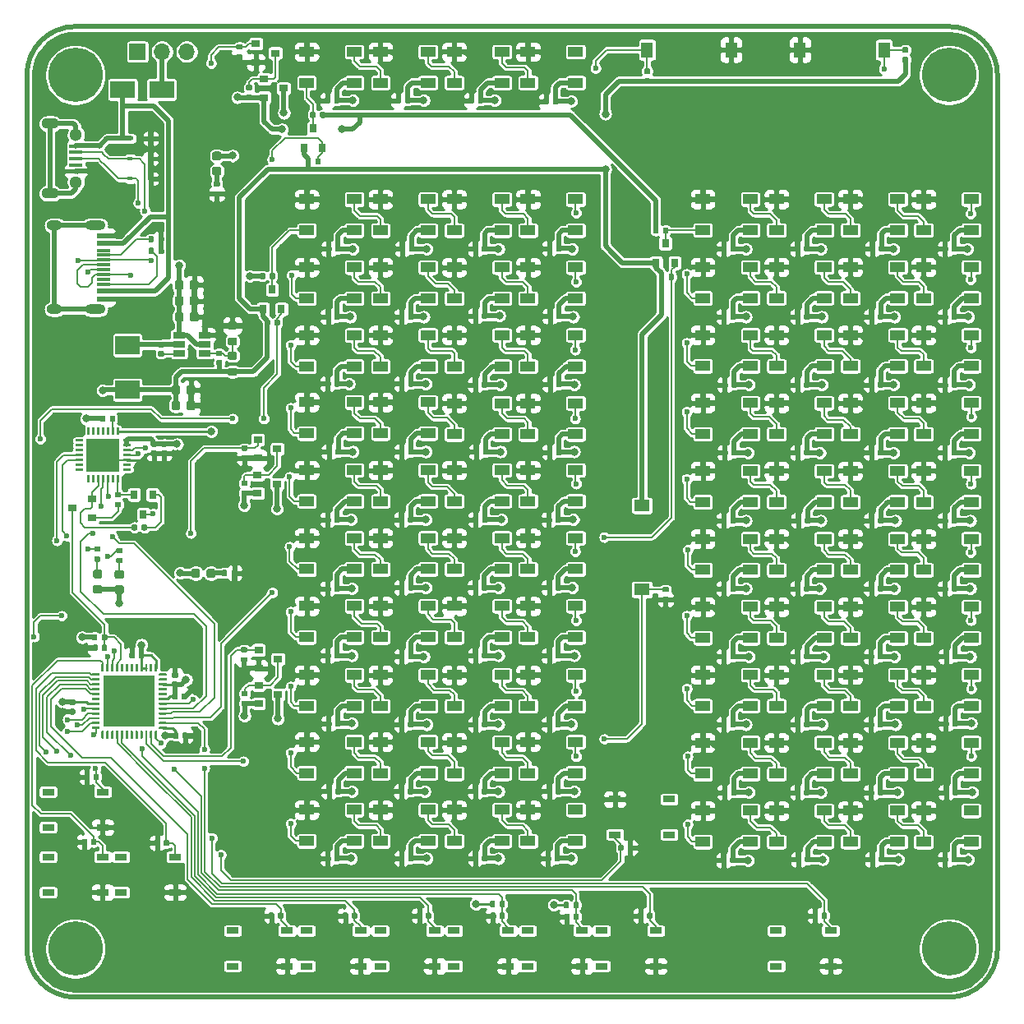
<source format=gbr>
G04 #@! TF.GenerationSoftware,KiCad,Pcbnew,5.1.5+dfsg1-2build2*
G04 #@! TF.CreationDate,2021-03-22T16:34:39+01:00*
G04 #@! TF.ProjectId,Logic_KiCad,4c6f6769-635f-44b6-9943-61642e6b6963,rev?*
G04 #@! TF.SameCoordinates,Original*
G04 #@! TF.FileFunction,Copper,L1,Top*
G04 #@! TF.FilePolarity,Positive*
%FSLAX46Y46*%
G04 Gerber Fmt 4.6, Leading zero omitted, Abs format (unit mm)*
G04 Created by KiCad (PCBNEW 5.1.5+dfsg1-2build2) date 2021-03-22 16:34:39*
%MOMM*%
%LPD*%
G04 APERTURE LIST*
G04 #@! TA.AperFunction,Profile*
%ADD10C,0.200000*%
G04 #@! TD*
G04 #@! TA.AperFunction,Profile*
%ADD11C,0.500000*%
G04 #@! TD*
G04 #@! TA.AperFunction,SMDPad,CuDef*
%ADD12C,0.350000*%
G04 #@! TD*
G04 #@! TA.AperFunction,SMDPad,CuDef*
%ADD13R,1.650000X1.200000*%
G04 #@! TD*
G04 #@! TA.AperFunction,SMDPad,CuDef*
%ADD14R,1.350000X0.400000*%
G04 #@! TD*
G04 #@! TA.AperFunction,ComponentPad*
%ADD15O,1.800000X1.100000*%
G04 #@! TD*
G04 #@! TA.AperFunction,ComponentPad*
%ADD16C,1.300000*%
G04 #@! TD*
G04 #@! TA.AperFunction,SMDPad,CuDef*
%ADD17R,1.200000X1.650000*%
G04 #@! TD*
G04 #@! TA.AperFunction,SMDPad,CuDef*
%ADD18R,1.450000X0.600000*%
G04 #@! TD*
G04 #@! TA.AperFunction,SMDPad,CuDef*
%ADD19R,1.450000X0.300000*%
G04 #@! TD*
G04 #@! TA.AperFunction,ComponentPad*
%ADD20O,2.100000X1.000000*%
G04 #@! TD*
G04 #@! TA.AperFunction,ComponentPad*
%ADD21O,1.600000X1.000000*%
G04 #@! TD*
G04 #@! TA.AperFunction,SMDPad,CuDef*
%ADD22R,0.800000X0.900000*%
G04 #@! TD*
G04 #@! TA.AperFunction,SMDPad,CuDef*
%ADD23R,2.500000X1.800000*%
G04 #@! TD*
G04 #@! TA.AperFunction,SMDPad,CuDef*
%ADD24R,1.300000X0.700000*%
G04 #@! TD*
G04 #@! TA.AperFunction,SMDPad,CuDef*
%ADD25R,0.900000X0.800000*%
G04 #@! TD*
G04 #@! TA.AperFunction,SMDPad,CuDef*
%ADD26R,1.220000X0.650000*%
G04 #@! TD*
G04 #@! TA.AperFunction,SMDPad,CuDef*
%ADD27R,3.350000X3.350000*%
G04 #@! TD*
G04 #@! TA.AperFunction,SMDPad,CuDef*
%ADD28R,5.300000X5.300000*%
G04 #@! TD*
G04 #@! TA.AperFunction,ComponentPad*
%ADD29O,1.700000X1.700000*%
G04 #@! TD*
G04 #@! TA.AperFunction,ComponentPad*
%ADD30R,1.700000X1.700000*%
G04 #@! TD*
G04 #@! TA.AperFunction,SMDPad,CuDef*
%ADD31R,2.500000X1.900000*%
G04 #@! TD*
G04 #@! TA.AperFunction,ComponentPad*
%ADD32C,5.600000*%
G04 #@! TD*
G04 #@! TA.AperFunction,SMDPad,CuDef*
%ADD33R,1.500000X1.000000*%
G04 #@! TD*
G04 #@! TA.AperFunction,SMDPad,CuDef*
%ADD34R,0.600000X0.450000*%
G04 #@! TD*
G04 #@! TA.AperFunction,ViaPad*
%ADD35C,0.600000*%
G04 #@! TD*
G04 #@! TA.AperFunction,ViaPad*
%ADD36C,0.800000*%
G04 #@! TD*
G04 #@! TA.AperFunction,Conductor*
%ADD37C,0.150000*%
G04 #@! TD*
G04 #@! TA.AperFunction,Conductor*
%ADD38C,0.500000*%
G04 #@! TD*
G04 #@! TA.AperFunction,Conductor*
%ADD39C,0.250000*%
G04 #@! TD*
G04 #@! TA.AperFunction,Conductor*
%ADD40C,0.254000*%
G04 #@! TD*
G04 APERTURE END LIST*
D10*
X97576000Y-127000000D02*
G75*
G03X97576000Y-127000000I-576000J0D01*
G01*
X193576000Y-127000000D02*
G75*
G03X193576000Y-127000000I-576000J0D01*
G01*
X193576000Y-43000000D02*
G75*
G03X193576000Y-43000000I-576000J0D01*
G01*
D11*
X195000000Y-130000000D02*
G75*
G02X190000000Y-135000000I-5000000J0D01*
G01*
X100000000Y-135000000D02*
G75*
G02X95000000Y-130000000I0J5000000D01*
G01*
X195000000Y-40000000D02*
G75*
G03X190000000Y-35000000I-5000000J0D01*
G01*
X100000000Y-35000000D02*
G75*
G03X95000000Y-40000000I0J-5000000D01*
G01*
X100000000Y-35000000D02*
X190000000Y-35000000D01*
X95000000Y-130000000D02*
X95000000Y-40000000D01*
X190000000Y-135000000D02*
X100000000Y-135000000D01*
X195000000Y-40000000D02*
X195000000Y-130000000D01*
G04 #@! TA.AperFunction,SMDPad,CuDef*
D12*
G04 #@! TO.P,R29,2*
G04 #@! TO.N,GND*
G36*
X160998232Y-93750650D02*
G01*
X161011337Y-93752594D01*
X161024188Y-93755813D01*
X161036662Y-93760276D01*
X161048639Y-93765941D01*
X161060002Y-93772752D01*
X161070643Y-93780644D01*
X161080459Y-93789541D01*
X161089356Y-93799357D01*
X161097248Y-93809998D01*
X161104059Y-93821361D01*
X161109724Y-93833338D01*
X161114187Y-93845812D01*
X161117406Y-93858663D01*
X161119350Y-93871768D01*
X161120000Y-93885000D01*
X161120000Y-94155000D01*
X161119350Y-94168232D01*
X161117406Y-94181337D01*
X161114187Y-94194188D01*
X161109724Y-94206662D01*
X161104059Y-94218639D01*
X161097248Y-94230002D01*
X161089356Y-94240643D01*
X161080459Y-94250459D01*
X161070643Y-94259356D01*
X161060002Y-94267248D01*
X161048639Y-94274059D01*
X161036662Y-94279724D01*
X161024188Y-94284187D01*
X161011337Y-94287406D01*
X160998232Y-94289350D01*
X160985000Y-94290000D01*
X160615000Y-94290000D01*
X160601768Y-94289350D01*
X160588663Y-94287406D01*
X160575812Y-94284187D01*
X160563338Y-94279724D01*
X160551361Y-94274059D01*
X160539998Y-94267248D01*
X160529357Y-94259356D01*
X160519541Y-94250459D01*
X160510644Y-94240643D01*
X160502752Y-94230002D01*
X160495941Y-94218639D01*
X160490276Y-94206662D01*
X160485813Y-94194188D01*
X160482594Y-94181337D01*
X160480650Y-94168232D01*
X160480000Y-94155000D01*
X160480000Y-93885000D01*
X160480650Y-93871768D01*
X160482594Y-93858663D01*
X160485813Y-93845812D01*
X160490276Y-93833338D01*
X160495941Y-93821361D01*
X160502752Y-93809998D01*
X160510644Y-93799357D01*
X160519541Y-93789541D01*
X160529357Y-93780644D01*
X160539998Y-93772752D01*
X160551361Y-93765941D01*
X160563338Y-93760276D01*
X160575812Y-93755813D01*
X160588663Y-93752594D01*
X160601768Y-93750650D01*
X160615000Y-93750000D01*
X160985000Y-93750000D01*
X160998232Y-93750650D01*
G37*
G04 #@! TD.AperFunction*
G04 #@! TA.AperFunction,SMDPad,CuDef*
G04 #@! TO.P,R29,1*
G04 #@! TO.N,PREPINAC_3*
G36*
X160998232Y-92730650D02*
G01*
X161011337Y-92732594D01*
X161024188Y-92735813D01*
X161036662Y-92740276D01*
X161048639Y-92745941D01*
X161060002Y-92752752D01*
X161070643Y-92760644D01*
X161080459Y-92769541D01*
X161089356Y-92779357D01*
X161097248Y-92789998D01*
X161104059Y-92801361D01*
X161109724Y-92813338D01*
X161114187Y-92825812D01*
X161117406Y-92838663D01*
X161119350Y-92851768D01*
X161120000Y-92865000D01*
X161120000Y-93135000D01*
X161119350Y-93148232D01*
X161117406Y-93161337D01*
X161114187Y-93174188D01*
X161109724Y-93186662D01*
X161104059Y-93198639D01*
X161097248Y-93210002D01*
X161089356Y-93220643D01*
X161080459Y-93230459D01*
X161070643Y-93239356D01*
X161060002Y-93247248D01*
X161048639Y-93254059D01*
X161036662Y-93259724D01*
X161024188Y-93264187D01*
X161011337Y-93267406D01*
X160998232Y-93269350D01*
X160985000Y-93270000D01*
X160615000Y-93270000D01*
X160601768Y-93269350D01*
X160588663Y-93267406D01*
X160575812Y-93264187D01*
X160563338Y-93259724D01*
X160551361Y-93254059D01*
X160539998Y-93247248D01*
X160529357Y-93239356D01*
X160519541Y-93230459D01*
X160510644Y-93220643D01*
X160502752Y-93210002D01*
X160495941Y-93198639D01*
X160490276Y-93186662D01*
X160485813Y-93174188D01*
X160482594Y-93161337D01*
X160480650Y-93148232D01*
X160480000Y-93135000D01*
X160480000Y-92865000D01*
X160480650Y-92851768D01*
X160482594Y-92838663D01*
X160485813Y-92825812D01*
X160490276Y-92813338D01*
X160495941Y-92801361D01*
X160502752Y-92789998D01*
X160510644Y-92779357D01*
X160519541Y-92769541D01*
X160529357Y-92760644D01*
X160539998Y-92752752D01*
X160551361Y-92745941D01*
X160563338Y-92740276D01*
X160575812Y-92735813D01*
X160588663Y-92732594D01*
X160601768Y-92730650D01*
X160615000Y-92730000D01*
X160985000Y-92730000D01*
X160998232Y-92730650D01*
G37*
G04 #@! TD.AperFunction*
G04 #@! TD*
G04 #@! TA.AperFunction,SMDPad,CuDef*
G04 #@! TO.P,R28,2*
G04 #@! TO.N,+3V3*
G36*
X159098232Y-40350650D02*
G01*
X159111337Y-40352594D01*
X159124188Y-40355813D01*
X159136662Y-40360276D01*
X159148639Y-40365941D01*
X159160002Y-40372752D01*
X159170643Y-40380644D01*
X159180459Y-40389541D01*
X159189356Y-40399357D01*
X159197248Y-40409998D01*
X159204059Y-40421361D01*
X159209724Y-40433338D01*
X159214187Y-40445812D01*
X159217406Y-40458663D01*
X159219350Y-40471768D01*
X159220000Y-40485000D01*
X159220000Y-40755000D01*
X159219350Y-40768232D01*
X159217406Y-40781337D01*
X159214187Y-40794188D01*
X159209724Y-40806662D01*
X159204059Y-40818639D01*
X159197248Y-40830002D01*
X159189356Y-40840643D01*
X159180459Y-40850459D01*
X159170643Y-40859356D01*
X159160002Y-40867248D01*
X159148639Y-40874059D01*
X159136662Y-40879724D01*
X159124188Y-40884187D01*
X159111337Y-40887406D01*
X159098232Y-40889350D01*
X159085000Y-40890000D01*
X158715000Y-40890000D01*
X158701768Y-40889350D01*
X158688663Y-40887406D01*
X158675812Y-40884187D01*
X158663338Y-40879724D01*
X158651361Y-40874059D01*
X158639998Y-40867248D01*
X158629357Y-40859356D01*
X158619541Y-40850459D01*
X158610644Y-40840643D01*
X158602752Y-40830002D01*
X158595941Y-40818639D01*
X158590276Y-40806662D01*
X158585813Y-40794188D01*
X158582594Y-40781337D01*
X158580650Y-40768232D01*
X158580000Y-40755000D01*
X158580000Y-40485000D01*
X158580650Y-40471768D01*
X158582594Y-40458663D01*
X158585813Y-40445812D01*
X158590276Y-40433338D01*
X158595941Y-40421361D01*
X158602752Y-40409998D01*
X158610644Y-40399357D01*
X158619541Y-40389541D01*
X158629357Y-40380644D01*
X158639998Y-40372752D01*
X158651361Y-40365941D01*
X158663338Y-40360276D01*
X158675812Y-40355813D01*
X158688663Y-40352594D01*
X158701768Y-40350650D01*
X158715000Y-40350000D01*
X159085000Y-40350000D01*
X159098232Y-40350650D01*
G37*
G04 #@! TD.AperFunction*
G04 #@! TA.AperFunction,SMDPad,CuDef*
G04 #@! TO.P,R28,1*
G04 #@! TO.N,PREPINAC_1*
G36*
X159098232Y-39330650D02*
G01*
X159111337Y-39332594D01*
X159124188Y-39335813D01*
X159136662Y-39340276D01*
X159148639Y-39345941D01*
X159160002Y-39352752D01*
X159170643Y-39360644D01*
X159180459Y-39369541D01*
X159189356Y-39379357D01*
X159197248Y-39389998D01*
X159204059Y-39401361D01*
X159209724Y-39413338D01*
X159214187Y-39425812D01*
X159217406Y-39438663D01*
X159219350Y-39451768D01*
X159220000Y-39465000D01*
X159220000Y-39735000D01*
X159219350Y-39748232D01*
X159217406Y-39761337D01*
X159214187Y-39774188D01*
X159209724Y-39786662D01*
X159204059Y-39798639D01*
X159197248Y-39810002D01*
X159189356Y-39820643D01*
X159180459Y-39830459D01*
X159170643Y-39839356D01*
X159160002Y-39847248D01*
X159148639Y-39854059D01*
X159136662Y-39859724D01*
X159124188Y-39864187D01*
X159111337Y-39867406D01*
X159098232Y-39869350D01*
X159085000Y-39870000D01*
X158715000Y-39870000D01*
X158701768Y-39869350D01*
X158688663Y-39867406D01*
X158675812Y-39864187D01*
X158663338Y-39859724D01*
X158651361Y-39854059D01*
X158639998Y-39847248D01*
X158629357Y-39839356D01*
X158619541Y-39830459D01*
X158610644Y-39820643D01*
X158602752Y-39810002D01*
X158595941Y-39798639D01*
X158590276Y-39786662D01*
X158585813Y-39774188D01*
X158582594Y-39761337D01*
X158580650Y-39748232D01*
X158580000Y-39735000D01*
X158580000Y-39465000D01*
X158580650Y-39451768D01*
X158582594Y-39438663D01*
X158585813Y-39425812D01*
X158590276Y-39413338D01*
X158595941Y-39401361D01*
X158602752Y-39389998D01*
X158610644Y-39379357D01*
X158619541Y-39369541D01*
X158629357Y-39360644D01*
X158639998Y-39352752D01*
X158651361Y-39345941D01*
X158663338Y-39340276D01*
X158675812Y-39335813D01*
X158688663Y-39332594D01*
X158701768Y-39330650D01*
X158715000Y-39330000D01*
X159085000Y-39330000D01*
X159098232Y-39330650D01*
G37*
G04 #@! TD.AperFunction*
G04 #@! TD*
G04 #@! TA.AperFunction,SMDPad,CuDef*
G04 #@! TO.P,R27,2*
G04 #@! TO.N,+3V3*
G36*
X185698232Y-38150650D02*
G01*
X185711337Y-38152594D01*
X185724188Y-38155813D01*
X185736662Y-38160276D01*
X185748639Y-38165941D01*
X185760002Y-38172752D01*
X185770643Y-38180644D01*
X185780459Y-38189541D01*
X185789356Y-38199357D01*
X185797248Y-38209998D01*
X185804059Y-38221361D01*
X185809724Y-38233338D01*
X185814187Y-38245812D01*
X185817406Y-38258663D01*
X185819350Y-38271768D01*
X185820000Y-38285000D01*
X185820000Y-38555000D01*
X185819350Y-38568232D01*
X185817406Y-38581337D01*
X185814187Y-38594188D01*
X185809724Y-38606662D01*
X185804059Y-38618639D01*
X185797248Y-38630002D01*
X185789356Y-38640643D01*
X185780459Y-38650459D01*
X185770643Y-38659356D01*
X185760002Y-38667248D01*
X185748639Y-38674059D01*
X185736662Y-38679724D01*
X185724188Y-38684187D01*
X185711337Y-38687406D01*
X185698232Y-38689350D01*
X185685000Y-38690000D01*
X185315000Y-38690000D01*
X185301768Y-38689350D01*
X185288663Y-38687406D01*
X185275812Y-38684187D01*
X185263338Y-38679724D01*
X185251361Y-38674059D01*
X185239998Y-38667248D01*
X185229357Y-38659356D01*
X185219541Y-38650459D01*
X185210644Y-38640643D01*
X185202752Y-38630002D01*
X185195941Y-38618639D01*
X185190276Y-38606662D01*
X185185813Y-38594188D01*
X185182594Y-38581337D01*
X185180650Y-38568232D01*
X185180000Y-38555000D01*
X185180000Y-38285000D01*
X185180650Y-38271768D01*
X185182594Y-38258663D01*
X185185813Y-38245812D01*
X185190276Y-38233338D01*
X185195941Y-38221361D01*
X185202752Y-38209998D01*
X185210644Y-38199357D01*
X185219541Y-38189541D01*
X185229357Y-38180644D01*
X185239998Y-38172752D01*
X185251361Y-38165941D01*
X185263338Y-38160276D01*
X185275812Y-38155813D01*
X185288663Y-38152594D01*
X185301768Y-38150650D01*
X185315000Y-38150000D01*
X185685000Y-38150000D01*
X185698232Y-38150650D01*
G37*
G04 #@! TD.AperFunction*
G04 #@! TA.AperFunction,SMDPad,CuDef*
G04 #@! TO.P,R27,1*
G04 #@! TO.N,PREPINAC_2*
G36*
X185698232Y-37130650D02*
G01*
X185711337Y-37132594D01*
X185724188Y-37135813D01*
X185736662Y-37140276D01*
X185748639Y-37145941D01*
X185760002Y-37152752D01*
X185770643Y-37160644D01*
X185780459Y-37169541D01*
X185789356Y-37179357D01*
X185797248Y-37189998D01*
X185804059Y-37201361D01*
X185809724Y-37213338D01*
X185814187Y-37225812D01*
X185817406Y-37238663D01*
X185819350Y-37251768D01*
X185820000Y-37265000D01*
X185820000Y-37535000D01*
X185819350Y-37548232D01*
X185817406Y-37561337D01*
X185814187Y-37574188D01*
X185809724Y-37586662D01*
X185804059Y-37598639D01*
X185797248Y-37610002D01*
X185789356Y-37620643D01*
X185780459Y-37630459D01*
X185770643Y-37639356D01*
X185760002Y-37647248D01*
X185748639Y-37654059D01*
X185736662Y-37659724D01*
X185724188Y-37664187D01*
X185711337Y-37667406D01*
X185698232Y-37669350D01*
X185685000Y-37670000D01*
X185315000Y-37670000D01*
X185301768Y-37669350D01*
X185288663Y-37667406D01*
X185275812Y-37664187D01*
X185263338Y-37659724D01*
X185251361Y-37654059D01*
X185239998Y-37647248D01*
X185229357Y-37639356D01*
X185219541Y-37630459D01*
X185210644Y-37620643D01*
X185202752Y-37610002D01*
X185195941Y-37598639D01*
X185190276Y-37586662D01*
X185185813Y-37574188D01*
X185182594Y-37561337D01*
X185180650Y-37548232D01*
X185180000Y-37535000D01*
X185180000Y-37265000D01*
X185180650Y-37251768D01*
X185182594Y-37238663D01*
X185185813Y-37225812D01*
X185190276Y-37213338D01*
X185195941Y-37201361D01*
X185202752Y-37189998D01*
X185210644Y-37179357D01*
X185219541Y-37169541D01*
X185229357Y-37160644D01*
X185239998Y-37152752D01*
X185251361Y-37145941D01*
X185263338Y-37140276D01*
X185275812Y-37135813D01*
X185288663Y-37132594D01*
X185301768Y-37130650D01*
X185315000Y-37130000D01*
X185685000Y-37130000D01*
X185698232Y-37130650D01*
G37*
G04 #@! TD.AperFunction*
G04 #@! TD*
D13*
G04 #@! TO.P,SW15,2*
G04 #@! TO.N,+3V3*
X158380000Y-84350000D03*
G04 #@! TO.P,SW15,1*
G04 #@! TO.N,PREPINAC_3*
X158380000Y-93000000D03*
G04 #@! TD*
D14*
G04 #@! TO.P,J1,4*
G04 #@! TO.N,Net-(J1-Pad4)*
X100050000Y-49250000D03*
G04 #@! TO.P,J1,2*
G04 #@! TO.N,Net-(D7-Pad2)*
X100050000Y-47950000D03*
G04 #@! TO.P,J1,1*
G04 #@! TO.N,V_IN*
X100050000Y-47300000D03*
G04 #@! TO.P,J1,5*
G04 #@! TO.N,GND*
X100050000Y-49900000D03*
G04 #@! TO.P,J1,3*
G04 #@! TO.N,Net-(D8-Pad2)*
X100050000Y-48600000D03*
D15*
G04 #@! TO.P,J1,6*
G04 #@! TO.N,Net-(J1-Pad6)*
X97400000Y-52200000D03*
X97400000Y-45000000D03*
D16*
X100050000Y-51030000D03*
X100050000Y-46170000D03*
G04 #@! TD*
D17*
G04 #@! TO.P,SW13,2*
G04 #@! TO.N,GND*
X174650000Y-37400000D03*
G04 #@! TO.P,SW13,1*
G04 #@! TO.N,PREPINAC_2*
X183300000Y-37400000D03*
G04 #@! TD*
G04 #@! TO.P,SW14,2*
G04 #@! TO.N,GND*
X167550000Y-37400000D03*
G04 #@! TO.P,SW14,1*
G04 #@! TO.N,PREPINAC_1*
X158900000Y-37400000D03*
G04 #@! TD*
G04 #@! TA.AperFunction,SMDPad,CuDef*
D12*
G04 #@! TO.P,R26,2*
G04 #@! TO.N,Net-(J2-PadB5)*
G36*
X107948232Y-57780650D02*
G01*
X107961337Y-57782594D01*
X107974188Y-57785813D01*
X107986662Y-57790276D01*
X107998639Y-57795941D01*
X108010002Y-57802752D01*
X108020643Y-57810644D01*
X108030459Y-57819541D01*
X108039356Y-57829357D01*
X108047248Y-57839998D01*
X108054059Y-57851361D01*
X108059724Y-57863338D01*
X108064187Y-57875812D01*
X108067406Y-57888663D01*
X108069350Y-57901768D01*
X108070000Y-57915000D01*
X108070000Y-58285000D01*
X108069350Y-58298232D01*
X108067406Y-58311337D01*
X108064187Y-58324188D01*
X108059724Y-58336662D01*
X108054059Y-58348639D01*
X108047248Y-58360002D01*
X108039356Y-58370643D01*
X108030459Y-58380459D01*
X108020643Y-58389356D01*
X108010002Y-58397248D01*
X107998639Y-58404059D01*
X107986662Y-58409724D01*
X107974188Y-58414187D01*
X107961337Y-58417406D01*
X107948232Y-58419350D01*
X107935000Y-58420000D01*
X107665000Y-58420000D01*
X107651768Y-58419350D01*
X107638663Y-58417406D01*
X107625812Y-58414187D01*
X107613338Y-58409724D01*
X107601361Y-58404059D01*
X107589998Y-58397248D01*
X107579357Y-58389356D01*
X107569541Y-58380459D01*
X107560644Y-58370643D01*
X107552752Y-58360002D01*
X107545941Y-58348639D01*
X107540276Y-58336662D01*
X107535813Y-58324188D01*
X107532594Y-58311337D01*
X107530650Y-58298232D01*
X107530000Y-58285000D01*
X107530000Y-57915000D01*
X107530650Y-57901768D01*
X107532594Y-57888663D01*
X107535813Y-57875812D01*
X107540276Y-57863338D01*
X107545941Y-57851361D01*
X107552752Y-57839998D01*
X107560644Y-57829357D01*
X107569541Y-57819541D01*
X107579357Y-57810644D01*
X107589998Y-57802752D01*
X107601361Y-57795941D01*
X107613338Y-57790276D01*
X107625812Y-57785813D01*
X107638663Y-57782594D01*
X107651768Y-57780650D01*
X107665000Y-57780000D01*
X107935000Y-57780000D01*
X107948232Y-57780650D01*
G37*
G04 #@! TD.AperFunction*
G04 #@! TA.AperFunction,SMDPad,CuDef*
G04 #@! TO.P,R26,1*
G04 #@! TO.N,GND*
G36*
X108968232Y-57780650D02*
G01*
X108981337Y-57782594D01*
X108994188Y-57785813D01*
X109006662Y-57790276D01*
X109018639Y-57795941D01*
X109030002Y-57802752D01*
X109040643Y-57810644D01*
X109050459Y-57819541D01*
X109059356Y-57829357D01*
X109067248Y-57839998D01*
X109074059Y-57851361D01*
X109079724Y-57863338D01*
X109084187Y-57875812D01*
X109087406Y-57888663D01*
X109089350Y-57901768D01*
X109090000Y-57915000D01*
X109090000Y-58285000D01*
X109089350Y-58298232D01*
X109087406Y-58311337D01*
X109084187Y-58324188D01*
X109079724Y-58336662D01*
X109074059Y-58348639D01*
X109067248Y-58360002D01*
X109059356Y-58370643D01*
X109050459Y-58380459D01*
X109040643Y-58389356D01*
X109030002Y-58397248D01*
X109018639Y-58404059D01*
X109006662Y-58409724D01*
X108994188Y-58414187D01*
X108981337Y-58417406D01*
X108968232Y-58419350D01*
X108955000Y-58420000D01*
X108685000Y-58420000D01*
X108671768Y-58419350D01*
X108658663Y-58417406D01*
X108645812Y-58414187D01*
X108633338Y-58409724D01*
X108621361Y-58404059D01*
X108609998Y-58397248D01*
X108599357Y-58389356D01*
X108589541Y-58380459D01*
X108580644Y-58370643D01*
X108572752Y-58360002D01*
X108565941Y-58348639D01*
X108560276Y-58336662D01*
X108555813Y-58324188D01*
X108552594Y-58311337D01*
X108550650Y-58298232D01*
X108550000Y-58285000D01*
X108550000Y-57915000D01*
X108550650Y-57901768D01*
X108552594Y-57888663D01*
X108555813Y-57875812D01*
X108560276Y-57863338D01*
X108565941Y-57851361D01*
X108572752Y-57839998D01*
X108580644Y-57829357D01*
X108589541Y-57819541D01*
X108599357Y-57810644D01*
X108609998Y-57802752D01*
X108621361Y-57795941D01*
X108633338Y-57790276D01*
X108645812Y-57785813D01*
X108658663Y-57782594D01*
X108671768Y-57780650D01*
X108685000Y-57780000D01*
X108955000Y-57780000D01*
X108968232Y-57780650D01*
G37*
G04 #@! TD.AperFunction*
G04 #@! TD*
G04 #@! TA.AperFunction,SMDPad,CuDef*
G04 #@! TO.P,R25,2*
G04 #@! TO.N,Net-(J2-PadA5)*
G36*
X107948232Y-56580650D02*
G01*
X107961337Y-56582594D01*
X107974188Y-56585813D01*
X107986662Y-56590276D01*
X107998639Y-56595941D01*
X108010002Y-56602752D01*
X108020643Y-56610644D01*
X108030459Y-56619541D01*
X108039356Y-56629357D01*
X108047248Y-56639998D01*
X108054059Y-56651361D01*
X108059724Y-56663338D01*
X108064187Y-56675812D01*
X108067406Y-56688663D01*
X108069350Y-56701768D01*
X108070000Y-56715000D01*
X108070000Y-57085000D01*
X108069350Y-57098232D01*
X108067406Y-57111337D01*
X108064187Y-57124188D01*
X108059724Y-57136662D01*
X108054059Y-57148639D01*
X108047248Y-57160002D01*
X108039356Y-57170643D01*
X108030459Y-57180459D01*
X108020643Y-57189356D01*
X108010002Y-57197248D01*
X107998639Y-57204059D01*
X107986662Y-57209724D01*
X107974188Y-57214187D01*
X107961337Y-57217406D01*
X107948232Y-57219350D01*
X107935000Y-57220000D01*
X107665000Y-57220000D01*
X107651768Y-57219350D01*
X107638663Y-57217406D01*
X107625812Y-57214187D01*
X107613338Y-57209724D01*
X107601361Y-57204059D01*
X107589998Y-57197248D01*
X107579357Y-57189356D01*
X107569541Y-57180459D01*
X107560644Y-57170643D01*
X107552752Y-57160002D01*
X107545941Y-57148639D01*
X107540276Y-57136662D01*
X107535813Y-57124188D01*
X107532594Y-57111337D01*
X107530650Y-57098232D01*
X107530000Y-57085000D01*
X107530000Y-56715000D01*
X107530650Y-56701768D01*
X107532594Y-56688663D01*
X107535813Y-56675812D01*
X107540276Y-56663338D01*
X107545941Y-56651361D01*
X107552752Y-56639998D01*
X107560644Y-56629357D01*
X107569541Y-56619541D01*
X107579357Y-56610644D01*
X107589998Y-56602752D01*
X107601361Y-56595941D01*
X107613338Y-56590276D01*
X107625812Y-56585813D01*
X107638663Y-56582594D01*
X107651768Y-56580650D01*
X107665000Y-56580000D01*
X107935000Y-56580000D01*
X107948232Y-56580650D01*
G37*
G04 #@! TD.AperFunction*
G04 #@! TA.AperFunction,SMDPad,CuDef*
G04 #@! TO.P,R25,1*
G04 #@! TO.N,GND*
G36*
X108968232Y-56580650D02*
G01*
X108981337Y-56582594D01*
X108994188Y-56585813D01*
X109006662Y-56590276D01*
X109018639Y-56595941D01*
X109030002Y-56602752D01*
X109040643Y-56610644D01*
X109050459Y-56619541D01*
X109059356Y-56629357D01*
X109067248Y-56639998D01*
X109074059Y-56651361D01*
X109079724Y-56663338D01*
X109084187Y-56675812D01*
X109087406Y-56688663D01*
X109089350Y-56701768D01*
X109090000Y-56715000D01*
X109090000Y-57085000D01*
X109089350Y-57098232D01*
X109087406Y-57111337D01*
X109084187Y-57124188D01*
X109079724Y-57136662D01*
X109074059Y-57148639D01*
X109067248Y-57160002D01*
X109059356Y-57170643D01*
X109050459Y-57180459D01*
X109040643Y-57189356D01*
X109030002Y-57197248D01*
X109018639Y-57204059D01*
X109006662Y-57209724D01*
X108994188Y-57214187D01*
X108981337Y-57217406D01*
X108968232Y-57219350D01*
X108955000Y-57220000D01*
X108685000Y-57220000D01*
X108671768Y-57219350D01*
X108658663Y-57217406D01*
X108645812Y-57214187D01*
X108633338Y-57209724D01*
X108621361Y-57204059D01*
X108609998Y-57197248D01*
X108599357Y-57189356D01*
X108589541Y-57180459D01*
X108580644Y-57170643D01*
X108572752Y-57160002D01*
X108565941Y-57148639D01*
X108560276Y-57136662D01*
X108555813Y-57124188D01*
X108552594Y-57111337D01*
X108550650Y-57098232D01*
X108550000Y-57085000D01*
X108550000Y-56715000D01*
X108550650Y-56701768D01*
X108552594Y-56688663D01*
X108555813Y-56675812D01*
X108560276Y-56663338D01*
X108565941Y-56651361D01*
X108572752Y-56639998D01*
X108580644Y-56629357D01*
X108589541Y-56619541D01*
X108599357Y-56610644D01*
X108609998Y-56602752D01*
X108621361Y-56595941D01*
X108633338Y-56590276D01*
X108645812Y-56585813D01*
X108658663Y-56582594D01*
X108671768Y-56580650D01*
X108685000Y-56580000D01*
X108955000Y-56580000D01*
X108968232Y-56580650D01*
G37*
G04 #@! TD.AperFunction*
G04 #@! TD*
D18*
G04 #@! TO.P,J2,B1*
G04 #@! TO.N,GND*
X102945000Y-63050000D03*
G04 #@! TO.P,J2,A9*
G04 #@! TO.N,V_IN*
X102945000Y-62250000D03*
G04 #@! TO.P,J2,B9*
X102945000Y-57350000D03*
G04 #@! TO.P,J2,B12*
G04 #@! TO.N,GND*
X102945000Y-56550000D03*
G04 #@! TO.P,J2,A1*
X102945000Y-56550000D03*
G04 #@! TO.P,J2,A4*
G04 #@! TO.N,V_IN*
X102945000Y-57350000D03*
G04 #@! TO.P,J2,B4*
X102945000Y-62250000D03*
G04 #@! TO.P,J2,A12*
G04 #@! TO.N,GND*
X102945000Y-63050000D03*
D19*
G04 #@! TO.P,J2,B8*
G04 #@! TO.N,Net-(J2-PadB8)*
X102945000Y-58050000D03*
G04 #@! TO.P,J2,A5*
G04 #@! TO.N,Net-(J2-PadA5)*
X102945000Y-58550000D03*
G04 #@! TO.P,J2,B7*
G04 #@! TO.N,Net-(D7-Pad2)*
X102945000Y-59050000D03*
G04 #@! TO.P,J2,A7*
X102945000Y-60050000D03*
G04 #@! TO.P,J2,B6*
G04 #@! TO.N,Net-(D8-Pad2)*
X102945000Y-60550000D03*
G04 #@! TO.P,J2,A8*
G04 #@! TO.N,Net-(J2-PadA8)*
X102945000Y-61050000D03*
G04 #@! TO.P,J2,B5*
G04 #@! TO.N,Net-(J2-PadB5)*
X102945000Y-61550000D03*
G04 #@! TO.P,J2,A6*
G04 #@! TO.N,Net-(D8-Pad2)*
X102945000Y-59550000D03*
D20*
G04 #@! TO.P,J2,S1*
G04 #@! TO.N,Net-(J2-PadS1)*
X102030000Y-64120000D03*
X102030000Y-55480000D03*
D21*
X97850000Y-55480000D03*
X97850000Y-64120000D03*
G04 #@! TD*
G04 #@! TA.AperFunction,SMDPad,CuDef*
D12*
G04 #@! TO.P,R24,2*
G04 #@! TO.N,DATA_zadani_LED*
G36*
X124608232Y-43780650D02*
G01*
X124621337Y-43782594D01*
X124634188Y-43785813D01*
X124646662Y-43790276D01*
X124658639Y-43795941D01*
X124670002Y-43802752D01*
X124680643Y-43810644D01*
X124690459Y-43819541D01*
X124699356Y-43829357D01*
X124707248Y-43839998D01*
X124714059Y-43851361D01*
X124719724Y-43863338D01*
X124724187Y-43875812D01*
X124727406Y-43888663D01*
X124729350Y-43901768D01*
X124730000Y-43915000D01*
X124730000Y-44285000D01*
X124729350Y-44298232D01*
X124727406Y-44311337D01*
X124724187Y-44324188D01*
X124719724Y-44336662D01*
X124714059Y-44348639D01*
X124707248Y-44360002D01*
X124699356Y-44370643D01*
X124690459Y-44380459D01*
X124680643Y-44389356D01*
X124670002Y-44397248D01*
X124658639Y-44404059D01*
X124646662Y-44409724D01*
X124634188Y-44414187D01*
X124621337Y-44417406D01*
X124608232Y-44419350D01*
X124595000Y-44420000D01*
X124325000Y-44420000D01*
X124311768Y-44419350D01*
X124298663Y-44417406D01*
X124285812Y-44414187D01*
X124273338Y-44409724D01*
X124261361Y-44404059D01*
X124249998Y-44397248D01*
X124239357Y-44389356D01*
X124229541Y-44380459D01*
X124220644Y-44370643D01*
X124212752Y-44360002D01*
X124205941Y-44348639D01*
X124200276Y-44336662D01*
X124195813Y-44324188D01*
X124192594Y-44311337D01*
X124190650Y-44298232D01*
X124190000Y-44285000D01*
X124190000Y-43915000D01*
X124190650Y-43901768D01*
X124192594Y-43888663D01*
X124195813Y-43875812D01*
X124200276Y-43863338D01*
X124205941Y-43851361D01*
X124212752Y-43839998D01*
X124220644Y-43829357D01*
X124229541Y-43819541D01*
X124239357Y-43810644D01*
X124249998Y-43802752D01*
X124261361Y-43795941D01*
X124273338Y-43790276D01*
X124285812Y-43785813D01*
X124298663Y-43782594D01*
X124311768Y-43780650D01*
X124325000Y-43780000D01*
X124595000Y-43780000D01*
X124608232Y-43780650D01*
G37*
G04 #@! TD.AperFunction*
G04 #@! TA.AperFunction,SMDPad,CuDef*
G04 #@! TO.P,R24,1*
G04 #@! TO.N,+5V*
G36*
X125628232Y-43780650D02*
G01*
X125641337Y-43782594D01*
X125654188Y-43785813D01*
X125666662Y-43790276D01*
X125678639Y-43795941D01*
X125690002Y-43802752D01*
X125700643Y-43810644D01*
X125710459Y-43819541D01*
X125719356Y-43829357D01*
X125727248Y-43839998D01*
X125734059Y-43851361D01*
X125739724Y-43863338D01*
X125744187Y-43875812D01*
X125747406Y-43888663D01*
X125749350Y-43901768D01*
X125750000Y-43915000D01*
X125750000Y-44285000D01*
X125749350Y-44298232D01*
X125747406Y-44311337D01*
X125744187Y-44324188D01*
X125739724Y-44336662D01*
X125734059Y-44348639D01*
X125727248Y-44360002D01*
X125719356Y-44370643D01*
X125710459Y-44380459D01*
X125700643Y-44389356D01*
X125690002Y-44397248D01*
X125678639Y-44404059D01*
X125666662Y-44409724D01*
X125654188Y-44414187D01*
X125641337Y-44417406D01*
X125628232Y-44419350D01*
X125615000Y-44420000D01*
X125345000Y-44420000D01*
X125331768Y-44419350D01*
X125318663Y-44417406D01*
X125305812Y-44414187D01*
X125293338Y-44409724D01*
X125281361Y-44404059D01*
X125269998Y-44397248D01*
X125259357Y-44389356D01*
X125249541Y-44380459D01*
X125240644Y-44370643D01*
X125232752Y-44360002D01*
X125225941Y-44348639D01*
X125220276Y-44336662D01*
X125215813Y-44324188D01*
X125212594Y-44311337D01*
X125210650Y-44298232D01*
X125210000Y-44285000D01*
X125210000Y-43915000D01*
X125210650Y-43901768D01*
X125212594Y-43888663D01*
X125215813Y-43875812D01*
X125220276Y-43863338D01*
X125225941Y-43851361D01*
X125232752Y-43839998D01*
X125240644Y-43829357D01*
X125249541Y-43819541D01*
X125259357Y-43810644D01*
X125269998Y-43802752D01*
X125281361Y-43795941D01*
X125293338Y-43790276D01*
X125305812Y-43785813D01*
X125318663Y-43782594D01*
X125331768Y-43780650D01*
X125345000Y-43780000D01*
X125615000Y-43780000D01*
X125628232Y-43780650D01*
G37*
G04 #@! TD.AperFunction*
G04 #@! TD*
G04 #@! TA.AperFunction,SMDPad,CuDef*
G04 #@! TO.P,R23,2*
G04 #@! TO.N,DATA_zadani_LED_LS*
G36*
X125148232Y-48580650D02*
G01*
X125161337Y-48582594D01*
X125174188Y-48585813D01*
X125186662Y-48590276D01*
X125198639Y-48595941D01*
X125210002Y-48602752D01*
X125220643Y-48610644D01*
X125230459Y-48619541D01*
X125239356Y-48629357D01*
X125247248Y-48639998D01*
X125254059Y-48651361D01*
X125259724Y-48663338D01*
X125264187Y-48675812D01*
X125267406Y-48688663D01*
X125269350Y-48701768D01*
X125270000Y-48715000D01*
X125270000Y-49085000D01*
X125269350Y-49098232D01*
X125267406Y-49111337D01*
X125264187Y-49124188D01*
X125259724Y-49136662D01*
X125254059Y-49148639D01*
X125247248Y-49160002D01*
X125239356Y-49170643D01*
X125230459Y-49180459D01*
X125220643Y-49189356D01*
X125210002Y-49197248D01*
X125198639Y-49204059D01*
X125186662Y-49209724D01*
X125174188Y-49214187D01*
X125161337Y-49217406D01*
X125148232Y-49219350D01*
X125135000Y-49220000D01*
X124865000Y-49220000D01*
X124851768Y-49219350D01*
X124838663Y-49217406D01*
X124825812Y-49214187D01*
X124813338Y-49209724D01*
X124801361Y-49204059D01*
X124789998Y-49197248D01*
X124779357Y-49189356D01*
X124769541Y-49180459D01*
X124760644Y-49170643D01*
X124752752Y-49160002D01*
X124745941Y-49148639D01*
X124740276Y-49136662D01*
X124735813Y-49124188D01*
X124732594Y-49111337D01*
X124730650Y-49098232D01*
X124730000Y-49085000D01*
X124730000Y-48715000D01*
X124730650Y-48701768D01*
X124732594Y-48688663D01*
X124735813Y-48675812D01*
X124740276Y-48663338D01*
X124745941Y-48651361D01*
X124752752Y-48639998D01*
X124760644Y-48629357D01*
X124769541Y-48619541D01*
X124779357Y-48610644D01*
X124789998Y-48602752D01*
X124801361Y-48595941D01*
X124813338Y-48590276D01*
X124825812Y-48585813D01*
X124838663Y-48582594D01*
X124851768Y-48580650D01*
X124865000Y-48580000D01*
X125135000Y-48580000D01*
X125148232Y-48580650D01*
G37*
G04 #@! TD.AperFunction*
G04 #@! TA.AperFunction,SMDPad,CuDef*
G04 #@! TO.P,R23,1*
G04 #@! TO.N,+3V3*
G36*
X124128232Y-48580650D02*
G01*
X124141337Y-48582594D01*
X124154188Y-48585813D01*
X124166662Y-48590276D01*
X124178639Y-48595941D01*
X124190002Y-48602752D01*
X124200643Y-48610644D01*
X124210459Y-48619541D01*
X124219356Y-48629357D01*
X124227248Y-48639998D01*
X124234059Y-48651361D01*
X124239724Y-48663338D01*
X124244187Y-48675812D01*
X124247406Y-48688663D01*
X124249350Y-48701768D01*
X124250000Y-48715000D01*
X124250000Y-49085000D01*
X124249350Y-49098232D01*
X124247406Y-49111337D01*
X124244187Y-49124188D01*
X124239724Y-49136662D01*
X124234059Y-49148639D01*
X124227248Y-49160002D01*
X124219356Y-49170643D01*
X124210459Y-49180459D01*
X124200643Y-49189356D01*
X124190002Y-49197248D01*
X124178639Y-49204059D01*
X124166662Y-49209724D01*
X124154188Y-49214187D01*
X124141337Y-49217406D01*
X124128232Y-49219350D01*
X124115000Y-49220000D01*
X123845000Y-49220000D01*
X123831768Y-49219350D01*
X123818663Y-49217406D01*
X123805812Y-49214187D01*
X123793338Y-49209724D01*
X123781361Y-49204059D01*
X123769998Y-49197248D01*
X123759357Y-49189356D01*
X123749541Y-49180459D01*
X123740644Y-49170643D01*
X123732752Y-49160002D01*
X123725941Y-49148639D01*
X123720276Y-49136662D01*
X123715813Y-49124188D01*
X123712594Y-49111337D01*
X123710650Y-49098232D01*
X123710000Y-49085000D01*
X123710000Y-48715000D01*
X123710650Y-48701768D01*
X123712594Y-48688663D01*
X123715813Y-48675812D01*
X123720276Y-48663338D01*
X123725941Y-48651361D01*
X123732752Y-48639998D01*
X123740644Y-48629357D01*
X123749541Y-48619541D01*
X123759357Y-48610644D01*
X123769998Y-48602752D01*
X123781361Y-48595941D01*
X123793338Y-48590276D01*
X123805812Y-48585813D01*
X123818663Y-48582594D01*
X123831768Y-48580650D01*
X123845000Y-48580000D01*
X124115000Y-48580000D01*
X124128232Y-48580650D01*
G37*
G04 #@! TD.AperFunction*
G04 #@! TD*
G04 #@! TA.AperFunction,SMDPad,CuDef*
G04 #@! TO.P,R22,2*
G04 #@! TO.N,DATA_hodnoceni_LED*
G36*
X160948232Y-55680650D02*
G01*
X160961337Y-55682594D01*
X160974188Y-55685813D01*
X160986662Y-55690276D01*
X160998639Y-55695941D01*
X161010002Y-55702752D01*
X161020643Y-55710644D01*
X161030459Y-55719541D01*
X161039356Y-55729357D01*
X161047248Y-55739998D01*
X161054059Y-55751361D01*
X161059724Y-55763338D01*
X161064187Y-55775812D01*
X161067406Y-55788663D01*
X161069350Y-55801768D01*
X161070000Y-55815000D01*
X161070000Y-56185000D01*
X161069350Y-56198232D01*
X161067406Y-56211337D01*
X161064187Y-56224188D01*
X161059724Y-56236662D01*
X161054059Y-56248639D01*
X161047248Y-56260002D01*
X161039356Y-56270643D01*
X161030459Y-56280459D01*
X161020643Y-56289356D01*
X161010002Y-56297248D01*
X160998639Y-56304059D01*
X160986662Y-56309724D01*
X160974188Y-56314187D01*
X160961337Y-56317406D01*
X160948232Y-56319350D01*
X160935000Y-56320000D01*
X160665000Y-56320000D01*
X160651768Y-56319350D01*
X160638663Y-56317406D01*
X160625812Y-56314187D01*
X160613338Y-56309724D01*
X160601361Y-56304059D01*
X160589998Y-56297248D01*
X160579357Y-56289356D01*
X160569541Y-56280459D01*
X160560644Y-56270643D01*
X160552752Y-56260002D01*
X160545941Y-56248639D01*
X160540276Y-56236662D01*
X160535813Y-56224188D01*
X160532594Y-56211337D01*
X160530650Y-56198232D01*
X160530000Y-56185000D01*
X160530000Y-55815000D01*
X160530650Y-55801768D01*
X160532594Y-55788663D01*
X160535813Y-55775812D01*
X160540276Y-55763338D01*
X160545941Y-55751361D01*
X160552752Y-55739998D01*
X160560644Y-55729357D01*
X160569541Y-55719541D01*
X160579357Y-55710644D01*
X160589998Y-55702752D01*
X160601361Y-55695941D01*
X160613338Y-55690276D01*
X160625812Y-55685813D01*
X160638663Y-55682594D01*
X160651768Y-55680650D01*
X160665000Y-55680000D01*
X160935000Y-55680000D01*
X160948232Y-55680650D01*
G37*
G04 #@! TD.AperFunction*
G04 #@! TA.AperFunction,SMDPad,CuDef*
G04 #@! TO.P,R22,1*
G04 #@! TO.N,+5V*
G36*
X159928232Y-55680650D02*
G01*
X159941337Y-55682594D01*
X159954188Y-55685813D01*
X159966662Y-55690276D01*
X159978639Y-55695941D01*
X159990002Y-55702752D01*
X160000643Y-55710644D01*
X160010459Y-55719541D01*
X160019356Y-55729357D01*
X160027248Y-55739998D01*
X160034059Y-55751361D01*
X160039724Y-55763338D01*
X160044187Y-55775812D01*
X160047406Y-55788663D01*
X160049350Y-55801768D01*
X160050000Y-55815000D01*
X160050000Y-56185000D01*
X160049350Y-56198232D01*
X160047406Y-56211337D01*
X160044187Y-56224188D01*
X160039724Y-56236662D01*
X160034059Y-56248639D01*
X160027248Y-56260002D01*
X160019356Y-56270643D01*
X160010459Y-56280459D01*
X160000643Y-56289356D01*
X159990002Y-56297248D01*
X159978639Y-56304059D01*
X159966662Y-56309724D01*
X159954188Y-56314187D01*
X159941337Y-56317406D01*
X159928232Y-56319350D01*
X159915000Y-56320000D01*
X159645000Y-56320000D01*
X159631768Y-56319350D01*
X159618663Y-56317406D01*
X159605812Y-56314187D01*
X159593338Y-56309724D01*
X159581361Y-56304059D01*
X159569998Y-56297248D01*
X159559357Y-56289356D01*
X159549541Y-56280459D01*
X159540644Y-56270643D01*
X159532752Y-56260002D01*
X159525941Y-56248639D01*
X159520276Y-56236662D01*
X159515813Y-56224188D01*
X159512594Y-56211337D01*
X159510650Y-56198232D01*
X159510000Y-56185000D01*
X159510000Y-55815000D01*
X159510650Y-55801768D01*
X159512594Y-55788663D01*
X159515813Y-55775812D01*
X159520276Y-55763338D01*
X159525941Y-55751361D01*
X159532752Y-55739998D01*
X159540644Y-55729357D01*
X159549541Y-55719541D01*
X159559357Y-55710644D01*
X159569998Y-55702752D01*
X159581361Y-55695941D01*
X159593338Y-55690276D01*
X159605812Y-55685813D01*
X159618663Y-55682594D01*
X159631768Y-55680650D01*
X159645000Y-55680000D01*
X159915000Y-55680000D01*
X159928232Y-55680650D01*
G37*
G04 #@! TD.AperFunction*
G04 #@! TD*
G04 #@! TA.AperFunction,SMDPad,CuDef*
G04 #@! TO.P,R21,2*
G04 #@! TO.N,DATA_hodnoceni_LED_LS*
G36*
X161548232Y-60480650D02*
G01*
X161561337Y-60482594D01*
X161574188Y-60485813D01*
X161586662Y-60490276D01*
X161598639Y-60495941D01*
X161610002Y-60502752D01*
X161620643Y-60510644D01*
X161630459Y-60519541D01*
X161639356Y-60529357D01*
X161647248Y-60539998D01*
X161654059Y-60551361D01*
X161659724Y-60563338D01*
X161664187Y-60575812D01*
X161667406Y-60588663D01*
X161669350Y-60601768D01*
X161670000Y-60615000D01*
X161670000Y-60985000D01*
X161669350Y-60998232D01*
X161667406Y-61011337D01*
X161664187Y-61024188D01*
X161659724Y-61036662D01*
X161654059Y-61048639D01*
X161647248Y-61060002D01*
X161639356Y-61070643D01*
X161630459Y-61080459D01*
X161620643Y-61089356D01*
X161610002Y-61097248D01*
X161598639Y-61104059D01*
X161586662Y-61109724D01*
X161574188Y-61114187D01*
X161561337Y-61117406D01*
X161548232Y-61119350D01*
X161535000Y-61120000D01*
X161265000Y-61120000D01*
X161251768Y-61119350D01*
X161238663Y-61117406D01*
X161225812Y-61114187D01*
X161213338Y-61109724D01*
X161201361Y-61104059D01*
X161189998Y-61097248D01*
X161179357Y-61089356D01*
X161169541Y-61080459D01*
X161160644Y-61070643D01*
X161152752Y-61060002D01*
X161145941Y-61048639D01*
X161140276Y-61036662D01*
X161135813Y-61024188D01*
X161132594Y-61011337D01*
X161130650Y-60998232D01*
X161130000Y-60985000D01*
X161130000Y-60615000D01*
X161130650Y-60601768D01*
X161132594Y-60588663D01*
X161135813Y-60575812D01*
X161140276Y-60563338D01*
X161145941Y-60551361D01*
X161152752Y-60539998D01*
X161160644Y-60529357D01*
X161169541Y-60519541D01*
X161179357Y-60510644D01*
X161189998Y-60502752D01*
X161201361Y-60495941D01*
X161213338Y-60490276D01*
X161225812Y-60485813D01*
X161238663Y-60482594D01*
X161251768Y-60480650D01*
X161265000Y-60480000D01*
X161535000Y-60480000D01*
X161548232Y-60480650D01*
G37*
G04 #@! TD.AperFunction*
G04 #@! TA.AperFunction,SMDPad,CuDef*
G04 #@! TO.P,R21,1*
G04 #@! TO.N,+3V3*
G36*
X160528232Y-60480650D02*
G01*
X160541337Y-60482594D01*
X160554188Y-60485813D01*
X160566662Y-60490276D01*
X160578639Y-60495941D01*
X160590002Y-60502752D01*
X160600643Y-60510644D01*
X160610459Y-60519541D01*
X160619356Y-60529357D01*
X160627248Y-60539998D01*
X160634059Y-60551361D01*
X160639724Y-60563338D01*
X160644187Y-60575812D01*
X160647406Y-60588663D01*
X160649350Y-60601768D01*
X160650000Y-60615000D01*
X160650000Y-60985000D01*
X160649350Y-60998232D01*
X160647406Y-61011337D01*
X160644187Y-61024188D01*
X160639724Y-61036662D01*
X160634059Y-61048639D01*
X160627248Y-61060002D01*
X160619356Y-61070643D01*
X160610459Y-61080459D01*
X160600643Y-61089356D01*
X160590002Y-61097248D01*
X160578639Y-61104059D01*
X160566662Y-61109724D01*
X160554188Y-61114187D01*
X160541337Y-61117406D01*
X160528232Y-61119350D01*
X160515000Y-61120000D01*
X160245000Y-61120000D01*
X160231768Y-61119350D01*
X160218663Y-61117406D01*
X160205812Y-61114187D01*
X160193338Y-61109724D01*
X160181361Y-61104059D01*
X160169998Y-61097248D01*
X160159357Y-61089356D01*
X160149541Y-61080459D01*
X160140644Y-61070643D01*
X160132752Y-61060002D01*
X160125941Y-61048639D01*
X160120276Y-61036662D01*
X160115813Y-61024188D01*
X160112594Y-61011337D01*
X160110650Y-60998232D01*
X160110000Y-60985000D01*
X160110000Y-60615000D01*
X160110650Y-60601768D01*
X160112594Y-60588663D01*
X160115813Y-60575812D01*
X160120276Y-60563338D01*
X160125941Y-60551361D01*
X160132752Y-60539998D01*
X160140644Y-60529357D01*
X160149541Y-60519541D01*
X160159357Y-60510644D01*
X160169998Y-60502752D01*
X160181361Y-60495941D01*
X160193338Y-60490276D01*
X160205812Y-60485813D01*
X160218663Y-60482594D01*
X160231768Y-60480650D01*
X160245000Y-60480000D01*
X160515000Y-60480000D01*
X160528232Y-60480650D01*
G37*
G04 #@! TD.AperFunction*
G04 #@! TD*
G04 #@! TA.AperFunction,SMDPad,CuDef*
G04 #@! TO.P,R20,2*
G04 #@! TO.N,DATA_herni_LED*
G36*
X120448232Y-60380650D02*
G01*
X120461337Y-60382594D01*
X120474188Y-60385813D01*
X120486662Y-60390276D01*
X120498639Y-60395941D01*
X120510002Y-60402752D01*
X120520643Y-60410644D01*
X120530459Y-60419541D01*
X120539356Y-60429357D01*
X120547248Y-60439998D01*
X120554059Y-60451361D01*
X120559724Y-60463338D01*
X120564187Y-60475812D01*
X120567406Y-60488663D01*
X120569350Y-60501768D01*
X120570000Y-60515000D01*
X120570000Y-60885000D01*
X120569350Y-60898232D01*
X120567406Y-60911337D01*
X120564187Y-60924188D01*
X120559724Y-60936662D01*
X120554059Y-60948639D01*
X120547248Y-60960002D01*
X120539356Y-60970643D01*
X120530459Y-60980459D01*
X120520643Y-60989356D01*
X120510002Y-60997248D01*
X120498639Y-61004059D01*
X120486662Y-61009724D01*
X120474188Y-61014187D01*
X120461337Y-61017406D01*
X120448232Y-61019350D01*
X120435000Y-61020000D01*
X120165000Y-61020000D01*
X120151768Y-61019350D01*
X120138663Y-61017406D01*
X120125812Y-61014187D01*
X120113338Y-61009724D01*
X120101361Y-61004059D01*
X120089998Y-60997248D01*
X120079357Y-60989356D01*
X120069541Y-60980459D01*
X120060644Y-60970643D01*
X120052752Y-60960002D01*
X120045941Y-60948639D01*
X120040276Y-60936662D01*
X120035813Y-60924188D01*
X120032594Y-60911337D01*
X120030650Y-60898232D01*
X120030000Y-60885000D01*
X120030000Y-60515000D01*
X120030650Y-60501768D01*
X120032594Y-60488663D01*
X120035813Y-60475812D01*
X120040276Y-60463338D01*
X120045941Y-60451361D01*
X120052752Y-60439998D01*
X120060644Y-60429357D01*
X120069541Y-60419541D01*
X120079357Y-60410644D01*
X120089998Y-60402752D01*
X120101361Y-60395941D01*
X120113338Y-60390276D01*
X120125812Y-60385813D01*
X120138663Y-60382594D01*
X120151768Y-60380650D01*
X120165000Y-60380000D01*
X120435000Y-60380000D01*
X120448232Y-60380650D01*
G37*
G04 #@! TD.AperFunction*
G04 #@! TA.AperFunction,SMDPad,CuDef*
G04 #@! TO.P,R20,1*
G04 #@! TO.N,+5V*
G36*
X119428232Y-60380650D02*
G01*
X119441337Y-60382594D01*
X119454188Y-60385813D01*
X119466662Y-60390276D01*
X119478639Y-60395941D01*
X119490002Y-60402752D01*
X119500643Y-60410644D01*
X119510459Y-60419541D01*
X119519356Y-60429357D01*
X119527248Y-60439998D01*
X119534059Y-60451361D01*
X119539724Y-60463338D01*
X119544187Y-60475812D01*
X119547406Y-60488663D01*
X119549350Y-60501768D01*
X119550000Y-60515000D01*
X119550000Y-60885000D01*
X119549350Y-60898232D01*
X119547406Y-60911337D01*
X119544187Y-60924188D01*
X119539724Y-60936662D01*
X119534059Y-60948639D01*
X119527248Y-60960002D01*
X119519356Y-60970643D01*
X119510459Y-60980459D01*
X119500643Y-60989356D01*
X119490002Y-60997248D01*
X119478639Y-61004059D01*
X119466662Y-61009724D01*
X119454188Y-61014187D01*
X119441337Y-61017406D01*
X119428232Y-61019350D01*
X119415000Y-61020000D01*
X119145000Y-61020000D01*
X119131768Y-61019350D01*
X119118663Y-61017406D01*
X119105812Y-61014187D01*
X119093338Y-61009724D01*
X119081361Y-61004059D01*
X119069998Y-60997248D01*
X119059357Y-60989356D01*
X119049541Y-60980459D01*
X119040644Y-60970643D01*
X119032752Y-60960002D01*
X119025941Y-60948639D01*
X119020276Y-60936662D01*
X119015813Y-60924188D01*
X119012594Y-60911337D01*
X119010650Y-60898232D01*
X119010000Y-60885000D01*
X119010000Y-60515000D01*
X119010650Y-60501768D01*
X119012594Y-60488663D01*
X119015813Y-60475812D01*
X119020276Y-60463338D01*
X119025941Y-60451361D01*
X119032752Y-60439998D01*
X119040644Y-60429357D01*
X119049541Y-60419541D01*
X119059357Y-60410644D01*
X119069998Y-60402752D01*
X119081361Y-60395941D01*
X119093338Y-60390276D01*
X119105812Y-60385813D01*
X119118663Y-60382594D01*
X119131768Y-60380650D01*
X119145000Y-60380000D01*
X119415000Y-60380000D01*
X119428232Y-60380650D01*
G37*
G04 #@! TD.AperFunction*
G04 #@! TD*
G04 #@! TA.AperFunction,SMDPad,CuDef*
G04 #@! TO.P,R13,2*
G04 #@! TO.N,DATA_herni_LED_LS*
G36*
X120948232Y-65180650D02*
G01*
X120961337Y-65182594D01*
X120974188Y-65185813D01*
X120986662Y-65190276D01*
X120998639Y-65195941D01*
X121010002Y-65202752D01*
X121020643Y-65210644D01*
X121030459Y-65219541D01*
X121039356Y-65229357D01*
X121047248Y-65239998D01*
X121054059Y-65251361D01*
X121059724Y-65263338D01*
X121064187Y-65275812D01*
X121067406Y-65288663D01*
X121069350Y-65301768D01*
X121070000Y-65315000D01*
X121070000Y-65685000D01*
X121069350Y-65698232D01*
X121067406Y-65711337D01*
X121064187Y-65724188D01*
X121059724Y-65736662D01*
X121054059Y-65748639D01*
X121047248Y-65760002D01*
X121039356Y-65770643D01*
X121030459Y-65780459D01*
X121020643Y-65789356D01*
X121010002Y-65797248D01*
X120998639Y-65804059D01*
X120986662Y-65809724D01*
X120974188Y-65814187D01*
X120961337Y-65817406D01*
X120948232Y-65819350D01*
X120935000Y-65820000D01*
X120665000Y-65820000D01*
X120651768Y-65819350D01*
X120638663Y-65817406D01*
X120625812Y-65814187D01*
X120613338Y-65809724D01*
X120601361Y-65804059D01*
X120589998Y-65797248D01*
X120579357Y-65789356D01*
X120569541Y-65780459D01*
X120560644Y-65770643D01*
X120552752Y-65760002D01*
X120545941Y-65748639D01*
X120540276Y-65736662D01*
X120535813Y-65724188D01*
X120532594Y-65711337D01*
X120530650Y-65698232D01*
X120530000Y-65685000D01*
X120530000Y-65315000D01*
X120530650Y-65301768D01*
X120532594Y-65288663D01*
X120535813Y-65275812D01*
X120540276Y-65263338D01*
X120545941Y-65251361D01*
X120552752Y-65239998D01*
X120560644Y-65229357D01*
X120569541Y-65219541D01*
X120579357Y-65210644D01*
X120589998Y-65202752D01*
X120601361Y-65195941D01*
X120613338Y-65190276D01*
X120625812Y-65185813D01*
X120638663Y-65182594D01*
X120651768Y-65180650D01*
X120665000Y-65180000D01*
X120935000Y-65180000D01*
X120948232Y-65180650D01*
G37*
G04 #@! TD.AperFunction*
G04 #@! TA.AperFunction,SMDPad,CuDef*
G04 #@! TO.P,R13,1*
G04 #@! TO.N,+3V3*
G36*
X119928232Y-65180650D02*
G01*
X119941337Y-65182594D01*
X119954188Y-65185813D01*
X119966662Y-65190276D01*
X119978639Y-65195941D01*
X119990002Y-65202752D01*
X120000643Y-65210644D01*
X120010459Y-65219541D01*
X120019356Y-65229357D01*
X120027248Y-65239998D01*
X120034059Y-65251361D01*
X120039724Y-65263338D01*
X120044187Y-65275812D01*
X120047406Y-65288663D01*
X120049350Y-65301768D01*
X120050000Y-65315000D01*
X120050000Y-65685000D01*
X120049350Y-65698232D01*
X120047406Y-65711337D01*
X120044187Y-65724188D01*
X120039724Y-65736662D01*
X120034059Y-65748639D01*
X120027248Y-65760002D01*
X120019356Y-65770643D01*
X120010459Y-65780459D01*
X120000643Y-65789356D01*
X119990002Y-65797248D01*
X119978639Y-65804059D01*
X119966662Y-65809724D01*
X119954188Y-65814187D01*
X119941337Y-65817406D01*
X119928232Y-65819350D01*
X119915000Y-65820000D01*
X119645000Y-65820000D01*
X119631768Y-65819350D01*
X119618663Y-65817406D01*
X119605812Y-65814187D01*
X119593338Y-65809724D01*
X119581361Y-65804059D01*
X119569998Y-65797248D01*
X119559357Y-65789356D01*
X119549541Y-65780459D01*
X119540644Y-65770643D01*
X119532752Y-65760002D01*
X119525941Y-65748639D01*
X119520276Y-65736662D01*
X119515813Y-65724188D01*
X119512594Y-65711337D01*
X119510650Y-65698232D01*
X119510000Y-65685000D01*
X119510000Y-65315000D01*
X119510650Y-65301768D01*
X119512594Y-65288663D01*
X119515813Y-65275812D01*
X119520276Y-65263338D01*
X119525941Y-65251361D01*
X119532752Y-65239998D01*
X119540644Y-65229357D01*
X119549541Y-65219541D01*
X119559357Y-65210644D01*
X119569998Y-65202752D01*
X119581361Y-65195941D01*
X119593338Y-65190276D01*
X119605812Y-65185813D01*
X119618663Y-65182594D01*
X119631768Y-65180650D01*
X119645000Y-65180000D01*
X119915000Y-65180000D01*
X119928232Y-65180650D01*
G37*
G04 #@! TD.AperFunction*
G04 #@! TD*
D22*
G04 #@! TO.P,Q11,3*
G04 #@! TO.N,DATA_zadani_LED*
X124480000Y-45500000D03*
G04 #@! TO.P,Q11,2*
G04 #@! TO.N,DATA_zadani_LED_LS*
X125430000Y-47500000D03*
G04 #@! TO.P,Q11,1*
G04 #@! TO.N,+3V3*
X123530000Y-47500000D03*
G04 #@! TD*
G04 #@! TO.P,Q10,3*
G04 #@! TO.N,DATA_hodnoceni_LED*
X160780000Y-57350000D03*
G04 #@! TO.P,Q10,2*
G04 #@! TO.N,DATA_hodnoceni_LED_LS*
X161730000Y-59350000D03*
G04 #@! TO.P,Q10,1*
G04 #@! TO.N,+3V3*
X159830000Y-59350000D03*
G04 #@! TD*
G04 #@! TO.P,Q3,3*
G04 #@! TO.N,DATA_herni_LED*
X120280000Y-62100000D03*
G04 #@! TO.P,Q3,2*
G04 #@! TO.N,DATA_herni_LED_LS*
X121230000Y-64100000D03*
G04 #@! TO.P,Q3,1*
G04 #@! TO.N,+3V3*
X119330000Y-64100000D03*
G04 #@! TD*
D23*
G04 #@! TO.P,D92,2*
G04 #@! TO.N,V_IN*
X104880000Y-41500000D03*
G04 #@! TO.P,D92,1*
G04 #@! TO.N,Net-(D92-Pad1)*
X108880000Y-41500000D03*
G04 #@! TD*
D24*
G04 #@! TO.P,SW12,4*
G04 #@! TO.N,N/C*
X161180000Y-118250000D03*
G04 #@! TO.P,SW12,3*
X161180000Y-114600000D03*
G04 #@! TO.P,SW12,2*
G04 #@! TO.N,GND*
X155580000Y-114600000D03*
G04 #@! TO.P,SW12,1*
G04 #@! TO.N,BTN_NEW_GAME*
X155580000Y-118250000D03*
G04 #@! TD*
G04 #@! TO.P,SW11,4*
G04 #@! TO.N,N/C*
X172200000Y-128150000D03*
G04 #@! TO.P,SW11,3*
X172200000Y-131800000D03*
G04 #@! TO.P,SW11,2*
G04 #@! TO.N,GND*
X177800000Y-131800000D03*
G04 #@! TO.P,SW11,1*
G04 #@! TO.N,BTN_ENTER*
X177800000Y-128150000D03*
G04 #@! TD*
G04 #@! TO.P,SW10,4*
G04 #@! TO.N,N/C*
X154200000Y-128150000D03*
G04 #@! TO.P,SW10,3*
X154200000Y-131800000D03*
G04 #@! TO.P,SW10,2*
G04 #@! TO.N,GND*
X159800000Y-131800000D03*
G04 #@! TO.P,SW10,1*
G04 #@! TO.N,BARVA_6*
X159800000Y-128150000D03*
G04 #@! TD*
G04 #@! TO.P,SW9,4*
G04 #@! TO.N,N/C*
X146600000Y-128150000D03*
G04 #@! TO.P,SW9,3*
X146600000Y-131800000D03*
G04 #@! TO.P,SW9,2*
G04 #@! TO.N,GND*
X152200000Y-131800000D03*
G04 #@! TO.P,SW9,1*
G04 #@! TO.N,BARVA_5*
X152200000Y-128150000D03*
G04 #@! TD*
G04 #@! TO.P,SW8,4*
G04 #@! TO.N,N/C*
X139000000Y-128150000D03*
G04 #@! TO.P,SW8,3*
X139000000Y-131800000D03*
G04 #@! TO.P,SW8,2*
G04 #@! TO.N,GND*
X144600000Y-131800000D03*
G04 #@! TO.P,SW8,1*
G04 #@! TO.N,BARVA_4*
X144600000Y-128150000D03*
G04 #@! TD*
G04 #@! TO.P,SW7,4*
G04 #@! TO.N,N/C*
X97200000Y-113850000D03*
G04 #@! TO.P,SW7,3*
X97200000Y-117500000D03*
G04 #@! TO.P,SW7,2*
G04 #@! TO.N,GND*
X102800000Y-117500000D03*
G04 #@! TO.P,SW7,1*
G04 #@! TO.N,BTN_END*
X102800000Y-113850000D03*
G04 #@! TD*
G04 #@! TO.P,SW6,4*
G04 #@! TO.N,N/C*
X97200000Y-120550000D03*
G04 #@! TO.P,SW6,3*
X97200000Y-124200000D03*
G04 #@! TO.P,SW6,2*
G04 #@! TO.N,GND*
X102800000Y-124200000D03*
G04 #@! TO.P,SW6,1*
G04 #@! TO.N,BTN_SIPKA_VLEVO*
X102800000Y-120550000D03*
G04 #@! TD*
G04 #@! TO.P,SW5,4*
G04 #@! TO.N,N/C*
X131400000Y-128150000D03*
G04 #@! TO.P,SW5,3*
X131400000Y-131800000D03*
G04 #@! TO.P,SW5,2*
G04 #@! TO.N,GND*
X137000000Y-131800000D03*
G04 #@! TO.P,SW5,1*
G04 #@! TO.N,BARVA_3*
X137000000Y-128150000D03*
G04 #@! TD*
G04 #@! TO.P,SW4,4*
G04 #@! TO.N,N/C*
X104680000Y-120550000D03*
G04 #@! TO.P,SW4,3*
X104680000Y-124200000D03*
G04 #@! TO.P,SW4,2*
G04 #@! TO.N,GND*
X110280000Y-124200000D03*
G04 #@! TO.P,SW4,1*
G04 #@! TO.N,BTN_SIPKA_VPRAVO*
X110280000Y-120550000D03*
G04 #@! TD*
G04 #@! TO.P,SW3,4*
G04 #@! TO.N,N/C*
X123800000Y-128150000D03*
G04 #@! TO.P,SW3,3*
X123800000Y-131800000D03*
G04 #@! TO.P,SW3,2*
G04 #@! TO.N,GND*
X129400000Y-131800000D03*
G04 #@! TO.P,SW3,1*
G04 #@! TO.N,BARVA_2*
X129400000Y-128150000D03*
G04 #@! TD*
G04 #@! TO.P,SW2,4*
G04 #@! TO.N,N/C*
X116200000Y-128150000D03*
G04 #@! TO.P,SW2,3*
X116200000Y-131800000D03*
G04 #@! TO.P,SW2,2*
G04 #@! TO.N,GND*
X121800000Y-131800000D03*
G04 #@! TO.P,SW2,1*
G04 #@! TO.N,BARVA_1*
X121800000Y-128150000D03*
G04 #@! TD*
G04 #@! TA.AperFunction,SMDPad,CuDef*
D12*
G04 #@! TO.P,C22,2*
G04 #@! TO.N,+3V3*
G36*
X109333722Y-77730674D02*
G01*
X109347313Y-77732690D01*
X109360640Y-77736028D01*
X109373576Y-77740657D01*
X109385996Y-77746531D01*
X109397780Y-77753594D01*
X109408815Y-77761779D01*
X109418995Y-77771005D01*
X109428221Y-77781185D01*
X109436406Y-77792220D01*
X109443469Y-77804004D01*
X109449343Y-77816424D01*
X109453972Y-77829360D01*
X109457310Y-77842687D01*
X109459326Y-77856278D01*
X109460000Y-77870000D01*
X109460000Y-78150000D01*
X109459326Y-78163722D01*
X109457310Y-78177313D01*
X109453972Y-78190640D01*
X109449343Y-78203576D01*
X109443469Y-78215996D01*
X109436406Y-78227780D01*
X109428221Y-78238815D01*
X109418995Y-78248995D01*
X109408815Y-78258221D01*
X109397780Y-78266406D01*
X109385996Y-78273469D01*
X109373576Y-78279343D01*
X109360640Y-78283972D01*
X109347313Y-78287310D01*
X109333722Y-78289326D01*
X109320000Y-78290000D01*
X108980000Y-78290000D01*
X108966278Y-78289326D01*
X108952687Y-78287310D01*
X108939360Y-78283972D01*
X108926424Y-78279343D01*
X108914004Y-78273469D01*
X108902220Y-78266406D01*
X108891185Y-78258221D01*
X108881005Y-78248995D01*
X108871779Y-78238815D01*
X108863594Y-78227780D01*
X108856531Y-78215996D01*
X108850657Y-78203576D01*
X108846028Y-78190640D01*
X108842690Y-78177313D01*
X108840674Y-78163722D01*
X108840000Y-78150000D01*
X108840000Y-77870000D01*
X108840674Y-77856278D01*
X108842690Y-77842687D01*
X108846028Y-77829360D01*
X108850657Y-77816424D01*
X108856531Y-77804004D01*
X108863594Y-77792220D01*
X108871779Y-77781185D01*
X108881005Y-77771005D01*
X108891185Y-77761779D01*
X108902220Y-77753594D01*
X108914004Y-77746531D01*
X108926424Y-77740657D01*
X108939360Y-77736028D01*
X108952687Y-77732690D01*
X108966278Y-77730674D01*
X108980000Y-77730000D01*
X109320000Y-77730000D01*
X109333722Y-77730674D01*
G37*
G04 #@! TD.AperFunction*
G04 #@! TA.AperFunction,SMDPad,CuDef*
G04 #@! TO.P,C22,1*
G04 #@! TO.N,GND*
G36*
X109333722Y-78690674D02*
G01*
X109347313Y-78692690D01*
X109360640Y-78696028D01*
X109373576Y-78700657D01*
X109385996Y-78706531D01*
X109397780Y-78713594D01*
X109408815Y-78721779D01*
X109418995Y-78731005D01*
X109428221Y-78741185D01*
X109436406Y-78752220D01*
X109443469Y-78764004D01*
X109449343Y-78776424D01*
X109453972Y-78789360D01*
X109457310Y-78802687D01*
X109459326Y-78816278D01*
X109460000Y-78830000D01*
X109460000Y-79110000D01*
X109459326Y-79123722D01*
X109457310Y-79137313D01*
X109453972Y-79150640D01*
X109449343Y-79163576D01*
X109443469Y-79175996D01*
X109436406Y-79187780D01*
X109428221Y-79198815D01*
X109418995Y-79208995D01*
X109408815Y-79218221D01*
X109397780Y-79226406D01*
X109385996Y-79233469D01*
X109373576Y-79239343D01*
X109360640Y-79243972D01*
X109347313Y-79247310D01*
X109333722Y-79249326D01*
X109320000Y-79250000D01*
X108980000Y-79250000D01*
X108966278Y-79249326D01*
X108952687Y-79247310D01*
X108939360Y-79243972D01*
X108926424Y-79239343D01*
X108914004Y-79233469D01*
X108902220Y-79226406D01*
X108891185Y-79218221D01*
X108881005Y-79208995D01*
X108871779Y-79198815D01*
X108863594Y-79187780D01*
X108856531Y-79175996D01*
X108850657Y-79163576D01*
X108846028Y-79150640D01*
X108842690Y-79137313D01*
X108840674Y-79123722D01*
X108840000Y-79110000D01*
X108840000Y-78830000D01*
X108840674Y-78816278D01*
X108842690Y-78802687D01*
X108846028Y-78789360D01*
X108850657Y-78776424D01*
X108856531Y-78764004D01*
X108863594Y-78752220D01*
X108871779Y-78741185D01*
X108881005Y-78731005D01*
X108891185Y-78721779D01*
X108902220Y-78713594D01*
X108914004Y-78706531D01*
X108926424Y-78700657D01*
X108939360Y-78696028D01*
X108952687Y-78692690D01*
X108966278Y-78690674D01*
X108980000Y-78690000D01*
X109320000Y-78690000D01*
X109333722Y-78690674D01*
G37*
G04 #@! TD.AperFunction*
G04 #@! TD*
G04 #@! TA.AperFunction,SMDPad,CuDef*
G04 #@! TO.P,R19,2*
G04 #@! TO.N,Net-(Q8-Pad3)*
G36*
X117638232Y-103450650D02*
G01*
X117651337Y-103452594D01*
X117664188Y-103455813D01*
X117676662Y-103460276D01*
X117688639Y-103465941D01*
X117700002Y-103472752D01*
X117710643Y-103480644D01*
X117720459Y-103489541D01*
X117729356Y-103499357D01*
X117737248Y-103509998D01*
X117744059Y-103521361D01*
X117749724Y-103533338D01*
X117754187Y-103545812D01*
X117757406Y-103558663D01*
X117759350Y-103571768D01*
X117760000Y-103585000D01*
X117760000Y-103855000D01*
X117759350Y-103868232D01*
X117757406Y-103881337D01*
X117754187Y-103894188D01*
X117749724Y-103906662D01*
X117744059Y-103918639D01*
X117737248Y-103930002D01*
X117729356Y-103940643D01*
X117720459Y-103950459D01*
X117710643Y-103959356D01*
X117700002Y-103967248D01*
X117688639Y-103974059D01*
X117676662Y-103979724D01*
X117664188Y-103984187D01*
X117651337Y-103987406D01*
X117638232Y-103989350D01*
X117625000Y-103990000D01*
X117255000Y-103990000D01*
X117241768Y-103989350D01*
X117228663Y-103987406D01*
X117215812Y-103984187D01*
X117203338Y-103979724D01*
X117191361Y-103974059D01*
X117179998Y-103967248D01*
X117169357Y-103959356D01*
X117159541Y-103950459D01*
X117150644Y-103940643D01*
X117142752Y-103930002D01*
X117135941Y-103918639D01*
X117130276Y-103906662D01*
X117125813Y-103894188D01*
X117122594Y-103881337D01*
X117120650Y-103868232D01*
X117120000Y-103855000D01*
X117120000Y-103585000D01*
X117120650Y-103571768D01*
X117122594Y-103558663D01*
X117125813Y-103545812D01*
X117130276Y-103533338D01*
X117135941Y-103521361D01*
X117142752Y-103509998D01*
X117150644Y-103499357D01*
X117159541Y-103489541D01*
X117169357Y-103480644D01*
X117179998Y-103472752D01*
X117191361Y-103465941D01*
X117203338Y-103460276D01*
X117215812Y-103455813D01*
X117228663Y-103452594D01*
X117241768Y-103450650D01*
X117255000Y-103450000D01*
X117625000Y-103450000D01*
X117638232Y-103450650D01*
G37*
G04 #@! TD.AperFunction*
G04 #@! TA.AperFunction,SMDPad,CuDef*
G04 #@! TO.P,R19,1*
G04 #@! TO.N,+5V*
G36*
X117638232Y-104470650D02*
G01*
X117651337Y-104472594D01*
X117664188Y-104475813D01*
X117676662Y-104480276D01*
X117688639Y-104485941D01*
X117700002Y-104492752D01*
X117710643Y-104500644D01*
X117720459Y-104509541D01*
X117729356Y-104519357D01*
X117737248Y-104529998D01*
X117744059Y-104541361D01*
X117749724Y-104553338D01*
X117754187Y-104565812D01*
X117757406Y-104578663D01*
X117759350Y-104591768D01*
X117760000Y-104605000D01*
X117760000Y-104875000D01*
X117759350Y-104888232D01*
X117757406Y-104901337D01*
X117754187Y-104914188D01*
X117749724Y-104926662D01*
X117744059Y-104938639D01*
X117737248Y-104950002D01*
X117729356Y-104960643D01*
X117720459Y-104970459D01*
X117710643Y-104979356D01*
X117700002Y-104987248D01*
X117688639Y-104994059D01*
X117676662Y-104999724D01*
X117664188Y-105004187D01*
X117651337Y-105007406D01*
X117638232Y-105009350D01*
X117625000Y-105010000D01*
X117255000Y-105010000D01*
X117241768Y-105009350D01*
X117228663Y-105007406D01*
X117215812Y-105004187D01*
X117203338Y-104999724D01*
X117191361Y-104994059D01*
X117179998Y-104987248D01*
X117169357Y-104979356D01*
X117159541Y-104970459D01*
X117150644Y-104960643D01*
X117142752Y-104950002D01*
X117135941Y-104938639D01*
X117130276Y-104926662D01*
X117125813Y-104914188D01*
X117122594Y-104901337D01*
X117120650Y-104888232D01*
X117120000Y-104875000D01*
X117120000Y-104605000D01*
X117120650Y-104591768D01*
X117122594Y-104578663D01*
X117125813Y-104565812D01*
X117130276Y-104553338D01*
X117135941Y-104541361D01*
X117142752Y-104529998D01*
X117150644Y-104519357D01*
X117159541Y-104509541D01*
X117169357Y-104500644D01*
X117179998Y-104492752D01*
X117191361Y-104485941D01*
X117203338Y-104480276D01*
X117215812Y-104475813D01*
X117228663Y-104472594D01*
X117241768Y-104470650D01*
X117255000Y-104470000D01*
X117625000Y-104470000D01*
X117638232Y-104470650D01*
G37*
G04 #@! TD.AperFunction*
G04 #@! TD*
G04 #@! TA.AperFunction,SMDPad,CuDef*
G04 #@! TO.P,R18,2*
G04 #@! TO.N,GND*
G36*
X117578232Y-99960650D02*
G01*
X117591337Y-99962594D01*
X117604188Y-99965813D01*
X117616662Y-99970276D01*
X117628639Y-99975941D01*
X117640002Y-99982752D01*
X117650643Y-99990644D01*
X117660459Y-99999541D01*
X117669356Y-100009357D01*
X117677248Y-100019998D01*
X117684059Y-100031361D01*
X117689724Y-100043338D01*
X117694187Y-100055812D01*
X117697406Y-100068663D01*
X117699350Y-100081768D01*
X117700000Y-100095000D01*
X117700000Y-100365000D01*
X117699350Y-100378232D01*
X117697406Y-100391337D01*
X117694187Y-100404188D01*
X117689724Y-100416662D01*
X117684059Y-100428639D01*
X117677248Y-100440002D01*
X117669356Y-100450643D01*
X117660459Y-100460459D01*
X117650643Y-100469356D01*
X117640002Y-100477248D01*
X117628639Y-100484059D01*
X117616662Y-100489724D01*
X117604188Y-100494187D01*
X117591337Y-100497406D01*
X117578232Y-100499350D01*
X117565000Y-100500000D01*
X117195000Y-100500000D01*
X117181768Y-100499350D01*
X117168663Y-100497406D01*
X117155812Y-100494187D01*
X117143338Y-100489724D01*
X117131361Y-100484059D01*
X117119998Y-100477248D01*
X117109357Y-100469356D01*
X117099541Y-100460459D01*
X117090644Y-100450643D01*
X117082752Y-100440002D01*
X117075941Y-100428639D01*
X117070276Y-100416662D01*
X117065813Y-100404188D01*
X117062594Y-100391337D01*
X117060650Y-100378232D01*
X117060000Y-100365000D01*
X117060000Y-100095000D01*
X117060650Y-100081768D01*
X117062594Y-100068663D01*
X117065813Y-100055812D01*
X117070276Y-100043338D01*
X117075941Y-100031361D01*
X117082752Y-100019998D01*
X117090644Y-100009357D01*
X117099541Y-99999541D01*
X117109357Y-99990644D01*
X117119998Y-99982752D01*
X117131361Y-99975941D01*
X117143338Y-99970276D01*
X117155812Y-99965813D01*
X117168663Y-99962594D01*
X117181768Y-99960650D01*
X117195000Y-99960000D01*
X117565000Y-99960000D01*
X117578232Y-99960650D01*
G37*
G04 #@! TD.AperFunction*
G04 #@! TA.AperFunction,SMDPad,CuDef*
G04 #@! TO.P,R18,1*
G04 #@! TO.N,ZAPINANI_3_CAST_LED*
G36*
X117578232Y-98940650D02*
G01*
X117591337Y-98942594D01*
X117604188Y-98945813D01*
X117616662Y-98950276D01*
X117628639Y-98955941D01*
X117640002Y-98962752D01*
X117650643Y-98970644D01*
X117660459Y-98979541D01*
X117669356Y-98989357D01*
X117677248Y-98999998D01*
X117684059Y-99011361D01*
X117689724Y-99023338D01*
X117694187Y-99035812D01*
X117697406Y-99048663D01*
X117699350Y-99061768D01*
X117700000Y-99075000D01*
X117700000Y-99345000D01*
X117699350Y-99358232D01*
X117697406Y-99371337D01*
X117694187Y-99384188D01*
X117689724Y-99396662D01*
X117684059Y-99408639D01*
X117677248Y-99420002D01*
X117669356Y-99430643D01*
X117660459Y-99440459D01*
X117650643Y-99449356D01*
X117640002Y-99457248D01*
X117628639Y-99464059D01*
X117616662Y-99469724D01*
X117604188Y-99474187D01*
X117591337Y-99477406D01*
X117578232Y-99479350D01*
X117565000Y-99480000D01*
X117195000Y-99480000D01*
X117181768Y-99479350D01*
X117168663Y-99477406D01*
X117155812Y-99474187D01*
X117143338Y-99469724D01*
X117131361Y-99464059D01*
X117119998Y-99457248D01*
X117109357Y-99449356D01*
X117099541Y-99440459D01*
X117090644Y-99430643D01*
X117082752Y-99420002D01*
X117075941Y-99408639D01*
X117070276Y-99396662D01*
X117065813Y-99384188D01*
X117062594Y-99371337D01*
X117060650Y-99358232D01*
X117060000Y-99345000D01*
X117060000Y-99075000D01*
X117060650Y-99061768D01*
X117062594Y-99048663D01*
X117065813Y-99035812D01*
X117070276Y-99023338D01*
X117075941Y-99011361D01*
X117082752Y-98999998D01*
X117090644Y-98989357D01*
X117099541Y-98979541D01*
X117109357Y-98970644D01*
X117119998Y-98962752D01*
X117131361Y-98955941D01*
X117143338Y-98950276D01*
X117155812Y-98945813D01*
X117168663Y-98942594D01*
X117181768Y-98940650D01*
X117195000Y-98940000D01*
X117565000Y-98940000D01*
X117578232Y-98940650D01*
G37*
G04 #@! TD.AperFunction*
G04 #@! TD*
G04 #@! TA.AperFunction,SMDPad,CuDef*
G04 #@! TO.P,R8,2*
G04 #@! TO.N,Net-(R8-Pad2)*
G36*
X102458232Y-88580650D02*
G01*
X102471337Y-88582594D01*
X102484188Y-88585813D01*
X102496662Y-88590276D01*
X102508639Y-88595941D01*
X102520002Y-88602752D01*
X102530643Y-88610644D01*
X102540459Y-88619541D01*
X102549356Y-88629357D01*
X102557248Y-88639998D01*
X102564059Y-88651361D01*
X102569724Y-88663338D01*
X102574187Y-88675812D01*
X102577406Y-88688663D01*
X102579350Y-88701768D01*
X102580000Y-88715000D01*
X102580000Y-88985000D01*
X102579350Y-88998232D01*
X102577406Y-89011337D01*
X102574187Y-89024188D01*
X102569724Y-89036662D01*
X102564059Y-89048639D01*
X102557248Y-89060002D01*
X102549356Y-89070643D01*
X102540459Y-89080459D01*
X102530643Y-89089356D01*
X102520002Y-89097248D01*
X102508639Y-89104059D01*
X102496662Y-89109724D01*
X102484188Y-89114187D01*
X102471337Y-89117406D01*
X102458232Y-89119350D01*
X102445000Y-89120000D01*
X102075000Y-89120000D01*
X102061768Y-89119350D01*
X102048663Y-89117406D01*
X102035812Y-89114187D01*
X102023338Y-89109724D01*
X102011361Y-89104059D01*
X101999998Y-89097248D01*
X101989357Y-89089356D01*
X101979541Y-89080459D01*
X101970644Y-89070643D01*
X101962752Y-89060002D01*
X101955941Y-89048639D01*
X101950276Y-89036662D01*
X101945813Y-89024188D01*
X101942594Y-89011337D01*
X101940650Y-88998232D01*
X101940000Y-88985000D01*
X101940000Y-88715000D01*
X101940650Y-88701768D01*
X101942594Y-88688663D01*
X101945813Y-88675812D01*
X101950276Y-88663338D01*
X101955941Y-88651361D01*
X101962752Y-88639998D01*
X101970644Y-88629357D01*
X101979541Y-88619541D01*
X101989357Y-88610644D01*
X101999998Y-88602752D01*
X102011361Y-88595941D01*
X102023338Y-88590276D01*
X102035812Y-88585813D01*
X102048663Y-88582594D01*
X102061768Y-88580650D01*
X102075000Y-88580000D01*
X102445000Y-88580000D01*
X102458232Y-88580650D01*
G37*
G04 #@! TD.AperFunction*
G04 #@! TA.AperFunction,SMDPad,CuDef*
G04 #@! TO.P,R8,1*
G04 #@! TO.N,Net-(D10-Pad1)*
G36*
X102458232Y-89600650D02*
G01*
X102471337Y-89602594D01*
X102484188Y-89605813D01*
X102496662Y-89610276D01*
X102508639Y-89615941D01*
X102520002Y-89622752D01*
X102530643Y-89630644D01*
X102540459Y-89639541D01*
X102549356Y-89649357D01*
X102557248Y-89659998D01*
X102564059Y-89671361D01*
X102569724Y-89683338D01*
X102574187Y-89695812D01*
X102577406Y-89708663D01*
X102579350Y-89721768D01*
X102580000Y-89735000D01*
X102580000Y-90005000D01*
X102579350Y-90018232D01*
X102577406Y-90031337D01*
X102574187Y-90044188D01*
X102569724Y-90056662D01*
X102564059Y-90068639D01*
X102557248Y-90080002D01*
X102549356Y-90090643D01*
X102540459Y-90100459D01*
X102530643Y-90109356D01*
X102520002Y-90117248D01*
X102508639Y-90124059D01*
X102496662Y-90129724D01*
X102484188Y-90134187D01*
X102471337Y-90137406D01*
X102458232Y-90139350D01*
X102445000Y-90140000D01*
X102075000Y-90140000D01*
X102061768Y-90139350D01*
X102048663Y-90137406D01*
X102035812Y-90134187D01*
X102023338Y-90129724D01*
X102011361Y-90124059D01*
X101999998Y-90117248D01*
X101989357Y-90109356D01*
X101979541Y-90100459D01*
X101970644Y-90090643D01*
X101962752Y-90080002D01*
X101955941Y-90068639D01*
X101950276Y-90056662D01*
X101945813Y-90044188D01*
X101942594Y-90031337D01*
X101940650Y-90018232D01*
X101940000Y-90005000D01*
X101940000Y-89735000D01*
X101940650Y-89721768D01*
X101942594Y-89708663D01*
X101945813Y-89695812D01*
X101950276Y-89683338D01*
X101955941Y-89671361D01*
X101962752Y-89659998D01*
X101970644Y-89649357D01*
X101979541Y-89639541D01*
X101989357Y-89630644D01*
X101999998Y-89622752D01*
X102011361Y-89615941D01*
X102023338Y-89610276D01*
X102035812Y-89605813D01*
X102048663Y-89602594D01*
X102061768Y-89600650D01*
X102075000Y-89600000D01*
X102445000Y-89600000D01*
X102458232Y-89600650D01*
G37*
G04 #@! TD.AperFunction*
G04 #@! TD*
D25*
G04 #@! TO.P,Q9,3*
G04 #@! TO.N,V_LED_3*
X120880000Y-103790000D03*
G04 #@! TO.P,Q9,2*
G04 #@! TO.N,+5V*
X118880000Y-104740000D03*
G04 #@! TO.P,Q9,1*
G04 #@! TO.N,Net-(Q8-Pad3)*
X118880000Y-102840000D03*
G04 #@! TD*
G04 #@! TO.P,Q8,3*
G04 #@! TO.N,Net-(Q8-Pad3)*
X120870000Y-100160000D03*
G04 #@! TO.P,Q8,2*
G04 #@! TO.N,GND*
X118870000Y-101110000D03*
G04 #@! TO.P,Q8,1*
G04 #@! TO.N,ZAPINANI_3_CAST_LED*
X118870000Y-99210000D03*
G04 #@! TD*
G04 #@! TO.P,Q7,3*
G04 #@! TO.N,V_LED_2*
X120770000Y-82140000D03*
G04 #@! TO.P,Q7,2*
G04 #@! TO.N,+5V*
X118770000Y-83090000D03*
G04 #@! TO.P,Q7,1*
G04 #@! TO.N,Net-(Q6-Pad3)*
X118770000Y-81190000D03*
G04 #@! TD*
G04 #@! TO.P,Q6,3*
G04 #@! TO.N,Net-(Q6-Pad3)*
X120790000Y-78510000D03*
G04 #@! TO.P,Q6,2*
G04 #@! TO.N,GND*
X118790000Y-79460000D03*
G04 #@! TO.P,Q6,1*
G04 #@! TO.N,ZAPINANI_2_CAST_LED*
X118790000Y-77560000D03*
G04 #@! TD*
G04 #@! TO.P,Q5,3*
G04 #@! TO.N,V_LED_1*
X121450000Y-41360000D03*
G04 #@! TO.P,Q5,2*
G04 #@! TO.N,+5V*
X119450000Y-42310000D03*
G04 #@! TO.P,Q5,1*
G04 #@! TO.N,Net-(Q4-Pad3)*
X119450000Y-40410000D03*
G04 #@! TD*
G04 #@! TO.P,Q4,3*
G04 #@! TO.N,Net-(Q4-Pad3)*
X120590000Y-37730000D03*
G04 #@! TO.P,Q4,2*
G04 #@! TO.N,GND*
X118590000Y-38680000D03*
G04 #@! TO.P,Q4,1*
G04 #@! TO.N,ZAPINANI_1_CAST_LED*
X118590000Y-36780000D03*
G04 #@! TD*
D26*
G04 #@! TO.P,U3,6*
G04 #@! TO.N,Net-(C27-Pad2)*
X110700000Y-68680000D03*
G04 #@! TO.P,U3,5*
G04 #@! TO.N,Net-(C27-Pad1)*
X110700000Y-67730000D03*
G04 #@! TO.P,U3,4*
G04 #@! TO.N,+5V*
X110700000Y-66780000D03*
G04 #@! TO.P,U3,3*
G04 #@! TO.N,GND*
X113320000Y-66780000D03*
G04 #@! TO.P,U3,2*
G04 #@! TO.N,+5V*
X113320000Y-67730000D03*
G04 #@! TO.P,U3,1*
G04 #@! TO.N,Net-(C28-Pad1)*
X113320000Y-68680000D03*
G04 #@! TD*
D27*
G04 #@! TO.P,U2,29*
G04 #@! TO.N,GND*
X102862000Y-79142000D03*
G04 #@! TA.AperFunction,SMDPad,CuDef*
D12*
G04 #@! TO.P,U2,28*
G04 #@! TO.N,Net-(Q2-Pad2)*
G36*
X104430626Y-81192301D02*
G01*
X104436693Y-81193201D01*
X104442643Y-81194691D01*
X104448418Y-81196758D01*
X104453962Y-81199380D01*
X104459223Y-81202533D01*
X104464150Y-81206187D01*
X104468694Y-81210306D01*
X104472813Y-81214850D01*
X104476467Y-81219777D01*
X104479620Y-81225038D01*
X104482242Y-81230582D01*
X104484309Y-81236357D01*
X104485799Y-81242307D01*
X104486699Y-81248374D01*
X104487000Y-81254500D01*
X104487000Y-81929500D01*
X104486699Y-81935626D01*
X104485799Y-81941693D01*
X104484309Y-81947643D01*
X104482242Y-81953418D01*
X104479620Y-81958962D01*
X104476467Y-81964223D01*
X104472813Y-81969150D01*
X104468694Y-81973694D01*
X104464150Y-81977813D01*
X104459223Y-81981467D01*
X104453962Y-81984620D01*
X104448418Y-81987242D01*
X104442643Y-81989309D01*
X104436693Y-81990799D01*
X104430626Y-81991699D01*
X104424500Y-81992000D01*
X104299500Y-81992000D01*
X104293374Y-81991699D01*
X104287307Y-81990799D01*
X104281357Y-81989309D01*
X104275582Y-81987242D01*
X104270038Y-81984620D01*
X104264777Y-81981467D01*
X104259850Y-81977813D01*
X104255306Y-81973694D01*
X104251187Y-81969150D01*
X104247533Y-81964223D01*
X104244380Y-81958962D01*
X104241758Y-81953418D01*
X104239691Y-81947643D01*
X104238201Y-81941693D01*
X104237301Y-81935626D01*
X104237000Y-81929500D01*
X104237000Y-81254500D01*
X104237301Y-81248374D01*
X104238201Y-81242307D01*
X104239691Y-81236357D01*
X104241758Y-81230582D01*
X104244380Y-81225038D01*
X104247533Y-81219777D01*
X104251187Y-81214850D01*
X104255306Y-81210306D01*
X104259850Y-81206187D01*
X104264777Y-81202533D01*
X104270038Y-81199380D01*
X104275582Y-81196758D01*
X104281357Y-81194691D01*
X104287307Y-81193201D01*
X104293374Y-81192301D01*
X104299500Y-81192000D01*
X104424500Y-81192000D01*
X104430626Y-81192301D01*
G37*
G04 #@! TD.AperFunction*
G04 #@! TA.AperFunction,SMDPad,CuDef*
G04 #@! TO.P,U2,27*
G04 #@! TO.N,Net-(U2-Pad27)*
G36*
X103930626Y-81192301D02*
G01*
X103936693Y-81193201D01*
X103942643Y-81194691D01*
X103948418Y-81196758D01*
X103953962Y-81199380D01*
X103959223Y-81202533D01*
X103964150Y-81206187D01*
X103968694Y-81210306D01*
X103972813Y-81214850D01*
X103976467Y-81219777D01*
X103979620Y-81225038D01*
X103982242Y-81230582D01*
X103984309Y-81236357D01*
X103985799Y-81242307D01*
X103986699Y-81248374D01*
X103987000Y-81254500D01*
X103987000Y-81929500D01*
X103986699Y-81935626D01*
X103985799Y-81941693D01*
X103984309Y-81947643D01*
X103982242Y-81953418D01*
X103979620Y-81958962D01*
X103976467Y-81964223D01*
X103972813Y-81969150D01*
X103968694Y-81973694D01*
X103964150Y-81977813D01*
X103959223Y-81981467D01*
X103953962Y-81984620D01*
X103948418Y-81987242D01*
X103942643Y-81989309D01*
X103936693Y-81990799D01*
X103930626Y-81991699D01*
X103924500Y-81992000D01*
X103799500Y-81992000D01*
X103793374Y-81991699D01*
X103787307Y-81990799D01*
X103781357Y-81989309D01*
X103775582Y-81987242D01*
X103770038Y-81984620D01*
X103764777Y-81981467D01*
X103759850Y-81977813D01*
X103755306Y-81973694D01*
X103751187Y-81969150D01*
X103747533Y-81964223D01*
X103744380Y-81958962D01*
X103741758Y-81953418D01*
X103739691Y-81947643D01*
X103738201Y-81941693D01*
X103737301Y-81935626D01*
X103737000Y-81929500D01*
X103737000Y-81254500D01*
X103737301Y-81248374D01*
X103738201Y-81242307D01*
X103739691Y-81236357D01*
X103741758Y-81230582D01*
X103744380Y-81225038D01*
X103747533Y-81219777D01*
X103751187Y-81214850D01*
X103755306Y-81210306D01*
X103759850Y-81206187D01*
X103764777Y-81202533D01*
X103770038Y-81199380D01*
X103775582Y-81196758D01*
X103781357Y-81194691D01*
X103787307Y-81193201D01*
X103793374Y-81192301D01*
X103799500Y-81192000D01*
X103924500Y-81192000D01*
X103930626Y-81192301D01*
G37*
G04 #@! TD.AperFunction*
G04 #@! TA.AperFunction,SMDPad,CuDef*
G04 #@! TO.P,U2,26*
G04 #@! TO.N,RX_ESP*
G36*
X103430626Y-81192301D02*
G01*
X103436693Y-81193201D01*
X103442643Y-81194691D01*
X103448418Y-81196758D01*
X103453962Y-81199380D01*
X103459223Y-81202533D01*
X103464150Y-81206187D01*
X103468694Y-81210306D01*
X103472813Y-81214850D01*
X103476467Y-81219777D01*
X103479620Y-81225038D01*
X103482242Y-81230582D01*
X103484309Y-81236357D01*
X103485799Y-81242307D01*
X103486699Y-81248374D01*
X103487000Y-81254500D01*
X103487000Y-81929500D01*
X103486699Y-81935626D01*
X103485799Y-81941693D01*
X103484309Y-81947643D01*
X103482242Y-81953418D01*
X103479620Y-81958962D01*
X103476467Y-81964223D01*
X103472813Y-81969150D01*
X103468694Y-81973694D01*
X103464150Y-81977813D01*
X103459223Y-81981467D01*
X103453962Y-81984620D01*
X103448418Y-81987242D01*
X103442643Y-81989309D01*
X103436693Y-81990799D01*
X103430626Y-81991699D01*
X103424500Y-81992000D01*
X103299500Y-81992000D01*
X103293374Y-81991699D01*
X103287307Y-81990799D01*
X103281357Y-81989309D01*
X103275582Y-81987242D01*
X103270038Y-81984620D01*
X103264777Y-81981467D01*
X103259850Y-81977813D01*
X103255306Y-81973694D01*
X103251187Y-81969150D01*
X103247533Y-81964223D01*
X103244380Y-81958962D01*
X103241758Y-81953418D01*
X103239691Y-81947643D01*
X103238201Y-81941693D01*
X103237301Y-81935626D01*
X103237000Y-81929500D01*
X103237000Y-81254500D01*
X103237301Y-81248374D01*
X103238201Y-81242307D01*
X103239691Y-81236357D01*
X103241758Y-81230582D01*
X103244380Y-81225038D01*
X103247533Y-81219777D01*
X103251187Y-81214850D01*
X103255306Y-81210306D01*
X103259850Y-81206187D01*
X103264777Y-81202533D01*
X103270038Y-81199380D01*
X103275582Y-81196758D01*
X103281357Y-81194691D01*
X103287307Y-81193201D01*
X103293374Y-81192301D01*
X103299500Y-81192000D01*
X103424500Y-81192000D01*
X103430626Y-81192301D01*
G37*
G04 #@! TD.AperFunction*
G04 #@! TA.AperFunction,SMDPad,CuDef*
G04 #@! TO.P,U2,25*
G04 #@! TO.N,TX_ESP*
G36*
X102930626Y-81192301D02*
G01*
X102936693Y-81193201D01*
X102942643Y-81194691D01*
X102948418Y-81196758D01*
X102953962Y-81199380D01*
X102959223Y-81202533D01*
X102964150Y-81206187D01*
X102968694Y-81210306D01*
X102972813Y-81214850D01*
X102976467Y-81219777D01*
X102979620Y-81225038D01*
X102982242Y-81230582D01*
X102984309Y-81236357D01*
X102985799Y-81242307D01*
X102986699Y-81248374D01*
X102987000Y-81254500D01*
X102987000Y-81929500D01*
X102986699Y-81935626D01*
X102985799Y-81941693D01*
X102984309Y-81947643D01*
X102982242Y-81953418D01*
X102979620Y-81958962D01*
X102976467Y-81964223D01*
X102972813Y-81969150D01*
X102968694Y-81973694D01*
X102964150Y-81977813D01*
X102959223Y-81981467D01*
X102953962Y-81984620D01*
X102948418Y-81987242D01*
X102942643Y-81989309D01*
X102936693Y-81990799D01*
X102930626Y-81991699D01*
X102924500Y-81992000D01*
X102799500Y-81992000D01*
X102793374Y-81991699D01*
X102787307Y-81990799D01*
X102781357Y-81989309D01*
X102775582Y-81987242D01*
X102770038Y-81984620D01*
X102764777Y-81981467D01*
X102759850Y-81977813D01*
X102755306Y-81973694D01*
X102751187Y-81969150D01*
X102747533Y-81964223D01*
X102744380Y-81958962D01*
X102741758Y-81953418D01*
X102739691Y-81947643D01*
X102738201Y-81941693D01*
X102737301Y-81935626D01*
X102737000Y-81929500D01*
X102737000Y-81254500D01*
X102737301Y-81248374D01*
X102738201Y-81242307D01*
X102739691Y-81236357D01*
X102741758Y-81230582D01*
X102744380Y-81225038D01*
X102747533Y-81219777D01*
X102751187Y-81214850D01*
X102755306Y-81210306D01*
X102759850Y-81206187D01*
X102764777Y-81202533D01*
X102770038Y-81199380D01*
X102775582Y-81196758D01*
X102781357Y-81194691D01*
X102787307Y-81193201D01*
X102793374Y-81192301D01*
X102799500Y-81192000D01*
X102924500Y-81192000D01*
X102930626Y-81192301D01*
G37*
G04 #@! TD.AperFunction*
G04 #@! TA.AperFunction,SMDPad,CuDef*
G04 #@! TO.P,U2,24*
G04 #@! TO.N,Net-(Q1-Pad2)*
G36*
X102430626Y-81192301D02*
G01*
X102436693Y-81193201D01*
X102442643Y-81194691D01*
X102448418Y-81196758D01*
X102453962Y-81199380D01*
X102459223Y-81202533D01*
X102464150Y-81206187D01*
X102468694Y-81210306D01*
X102472813Y-81214850D01*
X102476467Y-81219777D01*
X102479620Y-81225038D01*
X102482242Y-81230582D01*
X102484309Y-81236357D01*
X102485799Y-81242307D01*
X102486699Y-81248374D01*
X102487000Y-81254500D01*
X102487000Y-81929500D01*
X102486699Y-81935626D01*
X102485799Y-81941693D01*
X102484309Y-81947643D01*
X102482242Y-81953418D01*
X102479620Y-81958962D01*
X102476467Y-81964223D01*
X102472813Y-81969150D01*
X102468694Y-81973694D01*
X102464150Y-81977813D01*
X102459223Y-81981467D01*
X102453962Y-81984620D01*
X102448418Y-81987242D01*
X102442643Y-81989309D01*
X102436693Y-81990799D01*
X102430626Y-81991699D01*
X102424500Y-81992000D01*
X102299500Y-81992000D01*
X102293374Y-81991699D01*
X102287307Y-81990799D01*
X102281357Y-81989309D01*
X102275582Y-81987242D01*
X102270038Y-81984620D01*
X102264777Y-81981467D01*
X102259850Y-81977813D01*
X102255306Y-81973694D01*
X102251187Y-81969150D01*
X102247533Y-81964223D01*
X102244380Y-81958962D01*
X102241758Y-81953418D01*
X102239691Y-81947643D01*
X102238201Y-81941693D01*
X102237301Y-81935626D01*
X102237000Y-81929500D01*
X102237000Y-81254500D01*
X102237301Y-81248374D01*
X102238201Y-81242307D01*
X102239691Y-81236357D01*
X102241758Y-81230582D01*
X102244380Y-81225038D01*
X102247533Y-81219777D01*
X102251187Y-81214850D01*
X102255306Y-81210306D01*
X102259850Y-81206187D01*
X102264777Y-81202533D01*
X102270038Y-81199380D01*
X102275582Y-81196758D01*
X102281357Y-81194691D01*
X102287307Y-81193201D01*
X102293374Y-81192301D01*
X102299500Y-81192000D01*
X102424500Y-81192000D01*
X102430626Y-81192301D01*
G37*
G04 #@! TD.AperFunction*
G04 #@! TA.AperFunction,SMDPad,CuDef*
G04 #@! TO.P,U2,23*
G04 #@! TO.N,Net-(U2-Pad23)*
G36*
X101930626Y-81192301D02*
G01*
X101936693Y-81193201D01*
X101942643Y-81194691D01*
X101948418Y-81196758D01*
X101953962Y-81199380D01*
X101959223Y-81202533D01*
X101964150Y-81206187D01*
X101968694Y-81210306D01*
X101972813Y-81214850D01*
X101976467Y-81219777D01*
X101979620Y-81225038D01*
X101982242Y-81230582D01*
X101984309Y-81236357D01*
X101985799Y-81242307D01*
X101986699Y-81248374D01*
X101987000Y-81254500D01*
X101987000Y-81929500D01*
X101986699Y-81935626D01*
X101985799Y-81941693D01*
X101984309Y-81947643D01*
X101982242Y-81953418D01*
X101979620Y-81958962D01*
X101976467Y-81964223D01*
X101972813Y-81969150D01*
X101968694Y-81973694D01*
X101964150Y-81977813D01*
X101959223Y-81981467D01*
X101953962Y-81984620D01*
X101948418Y-81987242D01*
X101942643Y-81989309D01*
X101936693Y-81990799D01*
X101930626Y-81991699D01*
X101924500Y-81992000D01*
X101799500Y-81992000D01*
X101793374Y-81991699D01*
X101787307Y-81990799D01*
X101781357Y-81989309D01*
X101775582Y-81987242D01*
X101770038Y-81984620D01*
X101764777Y-81981467D01*
X101759850Y-81977813D01*
X101755306Y-81973694D01*
X101751187Y-81969150D01*
X101747533Y-81964223D01*
X101744380Y-81958962D01*
X101741758Y-81953418D01*
X101739691Y-81947643D01*
X101738201Y-81941693D01*
X101737301Y-81935626D01*
X101737000Y-81929500D01*
X101737000Y-81254500D01*
X101737301Y-81248374D01*
X101738201Y-81242307D01*
X101739691Y-81236357D01*
X101741758Y-81230582D01*
X101744380Y-81225038D01*
X101747533Y-81219777D01*
X101751187Y-81214850D01*
X101755306Y-81210306D01*
X101759850Y-81206187D01*
X101764777Y-81202533D01*
X101770038Y-81199380D01*
X101775582Y-81196758D01*
X101781357Y-81194691D01*
X101787307Y-81193201D01*
X101793374Y-81192301D01*
X101799500Y-81192000D01*
X101924500Y-81192000D01*
X101930626Y-81192301D01*
G37*
G04 #@! TD.AperFunction*
G04 #@! TA.AperFunction,SMDPad,CuDef*
G04 #@! TO.P,U2,22*
G04 #@! TO.N,Net-(U2-Pad22)*
G36*
X101430626Y-81192301D02*
G01*
X101436693Y-81193201D01*
X101442643Y-81194691D01*
X101448418Y-81196758D01*
X101453962Y-81199380D01*
X101459223Y-81202533D01*
X101464150Y-81206187D01*
X101468694Y-81210306D01*
X101472813Y-81214850D01*
X101476467Y-81219777D01*
X101479620Y-81225038D01*
X101482242Y-81230582D01*
X101484309Y-81236357D01*
X101485799Y-81242307D01*
X101486699Y-81248374D01*
X101487000Y-81254500D01*
X101487000Y-81929500D01*
X101486699Y-81935626D01*
X101485799Y-81941693D01*
X101484309Y-81947643D01*
X101482242Y-81953418D01*
X101479620Y-81958962D01*
X101476467Y-81964223D01*
X101472813Y-81969150D01*
X101468694Y-81973694D01*
X101464150Y-81977813D01*
X101459223Y-81981467D01*
X101453962Y-81984620D01*
X101448418Y-81987242D01*
X101442643Y-81989309D01*
X101436693Y-81990799D01*
X101430626Y-81991699D01*
X101424500Y-81992000D01*
X101299500Y-81992000D01*
X101293374Y-81991699D01*
X101287307Y-81990799D01*
X101281357Y-81989309D01*
X101275582Y-81987242D01*
X101270038Y-81984620D01*
X101264777Y-81981467D01*
X101259850Y-81977813D01*
X101255306Y-81973694D01*
X101251187Y-81969150D01*
X101247533Y-81964223D01*
X101244380Y-81958962D01*
X101241758Y-81953418D01*
X101239691Y-81947643D01*
X101238201Y-81941693D01*
X101237301Y-81935626D01*
X101237000Y-81929500D01*
X101237000Y-81254500D01*
X101237301Y-81248374D01*
X101238201Y-81242307D01*
X101239691Y-81236357D01*
X101241758Y-81230582D01*
X101244380Y-81225038D01*
X101247533Y-81219777D01*
X101251187Y-81214850D01*
X101255306Y-81210306D01*
X101259850Y-81206187D01*
X101264777Y-81202533D01*
X101270038Y-81199380D01*
X101275582Y-81196758D01*
X101281357Y-81194691D01*
X101287307Y-81193201D01*
X101293374Y-81192301D01*
X101299500Y-81192000D01*
X101424500Y-81192000D01*
X101430626Y-81192301D01*
G37*
G04 #@! TD.AperFunction*
G04 #@! TA.AperFunction,SMDPad,CuDef*
G04 #@! TO.P,U2,21*
G04 #@! TO.N,Net-(U2-Pad21)*
G36*
X100755626Y-80517301D02*
G01*
X100761693Y-80518201D01*
X100767643Y-80519691D01*
X100773418Y-80521758D01*
X100778962Y-80524380D01*
X100784223Y-80527533D01*
X100789150Y-80531187D01*
X100793694Y-80535306D01*
X100797813Y-80539850D01*
X100801467Y-80544777D01*
X100804620Y-80550038D01*
X100807242Y-80555582D01*
X100809309Y-80561357D01*
X100810799Y-80567307D01*
X100811699Y-80573374D01*
X100812000Y-80579500D01*
X100812000Y-80704500D01*
X100811699Y-80710626D01*
X100810799Y-80716693D01*
X100809309Y-80722643D01*
X100807242Y-80728418D01*
X100804620Y-80733962D01*
X100801467Y-80739223D01*
X100797813Y-80744150D01*
X100793694Y-80748694D01*
X100789150Y-80752813D01*
X100784223Y-80756467D01*
X100778962Y-80759620D01*
X100773418Y-80762242D01*
X100767643Y-80764309D01*
X100761693Y-80765799D01*
X100755626Y-80766699D01*
X100749500Y-80767000D01*
X100074500Y-80767000D01*
X100068374Y-80766699D01*
X100062307Y-80765799D01*
X100056357Y-80764309D01*
X100050582Y-80762242D01*
X100045038Y-80759620D01*
X100039777Y-80756467D01*
X100034850Y-80752813D01*
X100030306Y-80748694D01*
X100026187Y-80744150D01*
X100022533Y-80739223D01*
X100019380Y-80733962D01*
X100016758Y-80728418D01*
X100014691Y-80722643D01*
X100013201Y-80716693D01*
X100012301Y-80710626D01*
X100012000Y-80704500D01*
X100012000Y-80579500D01*
X100012301Y-80573374D01*
X100013201Y-80567307D01*
X100014691Y-80561357D01*
X100016758Y-80555582D01*
X100019380Y-80550038D01*
X100022533Y-80544777D01*
X100026187Y-80539850D01*
X100030306Y-80535306D01*
X100034850Y-80531187D01*
X100039777Y-80527533D01*
X100045038Y-80524380D01*
X100050582Y-80521758D01*
X100056357Y-80519691D01*
X100062307Y-80518201D01*
X100068374Y-80517301D01*
X100074500Y-80517000D01*
X100749500Y-80517000D01*
X100755626Y-80517301D01*
G37*
G04 #@! TD.AperFunction*
G04 #@! TA.AperFunction,SMDPad,CuDef*
G04 #@! TO.P,U2,20*
G04 #@! TO.N,Net-(U2-Pad20)*
G36*
X100755626Y-80017301D02*
G01*
X100761693Y-80018201D01*
X100767643Y-80019691D01*
X100773418Y-80021758D01*
X100778962Y-80024380D01*
X100784223Y-80027533D01*
X100789150Y-80031187D01*
X100793694Y-80035306D01*
X100797813Y-80039850D01*
X100801467Y-80044777D01*
X100804620Y-80050038D01*
X100807242Y-80055582D01*
X100809309Y-80061357D01*
X100810799Y-80067307D01*
X100811699Y-80073374D01*
X100812000Y-80079500D01*
X100812000Y-80204500D01*
X100811699Y-80210626D01*
X100810799Y-80216693D01*
X100809309Y-80222643D01*
X100807242Y-80228418D01*
X100804620Y-80233962D01*
X100801467Y-80239223D01*
X100797813Y-80244150D01*
X100793694Y-80248694D01*
X100789150Y-80252813D01*
X100784223Y-80256467D01*
X100778962Y-80259620D01*
X100773418Y-80262242D01*
X100767643Y-80264309D01*
X100761693Y-80265799D01*
X100755626Y-80266699D01*
X100749500Y-80267000D01*
X100074500Y-80267000D01*
X100068374Y-80266699D01*
X100062307Y-80265799D01*
X100056357Y-80264309D01*
X100050582Y-80262242D01*
X100045038Y-80259620D01*
X100039777Y-80256467D01*
X100034850Y-80252813D01*
X100030306Y-80248694D01*
X100026187Y-80244150D01*
X100022533Y-80239223D01*
X100019380Y-80233962D01*
X100016758Y-80228418D01*
X100014691Y-80222643D01*
X100013201Y-80216693D01*
X100012301Y-80210626D01*
X100012000Y-80204500D01*
X100012000Y-80079500D01*
X100012301Y-80073374D01*
X100013201Y-80067307D01*
X100014691Y-80061357D01*
X100016758Y-80055582D01*
X100019380Y-80050038D01*
X100022533Y-80044777D01*
X100026187Y-80039850D01*
X100030306Y-80035306D01*
X100034850Y-80031187D01*
X100039777Y-80027533D01*
X100045038Y-80024380D01*
X100050582Y-80021758D01*
X100056357Y-80019691D01*
X100062307Y-80018201D01*
X100068374Y-80017301D01*
X100074500Y-80017000D01*
X100749500Y-80017000D01*
X100755626Y-80017301D01*
G37*
G04 #@! TD.AperFunction*
G04 #@! TA.AperFunction,SMDPad,CuDef*
G04 #@! TO.P,U2,19*
G04 #@! TO.N,Net-(R8-Pad2)*
G36*
X100755626Y-79517301D02*
G01*
X100761693Y-79518201D01*
X100767643Y-79519691D01*
X100773418Y-79521758D01*
X100778962Y-79524380D01*
X100784223Y-79527533D01*
X100789150Y-79531187D01*
X100793694Y-79535306D01*
X100797813Y-79539850D01*
X100801467Y-79544777D01*
X100804620Y-79550038D01*
X100807242Y-79555582D01*
X100809309Y-79561357D01*
X100810799Y-79567307D01*
X100811699Y-79573374D01*
X100812000Y-79579500D01*
X100812000Y-79704500D01*
X100811699Y-79710626D01*
X100810799Y-79716693D01*
X100809309Y-79722643D01*
X100807242Y-79728418D01*
X100804620Y-79733962D01*
X100801467Y-79739223D01*
X100797813Y-79744150D01*
X100793694Y-79748694D01*
X100789150Y-79752813D01*
X100784223Y-79756467D01*
X100778962Y-79759620D01*
X100773418Y-79762242D01*
X100767643Y-79764309D01*
X100761693Y-79765799D01*
X100755626Y-79766699D01*
X100749500Y-79767000D01*
X100074500Y-79767000D01*
X100068374Y-79766699D01*
X100062307Y-79765799D01*
X100056357Y-79764309D01*
X100050582Y-79762242D01*
X100045038Y-79759620D01*
X100039777Y-79756467D01*
X100034850Y-79752813D01*
X100030306Y-79748694D01*
X100026187Y-79744150D01*
X100022533Y-79739223D01*
X100019380Y-79733962D01*
X100016758Y-79728418D01*
X100014691Y-79722643D01*
X100013201Y-79716693D01*
X100012301Y-79710626D01*
X100012000Y-79704500D01*
X100012000Y-79579500D01*
X100012301Y-79573374D01*
X100013201Y-79567307D01*
X100014691Y-79561357D01*
X100016758Y-79555582D01*
X100019380Y-79550038D01*
X100022533Y-79544777D01*
X100026187Y-79539850D01*
X100030306Y-79535306D01*
X100034850Y-79531187D01*
X100039777Y-79527533D01*
X100045038Y-79524380D01*
X100050582Y-79521758D01*
X100056357Y-79519691D01*
X100062307Y-79518201D01*
X100068374Y-79517301D01*
X100074500Y-79517000D01*
X100749500Y-79517000D01*
X100755626Y-79517301D01*
G37*
G04 #@! TD.AperFunction*
G04 #@! TA.AperFunction,SMDPad,CuDef*
G04 #@! TO.P,U2,18*
G04 #@! TO.N,Net-(R9-Pad2)*
G36*
X100755626Y-79017301D02*
G01*
X100761693Y-79018201D01*
X100767643Y-79019691D01*
X100773418Y-79021758D01*
X100778962Y-79024380D01*
X100784223Y-79027533D01*
X100789150Y-79031187D01*
X100793694Y-79035306D01*
X100797813Y-79039850D01*
X100801467Y-79044777D01*
X100804620Y-79050038D01*
X100807242Y-79055582D01*
X100809309Y-79061357D01*
X100810799Y-79067307D01*
X100811699Y-79073374D01*
X100812000Y-79079500D01*
X100812000Y-79204500D01*
X100811699Y-79210626D01*
X100810799Y-79216693D01*
X100809309Y-79222643D01*
X100807242Y-79228418D01*
X100804620Y-79233962D01*
X100801467Y-79239223D01*
X100797813Y-79244150D01*
X100793694Y-79248694D01*
X100789150Y-79252813D01*
X100784223Y-79256467D01*
X100778962Y-79259620D01*
X100773418Y-79262242D01*
X100767643Y-79264309D01*
X100761693Y-79265799D01*
X100755626Y-79266699D01*
X100749500Y-79267000D01*
X100074500Y-79267000D01*
X100068374Y-79266699D01*
X100062307Y-79265799D01*
X100056357Y-79264309D01*
X100050582Y-79262242D01*
X100045038Y-79259620D01*
X100039777Y-79256467D01*
X100034850Y-79252813D01*
X100030306Y-79248694D01*
X100026187Y-79244150D01*
X100022533Y-79239223D01*
X100019380Y-79233962D01*
X100016758Y-79228418D01*
X100014691Y-79222643D01*
X100013201Y-79216693D01*
X100012301Y-79210626D01*
X100012000Y-79204500D01*
X100012000Y-79079500D01*
X100012301Y-79073374D01*
X100013201Y-79067307D01*
X100014691Y-79061357D01*
X100016758Y-79055582D01*
X100019380Y-79050038D01*
X100022533Y-79044777D01*
X100026187Y-79039850D01*
X100030306Y-79035306D01*
X100034850Y-79031187D01*
X100039777Y-79027533D01*
X100045038Y-79024380D01*
X100050582Y-79021758D01*
X100056357Y-79019691D01*
X100062307Y-79018201D01*
X100068374Y-79017301D01*
X100074500Y-79017000D01*
X100749500Y-79017000D01*
X100755626Y-79017301D01*
G37*
G04 #@! TD.AperFunction*
G04 #@! TA.AperFunction,SMDPad,CuDef*
G04 #@! TO.P,U2,17*
G04 #@! TO.N,Net-(U2-Pad17)*
G36*
X100755626Y-78517301D02*
G01*
X100761693Y-78518201D01*
X100767643Y-78519691D01*
X100773418Y-78521758D01*
X100778962Y-78524380D01*
X100784223Y-78527533D01*
X100789150Y-78531187D01*
X100793694Y-78535306D01*
X100797813Y-78539850D01*
X100801467Y-78544777D01*
X100804620Y-78550038D01*
X100807242Y-78555582D01*
X100809309Y-78561357D01*
X100810799Y-78567307D01*
X100811699Y-78573374D01*
X100812000Y-78579500D01*
X100812000Y-78704500D01*
X100811699Y-78710626D01*
X100810799Y-78716693D01*
X100809309Y-78722643D01*
X100807242Y-78728418D01*
X100804620Y-78733962D01*
X100801467Y-78739223D01*
X100797813Y-78744150D01*
X100793694Y-78748694D01*
X100789150Y-78752813D01*
X100784223Y-78756467D01*
X100778962Y-78759620D01*
X100773418Y-78762242D01*
X100767643Y-78764309D01*
X100761693Y-78765799D01*
X100755626Y-78766699D01*
X100749500Y-78767000D01*
X100074500Y-78767000D01*
X100068374Y-78766699D01*
X100062307Y-78765799D01*
X100056357Y-78764309D01*
X100050582Y-78762242D01*
X100045038Y-78759620D01*
X100039777Y-78756467D01*
X100034850Y-78752813D01*
X100030306Y-78748694D01*
X100026187Y-78744150D01*
X100022533Y-78739223D01*
X100019380Y-78733962D01*
X100016758Y-78728418D01*
X100014691Y-78722643D01*
X100013201Y-78716693D01*
X100012301Y-78710626D01*
X100012000Y-78704500D01*
X100012000Y-78579500D01*
X100012301Y-78573374D01*
X100013201Y-78567307D01*
X100014691Y-78561357D01*
X100016758Y-78555582D01*
X100019380Y-78550038D01*
X100022533Y-78544777D01*
X100026187Y-78539850D01*
X100030306Y-78535306D01*
X100034850Y-78531187D01*
X100039777Y-78527533D01*
X100045038Y-78524380D01*
X100050582Y-78521758D01*
X100056357Y-78519691D01*
X100062307Y-78518201D01*
X100068374Y-78517301D01*
X100074500Y-78517000D01*
X100749500Y-78517000D01*
X100755626Y-78517301D01*
G37*
G04 #@! TD.AperFunction*
G04 #@! TA.AperFunction,SMDPad,CuDef*
G04 #@! TO.P,U2,16*
G04 #@! TO.N,Net-(U2-Pad16)*
G36*
X100755626Y-78017301D02*
G01*
X100761693Y-78018201D01*
X100767643Y-78019691D01*
X100773418Y-78021758D01*
X100778962Y-78024380D01*
X100784223Y-78027533D01*
X100789150Y-78031187D01*
X100793694Y-78035306D01*
X100797813Y-78039850D01*
X100801467Y-78044777D01*
X100804620Y-78050038D01*
X100807242Y-78055582D01*
X100809309Y-78061357D01*
X100810799Y-78067307D01*
X100811699Y-78073374D01*
X100812000Y-78079500D01*
X100812000Y-78204500D01*
X100811699Y-78210626D01*
X100810799Y-78216693D01*
X100809309Y-78222643D01*
X100807242Y-78228418D01*
X100804620Y-78233962D01*
X100801467Y-78239223D01*
X100797813Y-78244150D01*
X100793694Y-78248694D01*
X100789150Y-78252813D01*
X100784223Y-78256467D01*
X100778962Y-78259620D01*
X100773418Y-78262242D01*
X100767643Y-78264309D01*
X100761693Y-78265799D01*
X100755626Y-78266699D01*
X100749500Y-78267000D01*
X100074500Y-78267000D01*
X100068374Y-78266699D01*
X100062307Y-78265799D01*
X100056357Y-78264309D01*
X100050582Y-78262242D01*
X100045038Y-78259620D01*
X100039777Y-78256467D01*
X100034850Y-78252813D01*
X100030306Y-78248694D01*
X100026187Y-78244150D01*
X100022533Y-78239223D01*
X100019380Y-78233962D01*
X100016758Y-78228418D01*
X100014691Y-78222643D01*
X100013201Y-78216693D01*
X100012301Y-78210626D01*
X100012000Y-78204500D01*
X100012000Y-78079500D01*
X100012301Y-78073374D01*
X100013201Y-78067307D01*
X100014691Y-78061357D01*
X100016758Y-78055582D01*
X100019380Y-78050038D01*
X100022533Y-78044777D01*
X100026187Y-78039850D01*
X100030306Y-78035306D01*
X100034850Y-78031187D01*
X100039777Y-78027533D01*
X100045038Y-78024380D01*
X100050582Y-78021758D01*
X100056357Y-78019691D01*
X100062307Y-78018201D01*
X100068374Y-78017301D01*
X100074500Y-78017000D01*
X100749500Y-78017000D01*
X100755626Y-78017301D01*
G37*
G04 #@! TD.AperFunction*
G04 #@! TA.AperFunction,SMDPad,CuDef*
G04 #@! TO.P,U2,15*
G04 #@! TO.N,Net-(U2-Pad15)*
G36*
X100755626Y-77517301D02*
G01*
X100761693Y-77518201D01*
X100767643Y-77519691D01*
X100773418Y-77521758D01*
X100778962Y-77524380D01*
X100784223Y-77527533D01*
X100789150Y-77531187D01*
X100793694Y-77535306D01*
X100797813Y-77539850D01*
X100801467Y-77544777D01*
X100804620Y-77550038D01*
X100807242Y-77555582D01*
X100809309Y-77561357D01*
X100810799Y-77567307D01*
X100811699Y-77573374D01*
X100812000Y-77579500D01*
X100812000Y-77704500D01*
X100811699Y-77710626D01*
X100810799Y-77716693D01*
X100809309Y-77722643D01*
X100807242Y-77728418D01*
X100804620Y-77733962D01*
X100801467Y-77739223D01*
X100797813Y-77744150D01*
X100793694Y-77748694D01*
X100789150Y-77752813D01*
X100784223Y-77756467D01*
X100778962Y-77759620D01*
X100773418Y-77762242D01*
X100767643Y-77764309D01*
X100761693Y-77765799D01*
X100755626Y-77766699D01*
X100749500Y-77767000D01*
X100074500Y-77767000D01*
X100068374Y-77766699D01*
X100062307Y-77765799D01*
X100056357Y-77764309D01*
X100050582Y-77762242D01*
X100045038Y-77759620D01*
X100039777Y-77756467D01*
X100034850Y-77752813D01*
X100030306Y-77748694D01*
X100026187Y-77744150D01*
X100022533Y-77739223D01*
X100019380Y-77733962D01*
X100016758Y-77728418D01*
X100014691Y-77722643D01*
X100013201Y-77716693D01*
X100012301Y-77710626D01*
X100012000Y-77704500D01*
X100012000Y-77579500D01*
X100012301Y-77573374D01*
X100013201Y-77567307D01*
X100014691Y-77561357D01*
X100016758Y-77555582D01*
X100019380Y-77550038D01*
X100022533Y-77544777D01*
X100026187Y-77539850D01*
X100030306Y-77535306D01*
X100034850Y-77531187D01*
X100039777Y-77527533D01*
X100045038Y-77524380D01*
X100050582Y-77521758D01*
X100056357Y-77519691D01*
X100062307Y-77518201D01*
X100068374Y-77517301D01*
X100074500Y-77517000D01*
X100749500Y-77517000D01*
X100755626Y-77517301D01*
G37*
G04 #@! TD.AperFunction*
G04 #@! TA.AperFunction,SMDPad,CuDef*
G04 #@! TO.P,U2,14*
G04 #@! TO.N,Net-(U2-Pad14)*
G36*
X101430626Y-76292301D02*
G01*
X101436693Y-76293201D01*
X101442643Y-76294691D01*
X101448418Y-76296758D01*
X101453962Y-76299380D01*
X101459223Y-76302533D01*
X101464150Y-76306187D01*
X101468694Y-76310306D01*
X101472813Y-76314850D01*
X101476467Y-76319777D01*
X101479620Y-76325038D01*
X101482242Y-76330582D01*
X101484309Y-76336357D01*
X101485799Y-76342307D01*
X101486699Y-76348374D01*
X101487000Y-76354500D01*
X101487000Y-77029500D01*
X101486699Y-77035626D01*
X101485799Y-77041693D01*
X101484309Y-77047643D01*
X101482242Y-77053418D01*
X101479620Y-77058962D01*
X101476467Y-77064223D01*
X101472813Y-77069150D01*
X101468694Y-77073694D01*
X101464150Y-77077813D01*
X101459223Y-77081467D01*
X101453962Y-77084620D01*
X101448418Y-77087242D01*
X101442643Y-77089309D01*
X101436693Y-77090799D01*
X101430626Y-77091699D01*
X101424500Y-77092000D01*
X101299500Y-77092000D01*
X101293374Y-77091699D01*
X101287307Y-77090799D01*
X101281357Y-77089309D01*
X101275582Y-77087242D01*
X101270038Y-77084620D01*
X101264777Y-77081467D01*
X101259850Y-77077813D01*
X101255306Y-77073694D01*
X101251187Y-77069150D01*
X101247533Y-77064223D01*
X101244380Y-77058962D01*
X101241758Y-77053418D01*
X101239691Y-77047643D01*
X101238201Y-77041693D01*
X101237301Y-77035626D01*
X101237000Y-77029500D01*
X101237000Y-76354500D01*
X101237301Y-76348374D01*
X101238201Y-76342307D01*
X101239691Y-76336357D01*
X101241758Y-76330582D01*
X101244380Y-76325038D01*
X101247533Y-76319777D01*
X101251187Y-76314850D01*
X101255306Y-76310306D01*
X101259850Y-76306187D01*
X101264777Y-76302533D01*
X101270038Y-76299380D01*
X101275582Y-76296758D01*
X101281357Y-76294691D01*
X101287307Y-76293201D01*
X101293374Y-76292301D01*
X101299500Y-76292000D01*
X101424500Y-76292000D01*
X101430626Y-76292301D01*
G37*
G04 #@! TD.AperFunction*
G04 #@! TA.AperFunction,SMDPad,CuDef*
G04 #@! TO.P,U2,13*
G04 #@! TO.N,Net-(U2-Pad13)*
G36*
X101930626Y-76292301D02*
G01*
X101936693Y-76293201D01*
X101942643Y-76294691D01*
X101948418Y-76296758D01*
X101953962Y-76299380D01*
X101959223Y-76302533D01*
X101964150Y-76306187D01*
X101968694Y-76310306D01*
X101972813Y-76314850D01*
X101976467Y-76319777D01*
X101979620Y-76325038D01*
X101982242Y-76330582D01*
X101984309Y-76336357D01*
X101985799Y-76342307D01*
X101986699Y-76348374D01*
X101987000Y-76354500D01*
X101987000Y-77029500D01*
X101986699Y-77035626D01*
X101985799Y-77041693D01*
X101984309Y-77047643D01*
X101982242Y-77053418D01*
X101979620Y-77058962D01*
X101976467Y-77064223D01*
X101972813Y-77069150D01*
X101968694Y-77073694D01*
X101964150Y-77077813D01*
X101959223Y-77081467D01*
X101953962Y-77084620D01*
X101948418Y-77087242D01*
X101942643Y-77089309D01*
X101936693Y-77090799D01*
X101930626Y-77091699D01*
X101924500Y-77092000D01*
X101799500Y-77092000D01*
X101793374Y-77091699D01*
X101787307Y-77090799D01*
X101781357Y-77089309D01*
X101775582Y-77087242D01*
X101770038Y-77084620D01*
X101764777Y-77081467D01*
X101759850Y-77077813D01*
X101755306Y-77073694D01*
X101751187Y-77069150D01*
X101747533Y-77064223D01*
X101744380Y-77058962D01*
X101741758Y-77053418D01*
X101739691Y-77047643D01*
X101738201Y-77041693D01*
X101737301Y-77035626D01*
X101737000Y-77029500D01*
X101737000Y-76354500D01*
X101737301Y-76348374D01*
X101738201Y-76342307D01*
X101739691Y-76336357D01*
X101741758Y-76330582D01*
X101744380Y-76325038D01*
X101747533Y-76319777D01*
X101751187Y-76314850D01*
X101755306Y-76310306D01*
X101759850Y-76306187D01*
X101764777Y-76302533D01*
X101770038Y-76299380D01*
X101775582Y-76296758D01*
X101781357Y-76294691D01*
X101787307Y-76293201D01*
X101793374Y-76292301D01*
X101799500Y-76292000D01*
X101924500Y-76292000D01*
X101930626Y-76292301D01*
G37*
G04 #@! TD.AperFunction*
G04 #@! TA.AperFunction,SMDPad,CuDef*
G04 #@! TO.P,U2,12*
G04 #@! TO.N,Net-(U2-Pad12)*
G36*
X102430626Y-76292301D02*
G01*
X102436693Y-76293201D01*
X102442643Y-76294691D01*
X102448418Y-76296758D01*
X102453962Y-76299380D01*
X102459223Y-76302533D01*
X102464150Y-76306187D01*
X102468694Y-76310306D01*
X102472813Y-76314850D01*
X102476467Y-76319777D01*
X102479620Y-76325038D01*
X102482242Y-76330582D01*
X102484309Y-76336357D01*
X102485799Y-76342307D01*
X102486699Y-76348374D01*
X102487000Y-76354500D01*
X102487000Y-77029500D01*
X102486699Y-77035626D01*
X102485799Y-77041693D01*
X102484309Y-77047643D01*
X102482242Y-77053418D01*
X102479620Y-77058962D01*
X102476467Y-77064223D01*
X102472813Y-77069150D01*
X102468694Y-77073694D01*
X102464150Y-77077813D01*
X102459223Y-77081467D01*
X102453962Y-77084620D01*
X102448418Y-77087242D01*
X102442643Y-77089309D01*
X102436693Y-77090799D01*
X102430626Y-77091699D01*
X102424500Y-77092000D01*
X102299500Y-77092000D01*
X102293374Y-77091699D01*
X102287307Y-77090799D01*
X102281357Y-77089309D01*
X102275582Y-77087242D01*
X102270038Y-77084620D01*
X102264777Y-77081467D01*
X102259850Y-77077813D01*
X102255306Y-77073694D01*
X102251187Y-77069150D01*
X102247533Y-77064223D01*
X102244380Y-77058962D01*
X102241758Y-77053418D01*
X102239691Y-77047643D01*
X102238201Y-77041693D01*
X102237301Y-77035626D01*
X102237000Y-77029500D01*
X102237000Y-76354500D01*
X102237301Y-76348374D01*
X102238201Y-76342307D01*
X102239691Y-76336357D01*
X102241758Y-76330582D01*
X102244380Y-76325038D01*
X102247533Y-76319777D01*
X102251187Y-76314850D01*
X102255306Y-76310306D01*
X102259850Y-76306187D01*
X102264777Y-76302533D01*
X102270038Y-76299380D01*
X102275582Y-76296758D01*
X102281357Y-76294691D01*
X102287307Y-76293201D01*
X102293374Y-76292301D01*
X102299500Y-76292000D01*
X102424500Y-76292000D01*
X102430626Y-76292301D01*
G37*
G04 #@! TD.AperFunction*
G04 #@! TA.AperFunction,SMDPad,CuDef*
G04 #@! TO.P,U2,11*
G04 #@! TO.N,Net-(U2-Pad11)*
G36*
X102930626Y-76292301D02*
G01*
X102936693Y-76293201D01*
X102942643Y-76294691D01*
X102948418Y-76296758D01*
X102953962Y-76299380D01*
X102959223Y-76302533D01*
X102964150Y-76306187D01*
X102968694Y-76310306D01*
X102972813Y-76314850D01*
X102976467Y-76319777D01*
X102979620Y-76325038D01*
X102982242Y-76330582D01*
X102984309Y-76336357D01*
X102985799Y-76342307D01*
X102986699Y-76348374D01*
X102987000Y-76354500D01*
X102987000Y-77029500D01*
X102986699Y-77035626D01*
X102985799Y-77041693D01*
X102984309Y-77047643D01*
X102982242Y-77053418D01*
X102979620Y-77058962D01*
X102976467Y-77064223D01*
X102972813Y-77069150D01*
X102968694Y-77073694D01*
X102964150Y-77077813D01*
X102959223Y-77081467D01*
X102953962Y-77084620D01*
X102948418Y-77087242D01*
X102942643Y-77089309D01*
X102936693Y-77090799D01*
X102930626Y-77091699D01*
X102924500Y-77092000D01*
X102799500Y-77092000D01*
X102793374Y-77091699D01*
X102787307Y-77090799D01*
X102781357Y-77089309D01*
X102775582Y-77087242D01*
X102770038Y-77084620D01*
X102764777Y-77081467D01*
X102759850Y-77077813D01*
X102755306Y-77073694D01*
X102751187Y-77069150D01*
X102747533Y-77064223D01*
X102744380Y-77058962D01*
X102741758Y-77053418D01*
X102739691Y-77047643D01*
X102738201Y-77041693D01*
X102737301Y-77035626D01*
X102737000Y-77029500D01*
X102737000Y-76354500D01*
X102737301Y-76348374D01*
X102738201Y-76342307D01*
X102739691Y-76336357D01*
X102741758Y-76330582D01*
X102744380Y-76325038D01*
X102747533Y-76319777D01*
X102751187Y-76314850D01*
X102755306Y-76310306D01*
X102759850Y-76306187D01*
X102764777Y-76302533D01*
X102770038Y-76299380D01*
X102775582Y-76296758D01*
X102781357Y-76294691D01*
X102787307Y-76293201D01*
X102793374Y-76292301D01*
X102799500Y-76292000D01*
X102924500Y-76292000D01*
X102930626Y-76292301D01*
G37*
G04 #@! TD.AperFunction*
G04 #@! TA.AperFunction,SMDPad,CuDef*
G04 #@! TO.P,U2,10*
G04 #@! TO.N,Net-(U2-Pad10)*
G36*
X103430626Y-76292301D02*
G01*
X103436693Y-76293201D01*
X103442643Y-76294691D01*
X103448418Y-76296758D01*
X103453962Y-76299380D01*
X103459223Y-76302533D01*
X103464150Y-76306187D01*
X103468694Y-76310306D01*
X103472813Y-76314850D01*
X103476467Y-76319777D01*
X103479620Y-76325038D01*
X103482242Y-76330582D01*
X103484309Y-76336357D01*
X103485799Y-76342307D01*
X103486699Y-76348374D01*
X103487000Y-76354500D01*
X103487000Y-77029500D01*
X103486699Y-77035626D01*
X103485799Y-77041693D01*
X103484309Y-77047643D01*
X103482242Y-77053418D01*
X103479620Y-77058962D01*
X103476467Y-77064223D01*
X103472813Y-77069150D01*
X103468694Y-77073694D01*
X103464150Y-77077813D01*
X103459223Y-77081467D01*
X103453962Y-77084620D01*
X103448418Y-77087242D01*
X103442643Y-77089309D01*
X103436693Y-77090799D01*
X103430626Y-77091699D01*
X103424500Y-77092000D01*
X103299500Y-77092000D01*
X103293374Y-77091699D01*
X103287307Y-77090799D01*
X103281357Y-77089309D01*
X103275582Y-77087242D01*
X103270038Y-77084620D01*
X103264777Y-77081467D01*
X103259850Y-77077813D01*
X103255306Y-77073694D01*
X103251187Y-77069150D01*
X103247533Y-77064223D01*
X103244380Y-77058962D01*
X103241758Y-77053418D01*
X103239691Y-77047643D01*
X103238201Y-77041693D01*
X103237301Y-77035626D01*
X103237000Y-77029500D01*
X103237000Y-76354500D01*
X103237301Y-76348374D01*
X103238201Y-76342307D01*
X103239691Y-76336357D01*
X103241758Y-76330582D01*
X103244380Y-76325038D01*
X103247533Y-76319777D01*
X103251187Y-76314850D01*
X103255306Y-76310306D01*
X103259850Y-76306187D01*
X103264777Y-76302533D01*
X103270038Y-76299380D01*
X103275582Y-76296758D01*
X103281357Y-76294691D01*
X103287307Y-76293201D01*
X103293374Y-76292301D01*
X103299500Y-76292000D01*
X103424500Y-76292000D01*
X103430626Y-76292301D01*
G37*
G04 #@! TD.AperFunction*
G04 #@! TA.AperFunction,SMDPad,CuDef*
G04 #@! TO.P,U2,9*
G04 #@! TO.N,Net-(R6-Pad2)*
G36*
X103930626Y-76292301D02*
G01*
X103936693Y-76293201D01*
X103942643Y-76294691D01*
X103948418Y-76296758D01*
X103953962Y-76299380D01*
X103959223Y-76302533D01*
X103964150Y-76306187D01*
X103968694Y-76310306D01*
X103972813Y-76314850D01*
X103976467Y-76319777D01*
X103979620Y-76325038D01*
X103982242Y-76330582D01*
X103984309Y-76336357D01*
X103985799Y-76342307D01*
X103986699Y-76348374D01*
X103987000Y-76354500D01*
X103987000Y-77029500D01*
X103986699Y-77035626D01*
X103985799Y-77041693D01*
X103984309Y-77047643D01*
X103982242Y-77053418D01*
X103979620Y-77058962D01*
X103976467Y-77064223D01*
X103972813Y-77069150D01*
X103968694Y-77073694D01*
X103964150Y-77077813D01*
X103959223Y-77081467D01*
X103953962Y-77084620D01*
X103948418Y-77087242D01*
X103942643Y-77089309D01*
X103936693Y-77090799D01*
X103930626Y-77091699D01*
X103924500Y-77092000D01*
X103799500Y-77092000D01*
X103793374Y-77091699D01*
X103787307Y-77090799D01*
X103781357Y-77089309D01*
X103775582Y-77087242D01*
X103770038Y-77084620D01*
X103764777Y-77081467D01*
X103759850Y-77077813D01*
X103755306Y-77073694D01*
X103751187Y-77069150D01*
X103747533Y-77064223D01*
X103744380Y-77058962D01*
X103741758Y-77053418D01*
X103739691Y-77047643D01*
X103738201Y-77041693D01*
X103737301Y-77035626D01*
X103737000Y-77029500D01*
X103737000Y-76354500D01*
X103737301Y-76348374D01*
X103738201Y-76342307D01*
X103739691Y-76336357D01*
X103741758Y-76330582D01*
X103744380Y-76325038D01*
X103747533Y-76319777D01*
X103751187Y-76314850D01*
X103755306Y-76310306D01*
X103759850Y-76306187D01*
X103764777Y-76302533D01*
X103770038Y-76299380D01*
X103775582Y-76296758D01*
X103781357Y-76294691D01*
X103787307Y-76293201D01*
X103793374Y-76292301D01*
X103799500Y-76292000D01*
X103924500Y-76292000D01*
X103930626Y-76292301D01*
G37*
G04 #@! TD.AperFunction*
G04 #@! TA.AperFunction,SMDPad,CuDef*
G04 #@! TO.P,U2,8*
G04 #@! TO.N,+5V*
G36*
X104430626Y-76292301D02*
G01*
X104436693Y-76293201D01*
X104442643Y-76294691D01*
X104448418Y-76296758D01*
X104453962Y-76299380D01*
X104459223Y-76302533D01*
X104464150Y-76306187D01*
X104468694Y-76310306D01*
X104472813Y-76314850D01*
X104476467Y-76319777D01*
X104479620Y-76325038D01*
X104482242Y-76330582D01*
X104484309Y-76336357D01*
X104485799Y-76342307D01*
X104486699Y-76348374D01*
X104487000Y-76354500D01*
X104487000Y-77029500D01*
X104486699Y-77035626D01*
X104485799Y-77041693D01*
X104484309Y-77047643D01*
X104482242Y-77053418D01*
X104479620Y-77058962D01*
X104476467Y-77064223D01*
X104472813Y-77069150D01*
X104468694Y-77073694D01*
X104464150Y-77077813D01*
X104459223Y-77081467D01*
X104453962Y-77084620D01*
X104448418Y-77087242D01*
X104442643Y-77089309D01*
X104436693Y-77090799D01*
X104430626Y-77091699D01*
X104424500Y-77092000D01*
X104299500Y-77092000D01*
X104293374Y-77091699D01*
X104287307Y-77090799D01*
X104281357Y-77089309D01*
X104275582Y-77087242D01*
X104270038Y-77084620D01*
X104264777Y-77081467D01*
X104259850Y-77077813D01*
X104255306Y-77073694D01*
X104251187Y-77069150D01*
X104247533Y-77064223D01*
X104244380Y-77058962D01*
X104241758Y-77053418D01*
X104239691Y-77047643D01*
X104238201Y-77041693D01*
X104237301Y-77035626D01*
X104237000Y-77029500D01*
X104237000Y-76354500D01*
X104237301Y-76348374D01*
X104238201Y-76342307D01*
X104239691Y-76336357D01*
X104241758Y-76330582D01*
X104244380Y-76325038D01*
X104247533Y-76319777D01*
X104251187Y-76314850D01*
X104255306Y-76310306D01*
X104259850Y-76306187D01*
X104264777Y-76302533D01*
X104270038Y-76299380D01*
X104275582Y-76296758D01*
X104281357Y-76294691D01*
X104287307Y-76293201D01*
X104293374Y-76292301D01*
X104299500Y-76292000D01*
X104424500Y-76292000D01*
X104430626Y-76292301D01*
G37*
G04 #@! TD.AperFunction*
G04 #@! TA.AperFunction,SMDPad,CuDef*
G04 #@! TO.P,U2,7*
G04 #@! TO.N,+3V3*
G36*
X105655626Y-77517301D02*
G01*
X105661693Y-77518201D01*
X105667643Y-77519691D01*
X105673418Y-77521758D01*
X105678962Y-77524380D01*
X105684223Y-77527533D01*
X105689150Y-77531187D01*
X105693694Y-77535306D01*
X105697813Y-77539850D01*
X105701467Y-77544777D01*
X105704620Y-77550038D01*
X105707242Y-77555582D01*
X105709309Y-77561357D01*
X105710799Y-77567307D01*
X105711699Y-77573374D01*
X105712000Y-77579500D01*
X105712000Y-77704500D01*
X105711699Y-77710626D01*
X105710799Y-77716693D01*
X105709309Y-77722643D01*
X105707242Y-77728418D01*
X105704620Y-77733962D01*
X105701467Y-77739223D01*
X105697813Y-77744150D01*
X105693694Y-77748694D01*
X105689150Y-77752813D01*
X105684223Y-77756467D01*
X105678962Y-77759620D01*
X105673418Y-77762242D01*
X105667643Y-77764309D01*
X105661693Y-77765799D01*
X105655626Y-77766699D01*
X105649500Y-77767000D01*
X104974500Y-77767000D01*
X104968374Y-77766699D01*
X104962307Y-77765799D01*
X104956357Y-77764309D01*
X104950582Y-77762242D01*
X104945038Y-77759620D01*
X104939777Y-77756467D01*
X104934850Y-77752813D01*
X104930306Y-77748694D01*
X104926187Y-77744150D01*
X104922533Y-77739223D01*
X104919380Y-77733962D01*
X104916758Y-77728418D01*
X104914691Y-77722643D01*
X104913201Y-77716693D01*
X104912301Y-77710626D01*
X104912000Y-77704500D01*
X104912000Y-77579500D01*
X104912301Y-77573374D01*
X104913201Y-77567307D01*
X104914691Y-77561357D01*
X104916758Y-77555582D01*
X104919380Y-77550038D01*
X104922533Y-77544777D01*
X104926187Y-77539850D01*
X104930306Y-77535306D01*
X104934850Y-77531187D01*
X104939777Y-77527533D01*
X104945038Y-77524380D01*
X104950582Y-77521758D01*
X104956357Y-77519691D01*
X104962307Y-77518201D01*
X104968374Y-77517301D01*
X104974500Y-77517000D01*
X105649500Y-77517000D01*
X105655626Y-77517301D01*
G37*
G04 #@! TD.AperFunction*
G04 #@! TA.AperFunction,SMDPad,CuDef*
G04 #@! TO.P,U2,6*
G36*
X105655626Y-78017301D02*
G01*
X105661693Y-78018201D01*
X105667643Y-78019691D01*
X105673418Y-78021758D01*
X105678962Y-78024380D01*
X105684223Y-78027533D01*
X105689150Y-78031187D01*
X105693694Y-78035306D01*
X105697813Y-78039850D01*
X105701467Y-78044777D01*
X105704620Y-78050038D01*
X105707242Y-78055582D01*
X105709309Y-78061357D01*
X105710799Y-78067307D01*
X105711699Y-78073374D01*
X105712000Y-78079500D01*
X105712000Y-78204500D01*
X105711699Y-78210626D01*
X105710799Y-78216693D01*
X105709309Y-78222643D01*
X105707242Y-78228418D01*
X105704620Y-78233962D01*
X105701467Y-78239223D01*
X105697813Y-78244150D01*
X105693694Y-78248694D01*
X105689150Y-78252813D01*
X105684223Y-78256467D01*
X105678962Y-78259620D01*
X105673418Y-78262242D01*
X105667643Y-78264309D01*
X105661693Y-78265799D01*
X105655626Y-78266699D01*
X105649500Y-78267000D01*
X104974500Y-78267000D01*
X104968374Y-78266699D01*
X104962307Y-78265799D01*
X104956357Y-78264309D01*
X104950582Y-78262242D01*
X104945038Y-78259620D01*
X104939777Y-78256467D01*
X104934850Y-78252813D01*
X104930306Y-78248694D01*
X104926187Y-78244150D01*
X104922533Y-78239223D01*
X104919380Y-78233962D01*
X104916758Y-78228418D01*
X104914691Y-78222643D01*
X104913201Y-78216693D01*
X104912301Y-78210626D01*
X104912000Y-78204500D01*
X104912000Y-78079500D01*
X104912301Y-78073374D01*
X104913201Y-78067307D01*
X104914691Y-78061357D01*
X104916758Y-78055582D01*
X104919380Y-78050038D01*
X104922533Y-78044777D01*
X104926187Y-78039850D01*
X104930306Y-78035306D01*
X104934850Y-78031187D01*
X104939777Y-78027533D01*
X104945038Y-78024380D01*
X104950582Y-78021758D01*
X104956357Y-78019691D01*
X104962307Y-78018201D01*
X104968374Y-78017301D01*
X104974500Y-78017000D01*
X105649500Y-78017000D01*
X105655626Y-78017301D01*
G37*
G04 #@! TD.AperFunction*
G04 #@! TA.AperFunction,SMDPad,CuDef*
G04 #@! TO.P,U2,5*
G04 #@! TO.N,Net-(D7-Pad2)*
G36*
X105655626Y-78517301D02*
G01*
X105661693Y-78518201D01*
X105667643Y-78519691D01*
X105673418Y-78521758D01*
X105678962Y-78524380D01*
X105684223Y-78527533D01*
X105689150Y-78531187D01*
X105693694Y-78535306D01*
X105697813Y-78539850D01*
X105701467Y-78544777D01*
X105704620Y-78550038D01*
X105707242Y-78555582D01*
X105709309Y-78561357D01*
X105710799Y-78567307D01*
X105711699Y-78573374D01*
X105712000Y-78579500D01*
X105712000Y-78704500D01*
X105711699Y-78710626D01*
X105710799Y-78716693D01*
X105709309Y-78722643D01*
X105707242Y-78728418D01*
X105704620Y-78733962D01*
X105701467Y-78739223D01*
X105697813Y-78744150D01*
X105693694Y-78748694D01*
X105689150Y-78752813D01*
X105684223Y-78756467D01*
X105678962Y-78759620D01*
X105673418Y-78762242D01*
X105667643Y-78764309D01*
X105661693Y-78765799D01*
X105655626Y-78766699D01*
X105649500Y-78767000D01*
X104974500Y-78767000D01*
X104968374Y-78766699D01*
X104962307Y-78765799D01*
X104956357Y-78764309D01*
X104950582Y-78762242D01*
X104945038Y-78759620D01*
X104939777Y-78756467D01*
X104934850Y-78752813D01*
X104930306Y-78748694D01*
X104926187Y-78744150D01*
X104922533Y-78739223D01*
X104919380Y-78733962D01*
X104916758Y-78728418D01*
X104914691Y-78722643D01*
X104913201Y-78716693D01*
X104912301Y-78710626D01*
X104912000Y-78704500D01*
X104912000Y-78579500D01*
X104912301Y-78573374D01*
X104913201Y-78567307D01*
X104914691Y-78561357D01*
X104916758Y-78555582D01*
X104919380Y-78550038D01*
X104922533Y-78544777D01*
X104926187Y-78539850D01*
X104930306Y-78535306D01*
X104934850Y-78531187D01*
X104939777Y-78527533D01*
X104945038Y-78524380D01*
X104950582Y-78521758D01*
X104956357Y-78519691D01*
X104962307Y-78518201D01*
X104968374Y-78517301D01*
X104974500Y-78517000D01*
X105649500Y-78517000D01*
X105655626Y-78517301D01*
G37*
G04 #@! TD.AperFunction*
G04 #@! TA.AperFunction,SMDPad,CuDef*
G04 #@! TO.P,U2,4*
G04 #@! TO.N,Net-(D8-Pad2)*
G36*
X105655626Y-79017301D02*
G01*
X105661693Y-79018201D01*
X105667643Y-79019691D01*
X105673418Y-79021758D01*
X105678962Y-79024380D01*
X105684223Y-79027533D01*
X105689150Y-79031187D01*
X105693694Y-79035306D01*
X105697813Y-79039850D01*
X105701467Y-79044777D01*
X105704620Y-79050038D01*
X105707242Y-79055582D01*
X105709309Y-79061357D01*
X105710799Y-79067307D01*
X105711699Y-79073374D01*
X105712000Y-79079500D01*
X105712000Y-79204500D01*
X105711699Y-79210626D01*
X105710799Y-79216693D01*
X105709309Y-79222643D01*
X105707242Y-79228418D01*
X105704620Y-79233962D01*
X105701467Y-79239223D01*
X105697813Y-79244150D01*
X105693694Y-79248694D01*
X105689150Y-79252813D01*
X105684223Y-79256467D01*
X105678962Y-79259620D01*
X105673418Y-79262242D01*
X105667643Y-79264309D01*
X105661693Y-79265799D01*
X105655626Y-79266699D01*
X105649500Y-79267000D01*
X104974500Y-79267000D01*
X104968374Y-79266699D01*
X104962307Y-79265799D01*
X104956357Y-79264309D01*
X104950582Y-79262242D01*
X104945038Y-79259620D01*
X104939777Y-79256467D01*
X104934850Y-79252813D01*
X104930306Y-79248694D01*
X104926187Y-79244150D01*
X104922533Y-79239223D01*
X104919380Y-79233962D01*
X104916758Y-79228418D01*
X104914691Y-79222643D01*
X104913201Y-79216693D01*
X104912301Y-79210626D01*
X104912000Y-79204500D01*
X104912000Y-79079500D01*
X104912301Y-79073374D01*
X104913201Y-79067307D01*
X104914691Y-79061357D01*
X104916758Y-79055582D01*
X104919380Y-79050038D01*
X104922533Y-79044777D01*
X104926187Y-79039850D01*
X104930306Y-79035306D01*
X104934850Y-79031187D01*
X104939777Y-79027533D01*
X104945038Y-79024380D01*
X104950582Y-79021758D01*
X104956357Y-79019691D01*
X104962307Y-79018201D01*
X104968374Y-79017301D01*
X104974500Y-79017000D01*
X105649500Y-79017000D01*
X105655626Y-79017301D01*
G37*
G04 #@! TD.AperFunction*
G04 #@! TA.AperFunction,SMDPad,CuDef*
G04 #@! TO.P,U2,3*
G04 #@! TO.N,GND*
G36*
X105655626Y-79517301D02*
G01*
X105661693Y-79518201D01*
X105667643Y-79519691D01*
X105673418Y-79521758D01*
X105678962Y-79524380D01*
X105684223Y-79527533D01*
X105689150Y-79531187D01*
X105693694Y-79535306D01*
X105697813Y-79539850D01*
X105701467Y-79544777D01*
X105704620Y-79550038D01*
X105707242Y-79555582D01*
X105709309Y-79561357D01*
X105710799Y-79567307D01*
X105711699Y-79573374D01*
X105712000Y-79579500D01*
X105712000Y-79704500D01*
X105711699Y-79710626D01*
X105710799Y-79716693D01*
X105709309Y-79722643D01*
X105707242Y-79728418D01*
X105704620Y-79733962D01*
X105701467Y-79739223D01*
X105697813Y-79744150D01*
X105693694Y-79748694D01*
X105689150Y-79752813D01*
X105684223Y-79756467D01*
X105678962Y-79759620D01*
X105673418Y-79762242D01*
X105667643Y-79764309D01*
X105661693Y-79765799D01*
X105655626Y-79766699D01*
X105649500Y-79767000D01*
X104974500Y-79767000D01*
X104968374Y-79766699D01*
X104962307Y-79765799D01*
X104956357Y-79764309D01*
X104950582Y-79762242D01*
X104945038Y-79759620D01*
X104939777Y-79756467D01*
X104934850Y-79752813D01*
X104930306Y-79748694D01*
X104926187Y-79744150D01*
X104922533Y-79739223D01*
X104919380Y-79733962D01*
X104916758Y-79728418D01*
X104914691Y-79722643D01*
X104913201Y-79716693D01*
X104912301Y-79710626D01*
X104912000Y-79704500D01*
X104912000Y-79579500D01*
X104912301Y-79573374D01*
X104913201Y-79567307D01*
X104914691Y-79561357D01*
X104916758Y-79555582D01*
X104919380Y-79550038D01*
X104922533Y-79544777D01*
X104926187Y-79539850D01*
X104930306Y-79535306D01*
X104934850Y-79531187D01*
X104939777Y-79527533D01*
X104945038Y-79524380D01*
X104950582Y-79521758D01*
X104956357Y-79519691D01*
X104962307Y-79518201D01*
X104968374Y-79517301D01*
X104974500Y-79517000D01*
X105649500Y-79517000D01*
X105655626Y-79517301D01*
G37*
G04 #@! TD.AperFunction*
G04 #@! TA.AperFunction,SMDPad,CuDef*
G04 #@! TO.P,U2,2*
G04 #@! TO.N,Net-(U2-Pad2)*
G36*
X105655626Y-80017301D02*
G01*
X105661693Y-80018201D01*
X105667643Y-80019691D01*
X105673418Y-80021758D01*
X105678962Y-80024380D01*
X105684223Y-80027533D01*
X105689150Y-80031187D01*
X105693694Y-80035306D01*
X105697813Y-80039850D01*
X105701467Y-80044777D01*
X105704620Y-80050038D01*
X105707242Y-80055582D01*
X105709309Y-80061357D01*
X105710799Y-80067307D01*
X105711699Y-80073374D01*
X105712000Y-80079500D01*
X105712000Y-80204500D01*
X105711699Y-80210626D01*
X105710799Y-80216693D01*
X105709309Y-80222643D01*
X105707242Y-80228418D01*
X105704620Y-80233962D01*
X105701467Y-80239223D01*
X105697813Y-80244150D01*
X105693694Y-80248694D01*
X105689150Y-80252813D01*
X105684223Y-80256467D01*
X105678962Y-80259620D01*
X105673418Y-80262242D01*
X105667643Y-80264309D01*
X105661693Y-80265799D01*
X105655626Y-80266699D01*
X105649500Y-80267000D01*
X104974500Y-80267000D01*
X104968374Y-80266699D01*
X104962307Y-80265799D01*
X104956357Y-80264309D01*
X104950582Y-80262242D01*
X104945038Y-80259620D01*
X104939777Y-80256467D01*
X104934850Y-80252813D01*
X104930306Y-80248694D01*
X104926187Y-80244150D01*
X104922533Y-80239223D01*
X104919380Y-80233962D01*
X104916758Y-80228418D01*
X104914691Y-80222643D01*
X104913201Y-80216693D01*
X104912301Y-80210626D01*
X104912000Y-80204500D01*
X104912000Y-80079500D01*
X104912301Y-80073374D01*
X104913201Y-80067307D01*
X104914691Y-80061357D01*
X104916758Y-80055582D01*
X104919380Y-80050038D01*
X104922533Y-80044777D01*
X104926187Y-80039850D01*
X104930306Y-80035306D01*
X104934850Y-80031187D01*
X104939777Y-80027533D01*
X104945038Y-80024380D01*
X104950582Y-80021758D01*
X104956357Y-80019691D01*
X104962307Y-80018201D01*
X104968374Y-80017301D01*
X104974500Y-80017000D01*
X105649500Y-80017000D01*
X105655626Y-80017301D01*
G37*
G04 #@! TD.AperFunction*
G04 #@! TA.AperFunction,SMDPad,CuDef*
G04 #@! TO.P,U2,1*
G04 #@! TO.N,Net-(U2-Pad1)*
G36*
X105655626Y-80517301D02*
G01*
X105661693Y-80518201D01*
X105667643Y-80519691D01*
X105673418Y-80521758D01*
X105678962Y-80524380D01*
X105684223Y-80527533D01*
X105689150Y-80531187D01*
X105693694Y-80535306D01*
X105697813Y-80539850D01*
X105701467Y-80544777D01*
X105704620Y-80550038D01*
X105707242Y-80555582D01*
X105709309Y-80561357D01*
X105710799Y-80567307D01*
X105711699Y-80573374D01*
X105712000Y-80579500D01*
X105712000Y-80704500D01*
X105711699Y-80710626D01*
X105710799Y-80716693D01*
X105709309Y-80722643D01*
X105707242Y-80728418D01*
X105704620Y-80733962D01*
X105701467Y-80739223D01*
X105697813Y-80744150D01*
X105693694Y-80748694D01*
X105689150Y-80752813D01*
X105684223Y-80756467D01*
X105678962Y-80759620D01*
X105673418Y-80762242D01*
X105667643Y-80764309D01*
X105661693Y-80765799D01*
X105655626Y-80766699D01*
X105649500Y-80767000D01*
X104974500Y-80767000D01*
X104968374Y-80766699D01*
X104962307Y-80765799D01*
X104956357Y-80764309D01*
X104950582Y-80762242D01*
X104945038Y-80759620D01*
X104939777Y-80756467D01*
X104934850Y-80752813D01*
X104930306Y-80748694D01*
X104926187Y-80744150D01*
X104922533Y-80739223D01*
X104919380Y-80733962D01*
X104916758Y-80728418D01*
X104914691Y-80722643D01*
X104913201Y-80716693D01*
X104912301Y-80710626D01*
X104912000Y-80704500D01*
X104912000Y-80579500D01*
X104912301Y-80573374D01*
X104913201Y-80567307D01*
X104914691Y-80561357D01*
X104916758Y-80555582D01*
X104919380Y-80550038D01*
X104922533Y-80544777D01*
X104926187Y-80539850D01*
X104930306Y-80535306D01*
X104934850Y-80531187D01*
X104939777Y-80527533D01*
X104945038Y-80524380D01*
X104950582Y-80521758D01*
X104956357Y-80519691D01*
X104962307Y-80518201D01*
X104968374Y-80517301D01*
X104974500Y-80517000D01*
X105649500Y-80517000D01*
X105655626Y-80517301D01*
G37*
G04 #@! TD.AperFunction*
G04 #@! TD*
D28*
G04 #@! TO.P,U1,49*
G04 #@! TO.N,GND*
X105558000Y-104516000D03*
G04 #@! TA.AperFunction,SMDPad,CuDef*
D12*
G04 #@! TO.P,U1,48*
G04 #@! TO.N,Net-(U1-Pad48)*
G36*
X109351626Y-101641301D02*
G01*
X109357693Y-101642201D01*
X109363643Y-101643691D01*
X109369418Y-101645758D01*
X109374962Y-101648380D01*
X109380223Y-101651533D01*
X109385150Y-101655187D01*
X109389694Y-101659306D01*
X109393813Y-101663850D01*
X109397467Y-101668777D01*
X109400620Y-101674038D01*
X109403242Y-101679582D01*
X109405309Y-101685357D01*
X109406799Y-101691307D01*
X109407699Y-101697374D01*
X109408000Y-101703500D01*
X109408000Y-101828500D01*
X109407699Y-101834626D01*
X109406799Y-101840693D01*
X109405309Y-101846643D01*
X109403242Y-101852418D01*
X109400620Y-101857962D01*
X109397467Y-101863223D01*
X109393813Y-101868150D01*
X109389694Y-101872694D01*
X109385150Y-101876813D01*
X109380223Y-101880467D01*
X109374962Y-101883620D01*
X109369418Y-101886242D01*
X109363643Y-101888309D01*
X109357693Y-101889799D01*
X109351626Y-101890699D01*
X109345500Y-101891000D01*
X108670500Y-101891000D01*
X108664374Y-101890699D01*
X108658307Y-101889799D01*
X108652357Y-101888309D01*
X108646582Y-101886242D01*
X108641038Y-101883620D01*
X108635777Y-101880467D01*
X108630850Y-101876813D01*
X108626306Y-101872694D01*
X108622187Y-101868150D01*
X108618533Y-101863223D01*
X108615380Y-101857962D01*
X108612758Y-101852418D01*
X108610691Y-101846643D01*
X108609201Y-101840693D01*
X108608301Y-101834626D01*
X108608000Y-101828500D01*
X108608000Y-101703500D01*
X108608301Y-101697374D01*
X108609201Y-101691307D01*
X108610691Y-101685357D01*
X108612758Y-101679582D01*
X108615380Y-101674038D01*
X108618533Y-101668777D01*
X108622187Y-101663850D01*
X108626306Y-101659306D01*
X108630850Y-101655187D01*
X108635777Y-101651533D01*
X108641038Y-101648380D01*
X108646582Y-101645758D01*
X108652357Y-101643691D01*
X108658307Y-101642201D01*
X108664374Y-101641301D01*
X108670500Y-101641000D01*
X109345500Y-101641000D01*
X109351626Y-101641301D01*
G37*
G04 #@! TD.AperFunction*
G04 #@! TA.AperFunction,SMDPad,CuDef*
G04 #@! TO.P,U1,47*
G04 #@! TO.N,Net-(U1-Pad47)*
G36*
X109351626Y-102141301D02*
G01*
X109357693Y-102142201D01*
X109363643Y-102143691D01*
X109369418Y-102145758D01*
X109374962Y-102148380D01*
X109380223Y-102151533D01*
X109385150Y-102155187D01*
X109389694Y-102159306D01*
X109393813Y-102163850D01*
X109397467Y-102168777D01*
X109400620Y-102174038D01*
X109403242Y-102179582D01*
X109405309Y-102185357D01*
X109406799Y-102191307D01*
X109407699Y-102197374D01*
X109408000Y-102203500D01*
X109408000Y-102328500D01*
X109407699Y-102334626D01*
X109406799Y-102340693D01*
X109405309Y-102346643D01*
X109403242Y-102352418D01*
X109400620Y-102357962D01*
X109397467Y-102363223D01*
X109393813Y-102368150D01*
X109389694Y-102372694D01*
X109385150Y-102376813D01*
X109380223Y-102380467D01*
X109374962Y-102383620D01*
X109369418Y-102386242D01*
X109363643Y-102388309D01*
X109357693Y-102389799D01*
X109351626Y-102390699D01*
X109345500Y-102391000D01*
X108670500Y-102391000D01*
X108664374Y-102390699D01*
X108658307Y-102389799D01*
X108652357Y-102388309D01*
X108646582Y-102386242D01*
X108641038Y-102383620D01*
X108635777Y-102380467D01*
X108630850Y-102376813D01*
X108626306Y-102372694D01*
X108622187Y-102368150D01*
X108618533Y-102363223D01*
X108615380Y-102357962D01*
X108612758Y-102352418D01*
X108610691Y-102346643D01*
X108609201Y-102340693D01*
X108608301Y-102334626D01*
X108608000Y-102328500D01*
X108608000Y-102203500D01*
X108608301Y-102197374D01*
X108609201Y-102191307D01*
X108610691Y-102185357D01*
X108612758Y-102179582D01*
X108615380Y-102174038D01*
X108618533Y-102168777D01*
X108622187Y-102163850D01*
X108626306Y-102159306D01*
X108630850Y-102155187D01*
X108635777Y-102151533D01*
X108641038Y-102148380D01*
X108646582Y-102145758D01*
X108652357Y-102143691D01*
X108658307Y-102142201D01*
X108664374Y-102141301D01*
X108670500Y-102141000D01*
X109345500Y-102141000D01*
X109351626Y-102141301D01*
G37*
G04 #@! TD.AperFunction*
G04 #@! TA.AperFunction,SMDPad,CuDef*
G04 #@! TO.P,U1,46*
G04 #@! TO.N,+3V3*
G36*
X109351626Y-102641301D02*
G01*
X109357693Y-102642201D01*
X109363643Y-102643691D01*
X109369418Y-102645758D01*
X109374962Y-102648380D01*
X109380223Y-102651533D01*
X109385150Y-102655187D01*
X109389694Y-102659306D01*
X109393813Y-102663850D01*
X109397467Y-102668777D01*
X109400620Y-102674038D01*
X109403242Y-102679582D01*
X109405309Y-102685357D01*
X109406799Y-102691307D01*
X109407699Y-102697374D01*
X109408000Y-102703500D01*
X109408000Y-102828500D01*
X109407699Y-102834626D01*
X109406799Y-102840693D01*
X109405309Y-102846643D01*
X109403242Y-102852418D01*
X109400620Y-102857962D01*
X109397467Y-102863223D01*
X109393813Y-102868150D01*
X109389694Y-102872694D01*
X109385150Y-102876813D01*
X109380223Y-102880467D01*
X109374962Y-102883620D01*
X109369418Y-102886242D01*
X109363643Y-102888309D01*
X109357693Y-102889799D01*
X109351626Y-102890699D01*
X109345500Y-102891000D01*
X108670500Y-102891000D01*
X108664374Y-102890699D01*
X108658307Y-102889799D01*
X108652357Y-102888309D01*
X108646582Y-102886242D01*
X108641038Y-102883620D01*
X108635777Y-102880467D01*
X108630850Y-102876813D01*
X108626306Y-102872694D01*
X108622187Y-102868150D01*
X108618533Y-102863223D01*
X108615380Y-102857962D01*
X108612758Y-102852418D01*
X108610691Y-102846643D01*
X108609201Y-102840693D01*
X108608301Y-102834626D01*
X108608000Y-102828500D01*
X108608000Y-102703500D01*
X108608301Y-102697374D01*
X108609201Y-102691307D01*
X108610691Y-102685357D01*
X108612758Y-102679582D01*
X108615380Y-102674038D01*
X108618533Y-102668777D01*
X108622187Y-102663850D01*
X108626306Y-102659306D01*
X108630850Y-102655187D01*
X108635777Y-102651533D01*
X108641038Y-102648380D01*
X108646582Y-102645758D01*
X108652357Y-102643691D01*
X108658307Y-102642201D01*
X108664374Y-102641301D01*
X108670500Y-102641000D01*
X109345500Y-102641000D01*
X109351626Y-102641301D01*
G37*
G04 #@! TD.AperFunction*
G04 #@! TA.AperFunction,SMDPad,CuDef*
G04 #@! TO.P,U1,45*
G04 #@! TO.N,Net-(U1-Pad45)*
G36*
X109351626Y-103141301D02*
G01*
X109357693Y-103142201D01*
X109363643Y-103143691D01*
X109369418Y-103145758D01*
X109374962Y-103148380D01*
X109380223Y-103151533D01*
X109385150Y-103155187D01*
X109389694Y-103159306D01*
X109393813Y-103163850D01*
X109397467Y-103168777D01*
X109400620Y-103174038D01*
X109403242Y-103179582D01*
X109405309Y-103185357D01*
X109406799Y-103191307D01*
X109407699Y-103197374D01*
X109408000Y-103203500D01*
X109408000Y-103328500D01*
X109407699Y-103334626D01*
X109406799Y-103340693D01*
X109405309Y-103346643D01*
X109403242Y-103352418D01*
X109400620Y-103357962D01*
X109397467Y-103363223D01*
X109393813Y-103368150D01*
X109389694Y-103372694D01*
X109385150Y-103376813D01*
X109380223Y-103380467D01*
X109374962Y-103383620D01*
X109369418Y-103386242D01*
X109363643Y-103388309D01*
X109357693Y-103389799D01*
X109351626Y-103390699D01*
X109345500Y-103391000D01*
X108670500Y-103391000D01*
X108664374Y-103390699D01*
X108658307Y-103389799D01*
X108652357Y-103388309D01*
X108646582Y-103386242D01*
X108641038Y-103383620D01*
X108635777Y-103380467D01*
X108630850Y-103376813D01*
X108626306Y-103372694D01*
X108622187Y-103368150D01*
X108618533Y-103363223D01*
X108615380Y-103357962D01*
X108612758Y-103352418D01*
X108610691Y-103346643D01*
X108609201Y-103340693D01*
X108608301Y-103334626D01*
X108608000Y-103328500D01*
X108608000Y-103203500D01*
X108608301Y-103197374D01*
X108609201Y-103191307D01*
X108610691Y-103185357D01*
X108612758Y-103179582D01*
X108615380Y-103174038D01*
X108618533Y-103168777D01*
X108622187Y-103163850D01*
X108626306Y-103159306D01*
X108630850Y-103155187D01*
X108635777Y-103151533D01*
X108641038Y-103148380D01*
X108646582Y-103145758D01*
X108652357Y-103143691D01*
X108658307Y-103142201D01*
X108664374Y-103141301D01*
X108670500Y-103141000D01*
X109345500Y-103141000D01*
X109351626Y-103141301D01*
G37*
G04 #@! TD.AperFunction*
G04 #@! TA.AperFunction,SMDPad,CuDef*
G04 #@! TO.P,U1,44*
G04 #@! TO.N,Net-(U1-Pad44)*
G36*
X109351626Y-103641301D02*
G01*
X109357693Y-103642201D01*
X109363643Y-103643691D01*
X109369418Y-103645758D01*
X109374962Y-103648380D01*
X109380223Y-103651533D01*
X109385150Y-103655187D01*
X109389694Y-103659306D01*
X109393813Y-103663850D01*
X109397467Y-103668777D01*
X109400620Y-103674038D01*
X109403242Y-103679582D01*
X109405309Y-103685357D01*
X109406799Y-103691307D01*
X109407699Y-103697374D01*
X109408000Y-103703500D01*
X109408000Y-103828500D01*
X109407699Y-103834626D01*
X109406799Y-103840693D01*
X109405309Y-103846643D01*
X109403242Y-103852418D01*
X109400620Y-103857962D01*
X109397467Y-103863223D01*
X109393813Y-103868150D01*
X109389694Y-103872694D01*
X109385150Y-103876813D01*
X109380223Y-103880467D01*
X109374962Y-103883620D01*
X109369418Y-103886242D01*
X109363643Y-103888309D01*
X109357693Y-103889799D01*
X109351626Y-103890699D01*
X109345500Y-103891000D01*
X108670500Y-103891000D01*
X108664374Y-103890699D01*
X108658307Y-103889799D01*
X108652357Y-103888309D01*
X108646582Y-103886242D01*
X108641038Y-103883620D01*
X108635777Y-103880467D01*
X108630850Y-103876813D01*
X108626306Y-103872694D01*
X108622187Y-103868150D01*
X108618533Y-103863223D01*
X108615380Y-103857962D01*
X108612758Y-103852418D01*
X108610691Y-103846643D01*
X108609201Y-103840693D01*
X108608301Y-103834626D01*
X108608000Y-103828500D01*
X108608000Y-103703500D01*
X108608301Y-103697374D01*
X108609201Y-103691307D01*
X108610691Y-103685357D01*
X108612758Y-103679582D01*
X108615380Y-103674038D01*
X108618533Y-103668777D01*
X108622187Y-103663850D01*
X108626306Y-103659306D01*
X108630850Y-103655187D01*
X108635777Y-103651533D01*
X108641038Y-103648380D01*
X108646582Y-103645758D01*
X108652357Y-103643691D01*
X108658307Y-103642201D01*
X108664374Y-103641301D01*
X108670500Y-103641000D01*
X109345500Y-103641000D01*
X109351626Y-103641301D01*
G37*
G04 #@! TD.AperFunction*
G04 #@! TA.AperFunction,SMDPad,CuDef*
G04 #@! TO.P,U1,43*
G04 #@! TO.N,+3V3*
G36*
X109351626Y-104141301D02*
G01*
X109357693Y-104142201D01*
X109363643Y-104143691D01*
X109369418Y-104145758D01*
X109374962Y-104148380D01*
X109380223Y-104151533D01*
X109385150Y-104155187D01*
X109389694Y-104159306D01*
X109393813Y-104163850D01*
X109397467Y-104168777D01*
X109400620Y-104174038D01*
X109403242Y-104179582D01*
X109405309Y-104185357D01*
X109406799Y-104191307D01*
X109407699Y-104197374D01*
X109408000Y-104203500D01*
X109408000Y-104328500D01*
X109407699Y-104334626D01*
X109406799Y-104340693D01*
X109405309Y-104346643D01*
X109403242Y-104352418D01*
X109400620Y-104357962D01*
X109397467Y-104363223D01*
X109393813Y-104368150D01*
X109389694Y-104372694D01*
X109385150Y-104376813D01*
X109380223Y-104380467D01*
X109374962Y-104383620D01*
X109369418Y-104386242D01*
X109363643Y-104388309D01*
X109357693Y-104389799D01*
X109351626Y-104390699D01*
X109345500Y-104391000D01*
X108670500Y-104391000D01*
X108664374Y-104390699D01*
X108658307Y-104389799D01*
X108652357Y-104388309D01*
X108646582Y-104386242D01*
X108641038Y-104383620D01*
X108635777Y-104380467D01*
X108630850Y-104376813D01*
X108626306Y-104372694D01*
X108622187Y-104368150D01*
X108618533Y-104363223D01*
X108615380Y-104357962D01*
X108612758Y-104352418D01*
X108610691Y-104346643D01*
X108609201Y-104340693D01*
X108608301Y-104334626D01*
X108608000Y-104328500D01*
X108608000Y-104203500D01*
X108608301Y-104197374D01*
X108609201Y-104191307D01*
X108610691Y-104185357D01*
X108612758Y-104179582D01*
X108615380Y-104174038D01*
X108618533Y-104168777D01*
X108622187Y-104163850D01*
X108626306Y-104159306D01*
X108630850Y-104155187D01*
X108635777Y-104151533D01*
X108641038Y-104148380D01*
X108646582Y-104145758D01*
X108652357Y-104143691D01*
X108658307Y-104142201D01*
X108664374Y-104141301D01*
X108670500Y-104141000D01*
X109345500Y-104141000D01*
X109351626Y-104141301D01*
G37*
G04 #@! TD.AperFunction*
G04 #@! TA.AperFunction,SMDPad,CuDef*
G04 #@! TO.P,U1,42*
G04 #@! TO.N,DATA_zadani_LED_LS*
G36*
X109351626Y-104641301D02*
G01*
X109357693Y-104642201D01*
X109363643Y-104643691D01*
X109369418Y-104645758D01*
X109374962Y-104648380D01*
X109380223Y-104651533D01*
X109385150Y-104655187D01*
X109389694Y-104659306D01*
X109393813Y-104663850D01*
X109397467Y-104668777D01*
X109400620Y-104674038D01*
X109403242Y-104679582D01*
X109405309Y-104685357D01*
X109406799Y-104691307D01*
X109407699Y-104697374D01*
X109408000Y-104703500D01*
X109408000Y-104828500D01*
X109407699Y-104834626D01*
X109406799Y-104840693D01*
X109405309Y-104846643D01*
X109403242Y-104852418D01*
X109400620Y-104857962D01*
X109397467Y-104863223D01*
X109393813Y-104868150D01*
X109389694Y-104872694D01*
X109385150Y-104876813D01*
X109380223Y-104880467D01*
X109374962Y-104883620D01*
X109369418Y-104886242D01*
X109363643Y-104888309D01*
X109357693Y-104889799D01*
X109351626Y-104890699D01*
X109345500Y-104891000D01*
X108670500Y-104891000D01*
X108664374Y-104890699D01*
X108658307Y-104889799D01*
X108652357Y-104888309D01*
X108646582Y-104886242D01*
X108641038Y-104883620D01*
X108635777Y-104880467D01*
X108630850Y-104876813D01*
X108626306Y-104872694D01*
X108622187Y-104868150D01*
X108618533Y-104863223D01*
X108615380Y-104857962D01*
X108612758Y-104852418D01*
X108610691Y-104846643D01*
X108609201Y-104840693D01*
X108608301Y-104834626D01*
X108608000Y-104828500D01*
X108608000Y-104703500D01*
X108608301Y-104697374D01*
X108609201Y-104691307D01*
X108610691Y-104685357D01*
X108612758Y-104679582D01*
X108615380Y-104674038D01*
X108618533Y-104668777D01*
X108622187Y-104663850D01*
X108626306Y-104659306D01*
X108630850Y-104655187D01*
X108635777Y-104651533D01*
X108641038Y-104648380D01*
X108646582Y-104645758D01*
X108652357Y-104643691D01*
X108658307Y-104642201D01*
X108664374Y-104641301D01*
X108670500Y-104641000D01*
X109345500Y-104641000D01*
X109351626Y-104641301D01*
G37*
G04 #@! TD.AperFunction*
G04 #@! TA.AperFunction,SMDPad,CuDef*
G04 #@! TO.P,U1,41*
G04 #@! TO.N,TX_ESP*
G36*
X109351626Y-105141301D02*
G01*
X109357693Y-105142201D01*
X109363643Y-105143691D01*
X109369418Y-105145758D01*
X109374962Y-105148380D01*
X109380223Y-105151533D01*
X109385150Y-105155187D01*
X109389694Y-105159306D01*
X109393813Y-105163850D01*
X109397467Y-105168777D01*
X109400620Y-105174038D01*
X109403242Y-105179582D01*
X109405309Y-105185357D01*
X109406799Y-105191307D01*
X109407699Y-105197374D01*
X109408000Y-105203500D01*
X109408000Y-105328500D01*
X109407699Y-105334626D01*
X109406799Y-105340693D01*
X109405309Y-105346643D01*
X109403242Y-105352418D01*
X109400620Y-105357962D01*
X109397467Y-105363223D01*
X109393813Y-105368150D01*
X109389694Y-105372694D01*
X109385150Y-105376813D01*
X109380223Y-105380467D01*
X109374962Y-105383620D01*
X109369418Y-105386242D01*
X109363643Y-105388309D01*
X109357693Y-105389799D01*
X109351626Y-105390699D01*
X109345500Y-105391000D01*
X108670500Y-105391000D01*
X108664374Y-105390699D01*
X108658307Y-105389799D01*
X108652357Y-105388309D01*
X108646582Y-105386242D01*
X108641038Y-105383620D01*
X108635777Y-105380467D01*
X108630850Y-105376813D01*
X108626306Y-105372694D01*
X108622187Y-105368150D01*
X108618533Y-105363223D01*
X108615380Y-105357962D01*
X108612758Y-105352418D01*
X108610691Y-105346643D01*
X108609201Y-105340693D01*
X108608301Y-105334626D01*
X108608000Y-105328500D01*
X108608000Y-105203500D01*
X108608301Y-105197374D01*
X108609201Y-105191307D01*
X108610691Y-105185357D01*
X108612758Y-105179582D01*
X108615380Y-105174038D01*
X108618533Y-105168777D01*
X108622187Y-105163850D01*
X108626306Y-105159306D01*
X108630850Y-105155187D01*
X108635777Y-105151533D01*
X108641038Y-105148380D01*
X108646582Y-105145758D01*
X108652357Y-105143691D01*
X108658307Y-105142201D01*
X108664374Y-105141301D01*
X108670500Y-105141000D01*
X109345500Y-105141000D01*
X109351626Y-105141301D01*
G37*
G04 #@! TD.AperFunction*
G04 #@! TA.AperFunction,SMDPad,CuDef*
G04 #@! TO.P,U1,40*
G04 #@! TO.N,RX_ESP*
G36*
X109351626Y-105641301D02*
G01*
X109357693Y-105642201D01*
X109363643Y-105643691D01*
X109369418Y-105645758D01*
X109374962Y-105648380D01*
X109380223Y-105651533D01*
X109385150Y-105655187D01*
X109389694Y-105659306D01*
X109393813Y-105663850D01*
X109397467Y-105668777D01*
X109400620Y-105674038D01*
X109403242Y-105679582D01*
X109405309Y-105685357D01*
X109406799Y-105691307D01*
X109407699Y-105697374D01*
X109408000Y-105703500D01*
X109408000Y-105828500D01*
X109407699Y-105834626D01*
X109406799Y-105840693D01*
X109405309Y-105846643D01*
X109403242Y-105852418D01*
X109400620Y-105857962D01*
X109397467Y-105863223D01*
X109393813Y-105868150D01*
X109389694Y-105872694D01*
X109385150Y-105876813D01*
X109380223Y-105880467D01*
X109374962Y-105883620D01*
X109369418Y-105886242D01*
X109363643Y-105888309D01*
X109357693Y-105889799D01*
X109351626Y-105890699D01*
X109345500Y-105891000D01*
X108670500Y-105891000D01*
X108664374Y-105890699D01*
X108658307Y-105889799D01*
X108652357Y-105888309D01*
X108646582Y-105886242D01*
X108641038Y-105883620D01*
X108635777Y-105880467D01*
X108630850Y-105876813D01*
X108626306Y-105872694D01*
X108622187Y-105868150D01*
X108618533Y-105863223D01*
X108615380Y-105857962D01*
X108612758Y-105852418D01*
X108610691Y-105846643D01*
X108609201Y-105840693D01*
X108608301Y-105834626D01*
X108608000Y-105828500D01*
X108608000Y-105703500D01*
X108608301Y-105697374D01*
X108609201Y-105691307D01*
X108610691Y-105685357D01*
X108612758Y-105679582D01*
X108615380Y-105674038D01*
X108618533Y-105668777D01*
X108622187Y-105663850D01*
X108626306Y-105659306D01*
X108630850Y-105655187D01*
X108635777Y-105651533D01*
X108641038Y-105648380D01*
X108646582Y-105645758D01*
X108652357Y-105643691D01*
X108658307Y-105642201D01*
X108664374Y-105641301D01*
X108670500Y-105641000D01*
X109345500Y-105641000D01*
X109351626Y-105641301D01*
G37*
G04 #@! TD.AperFunction*
G04 #@! TA.AperFunction,SMDPad,CuDef*
G04 #@! TO.P,U1,39*
G04 #@! TO.N,DATA_hodnoceni_LED_LS*
G36*
X109351626Y-106141301D02*
G01*
X109357693Y-106142201D01*
X109363643Y-106143691D01*
X109369418Y-106145758D01*
X109374962Y-106148380D01*
X109380223Y-106151533D01*
X109385150Y-106155187D01*
X109389694Y-106159306D01*
X109393813Y-106163850D01*
X109397467Y-106168777D01*
X109400620Y-106174038D01*
X109403242Y-106179582D01*
X109405309Y-106185357D01*
X109406799Y-106191307D01*
X109407699Y-106197374D01*
X109408000Y-106203500D01*
X109408000Y-106328500D01*
X109407699Y-106334626D01*
X109406799Y-106340693D01*
X109405309Y-106346643D01*
X109403242Y-106352418D01*
X109400620Y-106357962D01*
X109397467Y-106363223D01*
X109393813Y-106368150D01*
X109389694Y-106372694D01*
X109385150Y-106376813D01*
X109380223Y-106380467D01*
X109374962Y-106383620D01*
X109369418Y-106386242D01*
X109363643Y-106388309D01*
X109357693Y-106389799D01*
X109351626Y-106390699D01*
X109345500Y-106391000D01*
X108670500Y-106391000D01*
X108664374Y-106390699D01*
X108658307Y-106389799D01*
X108652357Y-106388309D01*
X108646582Y-106386242D01*
X108641038Y-106383620D01*
X108635777Y-106380467D01*
X108630850Y-106376813D01*
X108626306Y-106372694D01*
X108622187Y-106368150D01*
X108618533Y-106363223D01*
X108615380Y-106357962D01*
X108612758Y-106352418D01*
X108610691Y-106346643D01*
X108609201Y-106340693D01*
X108608301Y-106334626D01*
X108608000Y-106328500D01*
X108608000Y-106203500D01*
X108608301Y-106197374D01*
X108609201Y-106191307D01*
X108610691Y-106185357D01*
X108612758Y-106179582D01*
X108615380Y-106174038D01*
X108618533Y-106168777D01*
X108622187Y-106163850D01*
X108626306Y-106159306D01*
X108630850Y-106155187D01*
X108635777Y-106151533D01*
X108641038Y-106148380D01*
X108646582Y-106145758D01*
X108652357Y-106143691D01*
X108658307Y-106142201D01*
X108664374Y-106141301D01*
X108670500Y-106141000D01*
X109345500Y-106141000D01*
X109351626Y-106141301D01*
G37*
G04 #@! TD.AperFunction*
G04 #@! TA.AperFunction,SMDPad,CuDef*
G04 #@! TO.P,U1,38*
G04 #@! TO.N,BARVA_6*
G36*
X109351626Y-106641301D02*
G01*
X109357693Y-106642201D01*
X109363643Y-106643691D01*
X109369418Y-106645758D01*
X109374962Y-106648380D01*
X109380223Y-106651533D01*
X109385150Y-106655187D01*
X109389694Y-106659306D01*
X109393813Y-106663850D01*
X109397467Y-106668777D01*
X109400620Y-106674038D01*
X109403242Y-106679582D01*
X109405309Y-106685357D01*
X109406799Y-106691307D01*
X109407699Y-106697374D01*
X109408000Y-106703500D01*
X109408000Y-106828500D01*
X109407699Y-106834626D01*
X109406799Y-106840693D01*
X109405309Y-106846643D01*
X109403242Y-106852418D01*
X109400620Y-106857962D01*
X109397467Y-106863223D01*
X109393813Y-106868150D01*
X109389694Y-106872694D01*
X109385150Y-106876813D01*
X109380223Y-106880467D01*
X109374962Y-106883620D01*
X109369418Y-106886242D01*
X109363643Y-106888309D01*
X109357693Y-106889799D01*
X109351626Y-106890699D01*
X109345500Y-106891000D01*
X108670500Y-106891000D01*
X108664374Y-106890699D01*
X108658307Y-106889799D01*
X108652357Y-106888309D01*
X108646582Y-106886242D01*
X108641038Y-106883620D01*
X108635777Y-106880467D01*
X108630850Y-106876813D01*
X108626306Y-106872694D01*
X108622187Y-106868150D01*
X108618533Y-106863223D01*
X108615380Y-106857962D01*
X108612758Y-106852418D01*
X108610691Y-106846643D01*
X108609201Y-106840693D01*
X108608301Y-106834626D01*
X108608000Y-106828500D01*
X108608000Y-106703500D01*
X108608301Y-106697374D01*
X108609201Y-106691307D01*
X108610691Y-106685357D01*
X108612758Y-106679582D01*
X108615380Y-106674038D01*
X108618533Y-106668777D01*
X108622187Y-106663850D01*
X108626306Y-106659306D01*
X108630850Y-106655187D01*
X108635777Y-106651533D01*
X108641038Y-106648380D01*
X108646582Y-106645758D01*
X108652357Y-106643691D01*
X108658307Y-106642201D01*
X108664374Y-106641301D01*
X108670500Y-106641000D01*
X109345500Y-106641000D01*
X109351626Y-106641301D01*
G37*
G04 #@! TD.AperFunction*
G04 #@! TA.AperFunction,SMDPad,CuDef*
G04 #@! TO.P,U1,37*
G04 #@! TO.N,+3V3*
G36*
X109351626Y-107141301D02*
G01*
X109357693Y-107142201D01*
X109363643Y-107143691D01*
X109369418Y-107145758D01*
X109374962Y-107148380D01*
X109380223Y-107151533D01*
X109385150Y-107155187D01*
X109389694Y-107159306D01*
X109393813Y-107163850D01*
X109397467Y-107168777D01*
X109400620Y-107174038D01*
X109403242Y-107179582D01*
X109405309Y-107185357D01*
X109406799Y-107191307D01*
X109407699Y-107197374D01*
X109408000Y-107203500D01*
X109408000Y-107328500D01*
X109407699Y-107334626D01*
X109406799Y-107340693D01*
X109405309Y-107346643D01*
X109403242Y-107352418D01*
X109400620Y-107357962D01*
X109397467Y-107363223D01*
X109393813Y-107368150D01*
X109389694Y-107372694D01*
X109385150Y-107376813D01*
X109380223Y-107380467D01*
X109374962Y-107383620D01*
X109369418Y-107386242D01*
X109363643Y-107388309D01*
X109357693Y-107389799D01*
X109351626Y-107390699D01*
X109345500Y-107391000D01*
X108670500Y-107391000D01*
X108664374Y-107390699D01*
X108658307Y-107389799D01*
X108652357Y-107388309D01*
X108646582Y-107386242D01*
X108641038Y-107383620D01*
X108635777Y-107380467D01*
X108630850Y-107376813D01*
X108626306Y-107372694D01*
X108622187Y-107368150D01*
X108618533Y-107363223D01*
X108615380Y-107357962D01*
X108612758Y-107352418D01*
X108610691Y-107346643D01*
X108609201Y-107340693D01*
X108608301Y-107334626D01*
X108608000Y-107328500D01*
X108608000Y-107203500D01*
X108608301Y-107197374D01*
X108609201Y-107191307D01*
X108610691Y-107185357D01*
X108612758Y-107179582D01*
X108615380Y-107174038D01*
X108618533Y-107168777D01*
X108622187Y-107163850D01*
X108626306Y-107159306D01*
X108630850Y-107155187D01*
X108635777Y-107151533D01*
X108641038Y-107148380D01*
X108646582Y-107145758D01*
X108652357Y-107143691D01*
X108658307Y-107142201D01*
X108664374Y-107141301D01*
X108670500Y-107141000D01*
X109345500Y-107141000D01*
X109351626Y-107141301D01*
G37*
G04 #@! TD.AperFunction*
G04 #@! TA.AperFunction,SMDPad,CuDef*
G04 #@! TO.P,U1,36*
G04 #@! TO.N,DATA_herni_LED_LS*
G36*
X108376626Y-107566301D02*
G01*
X108382693Y-107567201D01*
X108388643Y-107568691D01*
X108394418Y-107570758D01*
X108399962Y-107573380D01*
X108405223Y-107576533D01*
X108410150Y-107580187D01*
X108414694Y-107584306D01*
X108418813Y-107588850D01*
X108422467Y-107593777D01*
X108425620Y-107599038D01*
X108428242Y-107604582D01*
X108430309Y-107610357D01*
X108431799Y-107616307D01*
X108432699Y-107622374D01*
X108433000Y-107628500D01*
X108433000Y-108303500D01*
X108432699Y-108309626D01*
X108431799Y-108315693D01*
X108430309Y-108321643D01*
X108428242Y-108327418D01*
X108425620Y-108332962D01*
X108422467Y-108338223D01*
X108418813Y-108343150D01*
X108414694Y-108347694D01*
X108410150Y-108351813D01*
X108405223Y-108355467D01*
X108399962Y-108358620D01*
X108394418Y-108361242D01*
X108388643Y-108363309D01*
X108382693Y-108364799D01*
X108376626Y-108365699D01*
X108370500Y-108366000D01*
X108245500Y-108366000D01*
X108239374Y-108365699D01*
X108233307Y-108364799D01*
X108227357Y-108363309D01*
X108221582Y-108361242D01*
X108216038Y-108358620D01*
X108210777Y-108355467D01*
X108205850Y-108351813D01*
X108201306Y-108347694D01*
X108197187Y-108343150D01*
X108193533Y-108338223D01*
X108190380Y-108332962D01*
X108187758Y-108327418D01*
X108185691Y-108321643D01*
X108184201Y-108315693D01*
X108183301Y-108309626D01*
X108183000Y-108303500D01*
X108183000Y-107628500D01*
X108183301Y-107622374D01*
X108184201Y-107616307D01*
X108185691Y-107610357D01*
X108187758Y-107604582D01*
X108190380Y-107599038D01*
X108193533Y-107593777D01*
X108197187Y-107588850D01*
X108201306Y-107584306D01*
X108205850Y-107580187D01*
X108210777Y-107576533D01*
X108216038Y-107573380D01*
X108221582Y-107570758D01*
X108227357Y-107568691D01*
X108233307Y-107567201D01*
X108239374Y-107566301D01*
X108245500Y-107566000D01*
X108370500Y-107566000D01*
X108376626Y-107566301D01*
G37*
G04 #@! TD.AperFunction*
G04 #@! TA.AperFunction,SMDPad,CuDef*
G04 #@! TO.P,U1,35*
G04 #@! TO.N,ZAPINANI_3_CAST_LED*
G36*
X107876626Y-107566301D02*
G01*
X107882693Y-107567201D01*
X107888643Y-107568691D01*
X107894418Y-107570758D01*
X107899962Y-107573380D01*
X107905223Y-107576533D01*
X107910150Y-107580187D01*
X107914694Y-107584306D01*
X107918813Y-107588850D01*
X107922467Y-107593777D01*
X107925620Y-107599038D01*
X107928242Y-107604582D01*
X107930309Y-107610357D01*
X107931799Y-107616307D01*
X107932699Y-107622374D01*
X107933000Y-107628500D01*
X107933000Y-108303500D01*
X107932699Y-108309626D01*
X107931799Y-108315693D01*
X107930309Y-108321643D01*
X107928242Y-108327418D01*
X107925620Y-108332962D01*
X107922467Y-108338223D01*
X107918813Y-108343150D01*
X107914694Y-108347694D01*
X107910150Y-108351813D01*
X107905223Y-108355467D01*
X107899962Y-108358620D01*
X107894418Y-108361242D01*
X107888643Y-108363309D01*
X107882693Y-108364799D01*
X107876626Y-108365699D01*
X107870500Y-108366000D01*
X107745500Y-108366000D01*
X107739374Y-108365699D01*
X107733307Y-108364799D01*
X107727357Y-108363309D01*
X107721582Y-108361242D01*
X107716038Y-108358620D01*
X107710777Y-108355467D01*
X107705850Y-108351813D01*
X107701306Y-108347694D01*
X107697187Y-108343150D01*
X107693533Y-108338223D01*
X107690380Y-108332962D01*
X107687758Y-108327418D01*
X107685691Y-108321643D01*
X107684201Y-108315693D01*
X107683301Y-108309626D01*
X107683000Y-108303500D01*
X107683000Y-107628500D01*
X107683301Y-107622374D01*
X107684201Y-107616307D01*
X107685691Y-107610357D01*
X107687758Y-107604582D01*
X107690380Y-107599038D01*
X107693533Y-107593777D01*
X107697187Y-107588850D01*
X107701306Y-107584306D01*
X107705850Y-107580187D01*
X107710777Y-107576533D01*
X107716038Y-107573380D01*
X107721582Y-107570758D01*
X107727357Y-107568691D01*
X107733307Y-107567201D01*
X107739374Y-107566301D01*
X107745500Y-107566000D01*
X107870500Y-107566000D01*
X107876626Y-107566301D01*
G37*
G04 #@! TD.AperFunction*
G04 #@! TA.AperFunction,SMDPad,CuDef*
G04 #@! TO.P,U1,34*
G04 #@! TO.N,PREPINAC_2*
G36*
X107376626Y-107566301D02*
G01*
X107382693Y-107567201D01*
X107388643Y-107568691D01*
X107394418Y-107570758D01*
X107399962Y-107573380D01*
X107405223Y-107576533D01*
X107410150Y-107580187D01*
X107414694Y-107584306D01*
X107418813Y-107588850D01*
X107422467Y-107593777D01*
X107425620Y-107599038D01*
X107428242Y-107604582D01*
X107430309Y-107610357D01*
X107431799Y-107616307D01*
X107432699Y-107622374D01*
X107433000Y-107628500D01*
X107433000Y-108303500D01*
X107432699Y-108309626D01*
X107431799Y-108315693D01*
X107430309Y-108321643D01*
X107428242Y-108327418D01*
X107425620Y-108332962D01*
X107422467Y-108338223D01*
X107418813Y-108343150D01*
X107414694Y-108347694D01*
X107410150Y-108351813D01*
X107405223Y-108355467D01*
X107399962Y-108358620D01*
X107394418Y-108361242D01*
X107388643Y-108363309D01*
X107382693Y-108364799D01*
X107376626Y-108365699D01*
X107370500Y-108366000D01*
X107245500Y-108366000D01*
X107239374Y-108365699D01*
X107233307Y-108364799D01*
X107227357Y-108363309D01*
X107221582Y-108361242D01*
X107216038Y-108358620D01*
X107210777Y-108355467D01*
X107205850Y-108351813D01*
X107201306Y-108347694D01*
X107197187Y-108343150D01*
X107193533Y-108338223D01*
X107190380Y-108332962D01*
X107187758Y-108327418D01*
X107185691Y-108321643D01*
X107184201Y-108315693D01*
X107183301Y-108309626D01*
X107183000Y-108303500D01*
X107183000Y-107628500D01*
X107183301Y-107622374D01*
X107184201Y-107616307D01*
X107185691Y-107610357D01*
X107187758Y-107604582D01*
X107190380Y-107599038D01*
X107193533Y-107593777D01*
X107197187Y-107588850D01*
X107201306Y-107584306D01*
X107205850Y-107580187D01*
X107210777Y-107576533D01*
X107216038Y-107573380D01*
X107221582Y-107570758D01*
X107227357Y-107568691D01*
X107233307Y-107567201D01*
X107239374Y-107566301D01*
X107245500Y-107566000D01*
X107370500Y-107566000D01*
X107376626Y-107566301D01*
G37*
G04 #@! TD.AperFunction*
G04 #@! TA.AperFunction,SMDPad,CuDef*
G04 #@! TO.P,U1,33*
G04 #@! TO.N,Net-(U1-Pad33)*
G36*
X106876626Y-107566301D02*
G01*
X106882693Y-107567201D01*
X106888643Y-107568691D01*
X106894418Y-107570758D01*
X106899962Y-107573380D01*
X106905223Y-107576533D01*
X106910150Y-107580187D01*
X106914694Y-107584306D01*
X106918813Y-107588850D01*
X106922467Y-107593777D01*
X106925620Y-107599038D01*
X106928242Y-107604582D01*
X106930309Y-107610357D01*
X106931799Y-107616307D01*
X106932699Y-107622374D01*
X106933000Y-107628500D01*
X106933000Y-108303500D01*
X106932699Y-108309626D01*
X106931799Y-108315693D01*
X106930309Y-108321643D01*
X106928242Y-108327418D01*
X106925620Y-108332962D01*
X106922467Y-108338223D01*
X106918813Y-108343150D01*
X106914694Y-108347694D01*
X106910150Y-108351813D01*
X106905223Y-108355467D01*
X106899962Y-108358620D01*
X106894418Y-108361242D01*
X106888643Y-108363309D01*
X106882693Y-108364799D01*
X106876626Y-108365699D01*
X106870500Y-108366000D01*
X106745500Y-108366000D01*
X106739374Y-108365699D01*
X106733307Y-108364799D01*
X106727357Y-108363309D01*
X106721582Y-108361242D01*
X106716038Y-108358620D01*
X106710777Y-108355467D01*
X106705850Y-108351813D01*
X106701306Y-108347694D01*
X106697187Y-108343150D01*
X106693533Y-108338223D01*
X106690380Y-108332962D01*
X106687758Y-108327418D01*
X106685691Y-108321643D01*
X106684201Y-108315693D01*
X106683301Y-108309626D01*
X106683000Y-108303500D01*
X106683000Y-107628500D01*
X106683301Y-107622374D01*
X106684201Y-107616307D01*
X106685691Y-107610357D01*
X106687758Y-107604582D01*
X106690380Y-107599038D01*
X106693533Y-107593777D01*
X106697187Y-107588850D01*
X106701306Y-107584306D01*
X106705850Y-107580187D01*
X106710777Y-107576533D01*
X106716038Y-107573380D01*
X106721582Y-107570758D01*
X106727357Y-107568691D01*
X106733307Y-107567201D01*
X106739374Y-107566301D01*
X106745500Y-107566000D01*
X106870500Y-107566000D01*
X106876626Y-107566301D01*
G37*
G04 #@! TD.AperFunction*
G04 #@! TA.AperFunction,SMDPad,CuDef*
G04 #@! TO.P,U1,32*
G04 #@! TO.N,Net-(U1-Pad32)*
G36*
X106376626Y-107566301D02*
G01*
X106382693Y-107567201D01*
X106388643Y-107568691D01*
X106394418Y-107570758D01*
X106399962Y-107573380D01*
X106405223Y-107576533D01*
X106410150Y-107580187D01*
X106414694Y-107584306D01*
X106418813Y-107588850D01*
X106422467Y-107593777D01*
X106425620Y-107599038D01*
X106428242Y-107604582D01*
X106430309Y-107610357D01*
X106431799Y-107616307D01*
X106432699Y-107622374D01*
X106433000Y-107628500D01*
X106433000Y-108303500D01*
X106432699Y-108309626D01*
X106431799Y-108315693D01*
X106430309Y-108321643D01*
X106428242Y-108327418D01*
X106425620Y-108332962D01*
X106422467Y-108338223D01*
X106418813Y-108343150D01*
X106414694Y-108347694D01*
X106410150Y-108351813D01*
X106405223Y-108355467D01*
X106399962Y-108358620D01*
X106394418Y-108361242D01*
X106388643Y-108363309D01*
X106382693Y-108364799D01*
X106376626Y-108365699D01*
X106370500Y-108366000D01*
X106245500Y-108366000D01*
X106239374Y-108365699D01*
X106233307Y-108364799D01*
X106227357Y-108363309D01*
X106221582Y-108361242D01*
X106216038Y-108358620D01*
X106210777Y-108355467D01*
X106205850Y-108351813D01*
X106201306Y-108347694D01*
X106197187Y-108343150D01*
X106193533Y-108338223D01*
X106190380Y-108332962D01*
X106187758Y-108327418D01*
X106185691Y-108321643D01*
X106184201Y-108315693D01*
X106183301Y-108309626D01*
X106183000Y-108303500D01*
X106183000Y-107628500D01*
X106183301Y-107622374D01*
X106184201Y-107616307D01*
X106185691Y-107610357D01*
X106187758Y-107604582D01*
X106190380Y-107599038D01*
X106193533Y-107593777D01*
X106197187Y-107588850D01*
X106201306Y-107584306D01*
X106205850Y-107580187D01*
X106210777Y-107576533D01*
X106216038Y-107573380D01*
X106221582Y-107570758D01*
X106227357Y-107568691D01*
X106233307Y-107567201D01*
X106239374Y-107566301D01*
X106245500Y-107566000D01*
X106370500Y-107566000D01*
X106376626Y-107566301D01*
G37*
G04 #@! TD.AperFunction*
G04 #@! TA.AperFunction,SMDPad,CuDef*
G04 #@! TO.P,U1,31*
G04 #@! TO.N,Net-(U1-Pad31)*
G36*
X105876626Y-107566301D02*
G01*
X105882693Y-107567201D01*
X105888643Y-107568691D01*
X105894418Y-107570758D01*
X105899962Y-107573380D01*
X105905223Y-107576533D01*
X105910150Y-107580187D01*
X105914694Y-107584306D01*
X105918813Y-107588850D01*
X105922467Y-107593777D01*
X105925620Y-107599038D01*
X105928242Y-107604582D01*
X105930309Y-107610357D01*
X105931799Y-107616307D01*
X105932699Y-107622374D01*
X105933000Y-107628500D01*
X105933000Y-108303500D01*
X105932699Y-108309626D01*
X105931799Y-108315693D01*
X105930309Y-108321643D01*
X105928242Y-108327418D01*
X105925620Y-108332962D01*
X105922467Y-108338223D01*
X105918813Y-108343150D01*
X105914694Y-108347694D01*
X105910150Y-108351813D01*
X105905223Y-108355467D01*
X105899962Y-108358620D01*
X105894418Y-108361242D01*
X105888643Y-108363309D01*
X105882693Y-108364799D01*
X105876626Y-108365699D01*
X105870500Y-108366000D01*
X105745500Y-108366000D01*
X105739374Y-108365699D01*
X105733307Y-108364799D01*
X105727357Y-108363309D01*
X105721582Y-108361242D01*
X105716038Y-108358620D01*
X105710777Y-108355467D01*
X105705850Y-108351813D01*
X105701306Y-108347694D01*
X105697187Y-108343150D01*
X105693533Y-108338223D01*
X105690380Y-108332962D01*
X105687758Y-108327418D01*
X105685691Y-108321643D01*
X105684201Y-108315693D01*
X105683301Y-108309626D01*
X105683000Y-108303500D01*
X105683000Y-107628500D01*
X105683301Y-107622374D01*
X105684201Y-107616307D01*
X105685691Y-107610357D01*
X105687758Y-107604582D01*
X105690380Y-107599038D01*
X105693533Y-107593777D01*
X105697187Y-107588850D01*
X105701306Y-107584306D01*
X105705850Y-107580187D01*
X105710777Y-107576533D01*
X105716038Y-107573380D01*
X105721582Y-107570758D01*
X105727357Y-107568691D01*
X105733307Y-107567201D01*
X105739374Y-107566301D01*
X105745500Y-107566000D01*
X105870500Y-107566000D01*
X105876626Y-107566301D01*
G37*
G04 #@! TD.AperFunction*
G04 #@! TA.AperFunction,SMDPad,CuDef*
G04 #@! TO.P,U1,30*
G04 #@! TO.N,Net-(U1-Pad30)*
G36*
X105376626Y-107566301D02*
G01*
X105382693Y-107567201D01*
X105388643Y-107568691D01*
X105394418Y-107570758D01*
X105399962Y-107573380D01*
X105405223Y-107576533D01*
X105410150Y-107580187D01*
X105414694Y-107584306D01*
X105418813Y-107588850D01*
X105422467Y-107593777D01*
X105425620Y-107599038D01*
X105428242Y-107604582D01*
X105430309Y-107610357D01*
X105431799Y-107616307D01*
X105432699Y-107622374D01*
X105433000Y-107628500D01*
X105433000Y-108303500D01*
X105432699Y-108309626D01*
X105431799Y-108315693D01*
X105430309Y-108321643D01*
X105428242Y-108327418D01*
X105425620Y-108332962D01*
X105422467Y-108338223D01*
X105418813Y-108343150D01*
X105414694Y-108347694D01*
X105410150Y-108351813D01*
X105405223Y-108355467D01*
X105399962Y-108358620D01*
X105394418Y-108361242D01*
X105388643Y-108363309D01*
X105382693Y-108364799D01*
X105376626Y-108365699D01*
X105370500Y-108366000D01*
X105245500Y-108366000D01*
X105239374Y-108365699D01*
X105233307Y-108364799D01*
X105227357Y-108363309D01*
X105221582Y-108361242D01*
X105216038Y-108358620D01*
X105210777Y-108355467D01*
X105205850Y-108351813D01*
X105201306Y-108347694D01*
X105197187Y-108343150D01*
X105193533Y-108338223D01*
X105190380Y-108332962D01*
X105187758Y-108327418D01*
X105185691Y-108321643D01*
X105184201Y-108315693D01*
X105183301Y-108309626D01*
X105183000Y-108303500D01*
X105183000Y-107628500D01*
X105183301Y-107622374D01*
X105184201Y-107616307D01*
X105185691Y-107610357D01*
X105187758Y-107604582D01*
X105190380Y-107599038D01*
X105193533Y-107593777D01*
X105197187Y-107588850D01*
X105201306Y-107584306D01*
X105205850Y-107580187D01*
X105210777Y-107576533D01*
X105216038Y-107573380D01*
X105221582Y-107570758D01*
X105227357Y-107568691D01*
X105233307Y-107567201D01*
X105239374Y-107566301D01*
X105245500Y-107566000D01*
X105370500Y-107566000D01*
X105376626Y-107566301D01*
G37*
G04 #@! TD.AperFunction*
G04 #@! TA.AperFunction,SMDPad,CuDef*
G04 #@! TO.P,U1,29*
G04 #@! TO.N,BARVA_3*
G36*
X104876626Y-107566301D02*
G01*
X104882693Y-107567201D01*
X104888643Y-107568691D01*
X104894418Y-107570758D01*
X104899962Y-107573380D01*
X104905223Y-107576533D01*
X104910150Y-107580187D01*
X104914694Y-107584306D01*
X104918813Y-107588850D01*
X104922467Y-107593777D01*
X104925620Y-107599038D01*
X104928242Y-107604582D01*
X104930309Y-107610357D01*
X104931799Y-107616307D01*
X104932699Y-107622374D01*
X104933000Y-107628500D01*
X104933000Y-108303500D01*
X104932699Y-108309626D01*
X104931799Y-108315693D01*
X104930309Y-108321643D01*
X104928242Y-108327418D01*
X104925620Y-108332962D01*
X104922467Y-108338223D01*
X104918813Y-108343150D01*
X104914694Y-108347694D01*
X104910150Y-108351813D01*
X104905223Y-108355467D01*
X104899962Y-108358620D01*
X104894418Y-108361242D01*
X104888643Y-108363309D01*
X104882693Y-108364799D01*
X104876626Y-108365699D01*
X104870500Y-108366000D01*
X104745500Y-108366000D01*
X104739374Y-108365699D01*
X104733307Y-108364799D01*
X104727357Y-108363309D01*
X104721582Y-108361242D01*
X104716038Y-108358620D01*
X104710777Y-108355467D01*
X104705850Y-108351813D01*
X104701306Y-108347694D01*
X104697187Y-108343150D01*
X104693533Y-108338223D01*
X104690380Y-108332962D01*
X104687758Y-108327418D01*
X104685691Y-108321643D01*
X104684201Y-108315693D01*
X104683301Y-108309626D01*
X104683000Y-108303500D01*
X104683000Y-107628500D01*
X104683301Y-107622374D01*
X104684201Y-107616307D01*
X104685691Y-107610357D01*
X104687758Y-107604582D01*
X104690380Y-107599038D01*
X104693533Y-107593777D01*
X104697187Y-107588850D01*
X104701306Y-107584306D01*
X104705850Y-107580187D01*
X104710777Y-107576533D01*
X104716038Y-107573380D01*
X104721582Y-107570758D01*
X104727357Y-107568691D01*
X104733307Y-107567201D01*
X104739374Y-107566301D01*
X104745500Y-107566000D01*
X104870500Y-107566000D01*
X104876626Y-107566301D01*
G37*
G04 #@! TD.AperFunction*
G04 #@! TA.AperFunction,SMDPad,CuDef*
G04 #@! TO.P,U1,28*
G04 #@! TO.N,BARVA_2*
G36*
X104376626Y-107566301D02*
G01*
X104382693Y-107567201D01*
X104388643Y-107568691D01*
X104394418Y-107570758D01*
X104399962Y-107573380D01*
X104405223Y-107576533D01*
X104410150Y-107580187D01*
X104414694Y-107584306D01*
X104418813Y-107588850D01*
X104422467Y-107593777D01*
X104425620Y-107599038D01*
X104428242Y-107604582D01*
X104430309Y-107610357D01*
X104431799Y-107616307D01*
X104432699Y-107622374D01*
X104433000Y-107628500D01*
X104433000Y-108303500D01*
X104432699Y-108309626D01*
X104431799Y-108315693D01*
X104430309Y-108321643D01*
X104428242Y-108327418D01*
X104425620Y-108332962D01*
X104422467Y-108338223D01*
X104418813Y-108343150D01*
X104414694Y-108347694D01*
X104410150Y-108351813D01*
X104405223Y-108355467D01*
X104399962Y-108358620D01*
X104394418Y-108361242D01*
X104388643Y-108363309D01*
X104382693Y-108364799D01*
X104376626Y-108365699D01*
X104370500Y-108366000D01*
X104245500Y-108366000D01*
X104239374Y-108365699D01*
X104233307Y-108364799D01*
X104227357Y-108363309D01*
X104221582Y-108361242D01*
X104216038Y-108358620D01*
X104210777Y-108355467D01*
X104205850Y-108351813D01*
X104201306Y-108347694D01*
X104197187Y-108343150D01*
X104193533Y-108338223D01*
X104190380Y-108332962D01*
X104187758Y-108327418D01*
X104185691Y-108321643D01*
X104184201Y-108315693D01*
X104183301Y-108309626D01*
X104183000Y-108303500D01*
X104183000Y-107628500D01*
X104183301Y-107622374D01*
X104184201Y-107616307D01*
X104185691Y-107610357D01*
X104187758Y-107604582D01*
X104190380Y-107599038D01*
X104193533Y-107593777D01*
X104197187Y-107588850D01*
X104201306Y-107584306D01*
X104205850Y-107580187D01*
X104210777Y-107576533D01*
X104216038Y-107573380D01*
X104221582Y-107570758D01*
X104227357Y-107568691D01*
X104233307Y-107567201D01*
X104239374Y-107566301D01*
X104245500Y-107566000D01*
X104370500Y-107566000D01*
X104376626Y-107566301D01*
G37*
G04 #@! TD.AperFunction*
G04 #@! TA.AperFunction,SMDPad,CuDef*
G04 #@! TO.P,U1,27*
G04 #@! TO.N,Net-(U1-Pad27)*
G36*
X103876626Y-107566301D02*
G01*
X103882693Y-107567201D01*
X103888643Y-107568691D01*
X103894418Y-107570758D01*
X103899962Y-107573380D01*
X103905223Y-107576533D01*
X103910150Y-107580187D01*
X103914694Y-107584306D01*
X103918813Y-107588850D01*
X103922467Y-107593777D01*
X103925620Y-107599038D01*
X103928242Y-107604582D01*
X103930309Y-107610357D01*
X103931799Y-107616307D01*
X103932699Y-107622374D01*
X103933000Y-107628500D01*
X103933000Y-108303500D01*
X103932699Y-108309626D01*
X103931799Y-108315693D01*
X103930309Y-108321643D01*
X103928242Y-108327418D01*
X103925620Y-108332962D01*
X103922467Y-108338223D01*
X103918813Y-108343150D01*
X103914694Y-108347694D01*
X103910150Y-108351813D01*
X103905223Y-108355467D01*
X103899962Y-108358620D01*
X103894418Y-108361242D01*
X103888643Y-108363309D01*
X103882693Y-108364799D01*
X103876626Y-108365699D01*
X103870500Y-108366000D01*
X103745500Y-108366000D01*
X103739374Y-108365699D01*
X103733307Y-108364799D01*
X103727357Y-108363309D01*
X103721582Y-108361242D01*
X103716038Y-108358620D01*
X103710777Y-108355467D01*
X103705850Y-108351813D01*
X103701306Y-108347694D01*
X103697187Y-108343150D01*
X103693533Y-108338223D01*
X103690380Y-108332962D01*
X103687758Y-108327418D01*
X103685691Y-108321643D01*
X103684201Y-108315693D01*
X103683301Y-108309626D01*
X103683000Y-108303500D01*
X103683000Y-107628500D01*
X103683301Y-107622374D01*
X103684201Y-107616307D01*
X103685691Y-107610357D01*
X103687758Y-107604582D01*
X103690380Y-107599038D01*
X103693533Y-107593777D01*
X103697187Y-107588850D01*
X103701306Y-107584306D01*
X103705850Y-107580187D01*
X103710777Y-107576533D01*
X103716038Y-107573380D01*
X103721582Y-107570758D01*
X103727357Y-107568691D01*
X103733307Y-107567201D01*
X103739374Y-107566301D01*
X103745500Y-107566000D01*
X103870500Y-107566000D01*
X103876626Y-107566301D01*
G37*
G04 #@! TD.AperFunction*
G04 #@! TA.AperFunction,SMDPad,CuDef*
G04 #@! TO.P,U1,26*
G04 #@! TO.N,Net-(U1-Pad26)*
G36*
X103376626Y-107566301D02*
G01*
X103382693Y-107567201D01*
X103388643Y-107568691D01*
X103394418Y-107570758D01*
X103399962Y-107573380D01*
X103405223Y-107576533D01*
X103410150Y-107580187D01*
X103414694Y-107584306D01*
X103418813Y-107588850D01*
X103422467Y-107593777D01*
X103425620Y-107599038D01*
X103428242Y-107604582D01*
X103430309Y-107610357D01*
X103431799Y-107616307D01*
X103432699Y-107622374D01*
X103433000Y-107628500D01*
X103433000Y-108303500D01*
X103432699Y-108309626D01*
X103431799Y-108315693D01*
X103430309Y-108321643D01*
X103428242Y-108327418D01*
X103425620Y-108332962D01*
X103422467Y-108338223D01*
X103418813Y-108343150D01*
X103414694Y-108347694D01*
X103410150Y-108351813D01*
X103405223Y-108355467D01*
X103399962Y-108358620D01*
X103394418Y-108361242D01*
X103388643Y-108363309D01*
X103382693Y-108364799D01*
X103376626Y-108365699D01*
X103370500Y-108366000D01*
X103245500Y-108366000D01*
X103239374Y-108365699D01*
X103233307Y-108364799D01*
X103227357Y-108363309D01*
X103221582Y-108361242D01*
X103216038Y-108358620D01*
X103210777Y-108355467D01*
X103205850Y-108351813D01*
X103201306Y-108347694D01*
X103197187Y-108343150D01*
X103193533Y-108338223D01*
X103190380Y-108332962D01*
X103187758Y-108327418D01*
X103185691Y-108321643D01*
X103184201Y-108315693D01*
X103183301Y-108309626D01*
X103183000Y-108303500D01*
X103183000Y-107628500D01*
X103183301Y-107622374D01*
X103184201Y-107616307D01*
X103185691Y-107610357D01*
X103187758Y-107604582D01*
X103190380Y-107599038D01*
X103193533Y-107593777D01*
X103197187Y-107588850D01*
X103201306Y-107584306D01*
X103205850Y-107580187D01*
X103210777Y-107576533D01*
X103216038Y-107573380D01*
X103221582Y-107570758D01*
X103227357Y-107568691D01*
X103233307Y-107567201D01*
X103239374Y-107566301D01*
X103245500Y-107566000D01*
X103370500Y-107566000D01*
X103376626Y-107566301D01*
G37*
G04 #@! TD.AperFunction*
G04 #@! TA.AperFunction,SMDPad,CuDef*
G04 #@! TO.P,U1,25*
G04 #@! TO.N,Net-(U1-Pad25)*
G36*
X102876626Y-107566301D02*
G01*
X102882693Y-107567201D01*
X102888643Y-107568691D01*
X102894418Y-107570758D01*
X102899962Y-107573380D01*
X102905223Y-107576533D01*
X102910150Y-107580187D01*
X102914694Y-107584306D01*
X102918813Y-107588850D01*
X102922467Y-107593777D01*
X102925620Y-107599038D01*
X102928242Y-107604582D01*
X102930309Y-107610357D01*
X102931799Y-107616307D01*
X102932699Y-107622374D01*
X102933000Y-107628500D01*
X102933000Y-108303500D01*
X102932699Y-108309626D01*
X102931799Y-108315693D01*
X102930309Y-108321643D01*
X102928242Y-108327418D01*
X102925620Y-108332962D01*
X102922467Y-108338223D01*
X102918813Y-108343150D01*
X102914694Y-108347694D01*
X102910150Y-108351813D01*
X102905223Y-108355467D01*
X102899962Y-108358620D01*
X102894418Y-108361242D01*
X102888643Y-108363309D01*
X102882693Y-108364799D01*
X102876626Y-108365699D01*
X102870500Y-108366000D01*
X102745500Y-108366000D01*
X102739374Y-108365699D01*
X102733307Y-108364799D01*
X102727357Y-108363309D01*
X102721582Y-108361242D01*
X102716038Y-108358620D01*
X102710777Y-108355467D01*
X102705850Y-108351813D01*
X102701306Y-108347694D01*
X102697187Y-108343150D01*
X102693533Y-108338223D01*
X102690380Y-108332962D01*
X102687758Y-108327418D01*
X102685691Y-108321643D01*
X102684201Y-108315693D01*
X102683301Y-108309626D01*
X102683000Y-108303500D01*
X102683000Y-107628500D01*
X102683301Y-107622374D01*
X102684201Y-107616307D01*
X102685691Y-107610357D01*
X102687758Y-107604582D01*
X102690380Y-107599038D01*
X102693533Y-107593777D01*
X102697187Y-107588850D01*
X102701306Y-107584306D01*
X102705850Y-107580187D01*
X102710777Y-107576533D01*
X102716038Y-107573380D01*
X102721582Y-107570758D01*
X102727357Y-107568691D01*
X102733307Y-107567201D01*
X102739374Y-107566301D01*
X102745500Y-107566000D01*
X102870500Y-107566000D01*
X102876626Y-107566301D01*
G37*
G04 #@! TD.AperFunction*
G04 #@! TA.AperFunction,SMDPad,CuDef*
G04 #@! TO.P,U1,24*
G04 #@! TO.N,ZAPINANI_2_CAST_LED*
G36*
X102451626Y-107141301D02*
G01*
X102457693Y-107142201D01*
X102463643Y-107143691D01*
X102469418Y-107145758D01*
X102474962Y-107148380D01*
X102480223Y-107151533D01*
X102485150Y-107155187D01*
X102489694Y-107159306D01*
X102493813Y-107163850D01*
X102497467Y-107168777D01*
X102500620Y-107174038D01*
X102503242Y-107179582D01*
X102505309Y-107185357D01*
X102506799Y-107191307D01*
X102507699Y-107197374D01*
X102508000Y-107203500D01*
X102508000Y-107328500D01*
X102507699Y-107334626D01*
X102506799Y-107340693D01*
X102505309Y-107346643D01*
X102503242Y-107352418D01*
X102500620Y-107357962D01*
X102497467Y-107363223D01*
X102493813Y-107368150D01*
X102489694Y-107372694D01*
X102485150Y-107376813D01*
X102480223Y-107380467D01*
X102474962Y-107383620D01*
X102469418Y-107386242D01*
X102463643Y-107388309D01*
X102457693Y-107389799D01*
X102451626Y-107390699D01*
X102445500Y-107391000D01*
X101770500Y-107391000D01*
X101764374Y-107390699D01*
X101758307Y-107389799D01*
X101752357Y-107388309D01*
X101746582Y-107386242D01*
X101741038Y-107383620D01*
X101735777Y-107380467D01*
X101730850Y-107376813D01*
X101726306Y-107372694D01*
X101722187Y-107368150D01*
X101718533Y-107363223D01*
X101715380Y-107357962D01*
X101712758Y-107352418D01*
X101710691Y-107346643D01*
X101709201Y-107340693D01*
X101708301Y-107334626D01*
X101708000Y-107328500D01*
X101708000Y-107203500D01*
X101708301Y-107197374D01*
X101709201Y-107191307D01*
X101710691Y-107185357D01*
X101712758Y-107179582D01*
X101715380Y-107174038D01*
X101718533Y-107168777D01*
X101722187Y-107163850D01*
X101726306Y-107159306D01*
X101730850Y-107155187D01*
X101735777Y-107151533D01*
X101741038Y-107148380D01*
X101746582Y-107145758D01*
X101752357Y-107143691D01*
X101758307Y-107142201D01*
X101764374Y-107141301D01*
X101770500Y-107141000D01*
X102445500Y-107141000D01*
X102451626Y-107141301D01*
G37*
G04 #@! TD.AperFunction*
G04 #@! TA.AperFunction,SMDPad,CuDef*
G04 #@! TO.P,U1,23*
G04 #@! TO.N,IO0*
G36*
X102451626Y-106641301D02*
G01*
X102457693Y-106642201D01*
X102463643Y-106643691D01*
X102469418Y-106645758D01*
X102474962Y-106648380D01*
X102480223Y-106651533D01*
X102485150Y-106655187D01*
X102489694Y-106659306D01*
X102493813Y-106663850D01*
X102497467Y-106668777D01*
X102500620Y-106674038D01*
X102503242Y-106679582D01*
X102505309Y-106685357D01*
X102506799Y-106691307D01*
X102507699Y-106697374D01*
X102508000Y-106703500D01*
X102508000Y-106828500D01*
X102507699Y-106834626D01*
X102506799Y-106840693D01*
X102505309Y-106846643D01*
X102503242Y-106852418D01*
X102500620Y-106857962D01*
X102497467Y-106863223D01*
X102493813Y-106868150D01*
X102489694Y-106872694D01*
X102485150Y-106876813D01*
X102480223Y-106880467D01*
X102474962Y-106883620D01*
X102469418Y-106886242D01*
X102463643Y-106888309D01*
X102457693Y-106889799D01*
X102451626Y-106890699D01*
X102445500Y-106891000D01*
X101770500Y-106891000D01*
X101764374Y-106890699D01*
X101758307Y-106889799D01*
X101752357Y-106888309D01*
X101746582Y-106886242D01*
X101741038Y-106883620D01*
X101735777Y-106880467D01*
X101730850Y-106876813D01*
X101726306Y-106872694D01*
X101722187Y-106868150D01*
X101718533Y-106863223D01*
X101715380Y-106857962D01*
X101712758Y-106852418D01*
X101710691Y-106846643D01*
X101709201Y-106840693D01*
X101708301Y-106834626D01*
X101708000Y-106828500D01*
X101708000Y-106703500D01*
X101708301Y-106697374D01*
X101709201Y-106691307D01*
X101710691Y-106685357D01*
X101712758Y-106679582D01*
X101715380Y-106674038D01*
X101718533Y-106668777D01*
X101722187Y-106663850D01*
X101726306Y-106659306D01*
X101730850Y-106655187D01*
X101735777Y-106651533D01*
X101741038Y-106648380D01*
X101746582Y-106645758D01*
X101752357Y-106643691D01*
X101758307Y-106642201D01*
X101764374Y-106641301D01*
X101770500Y-106641000D01*
X102445500Y-106641000D01*
X102451626Y-106641301D01*
G37*
G04 #@! TD.AperFunction*
G04 #@! TA.AperFunction,SMDPad,CuDef*
G04 #@! TO.P,U1,22*
G04 #@! TO.N,PREPINAC_3*
G36*
X102451626Y-106141301D02*
G01*
X102457693Y-106142201D01*
X102463643Y-106143691D01*
X102469418Y-106145758D01*
X102474962Y-106148380D01*
X102480223Y-106151533D01*
X102485150Y-106155187D01*
X102489694Y-106159306D01*
X102493813Y-106163850D01*
X102497467Y-106168777D01*
X102500620Y-106174038D01*
X102503242Y-106179582D01*
X102505309Y-106185357D01*
X102506799Y-106191307D01*
X102507699Y-106197374D01*
X102508000Y-106203500D01*
X102508000Y-106328500D01*
X102507699Y-106334626D01*
X102506799Y-106340693D01*
X102505309Y-106346643D01*
X102503242Y-106352418D01*
X102500620Y-106357962D01*
X102497467Y-106363223D01*
X102493813Y-106368150D01*
X102489694Y-106372694D01*
X102485150Y-106376813D01*
X102480223Y-106380467D01*
X102474962Y-106383620D01*
X102469418Y-106386242D01*
X102463643Y-106388309D01*
X102457693Y-106389799D01*
X102451626Y-106390699D01*
X102445500Y-106391000D01*
X101770500Y-106391000D01*
X101764374Y-106390699D01*
X101758307Y-106389799D01*
X101752357Y-106388309D01*
X101746582Y-106386242D01*
X101741038Y-106383620D01*
X101735777Y-106380467D01*
X101730850Y-106376813D01*
X101726306Y-106372694D01*
X101722187Y-106368150D01*
X101718533Y-106363223D01*
X101715380Y-106357962D01*
X101712758Y-106352418D01*
X101710691Y-106346643D01*
X101709201Y-106340693D01*
X101708301Y-106334626D01*
X101708000Y-106328500D01*
X101708000Y-106203500D01*
X101708301Y-106197374D01*
X101709201Y-106191307D01*
X101710691Y-106185357D01*
X101712758Y-106179582D01*
X101715380Y-106174038D01*
X101718533Y-106168777D01*
X101722187Y-106163850D01*
X101726306Y-106159306D01*
X101730850Y-106155187D01*
X101735777Y-106151533D01*
X101741038Y-106148380D01*
X101746582Y-106145758D01*
X101752357Y-106143691D01*
X101758307Y-106142201D01*
X101764374Y-106141301D01*
X101770500Y-106141000D01*
X102445500Y-106141000D01*
X102451626Y-106141301D01*
G37*
G04 #@! TD.AperFunction*
G04 #@! TA.AperFunction,SMDPad,CuDef*
G04 #@! TO.P,U1,21*
G04 #@! TO.N,PREPINAC_1*
G36*
X102451626Y-105641301D02*
G01*
X102457693Y-105642201D01*
X102463643Y-105643691D01*
X102469418Y-105645758D01*
X102474962Y-105648380D01*
X102480223Y-105651533D01*
X102485150Y-105655187D01*
X102489694Y-105659306D01*
X102493813Y-105663850D01*
X102497467Y-105668777D01*
X102500620Y-105674038D01*
X102503242Y-105679582D01*
X102505309Y-105685357D01*
X102506799Y-105691307D01*
X102507699Y-105697374D01*
X102508000Y-105703500D01*
X102508000Y-105828500D01*
X102507699Y-105834626D01*
X102506799Y-105840693D01*
X102505309Y-105846643D01*
X102503242Y-105852418D01*
X102500620Y-105857962D01*
X102497467Y-105863223D01*
X102493813Y-105868150D01*
X102489694Y-105872694D01*
X102485150Y-105876813D01*
X102480223Y-105880467D01*
X102474962Y-105883620D01*
X102469418Y-105886242D01*
X102463643Y-105888309D01*
X102457693Y-105889799D01*
X102451626Y-105890699D01*
X102445500Y-105891000D01*
X101770500Y-105891000D01*
X101764374Y-105890699D01*
X101758307Y-105889799D01*
X101752357Y-105888309D01*
X101746582Y-105886242D01*
X101741038Y-105883620D01*
X101735777Y-105880467D01*
X101730850Y-105876813D01*
X101726306Y-105872694D01*
X101722187Y-105868150D01*
X101718533Y-105863223D01*
X101715380Y-105857962D01*
X101712758Y-105852418D01*
X101710691Y-105846643D01*
X101709201Y-105840693D01*
X101708301Y-105834626D01*
X101708000Y-105828500D01*
X101708000Y-105703500D01*
X101708301Y-105697374D01*
X101709201Y-105691307D01*
X101710691Y-105685357D01*
X101712758Y-105679582D01*
X101715380Y-105674038D01*
X101718533Y-105668777D01*
X101722187Y-105663850D01*
X101726306Y-105659306D01*
X101730850Y-105655187D01*
X101735777Y-105651533D01*
X101741038Y-105648380D01*
X101746582Y-105645758D01*
X101752357Y-105643691D01*
X101758307Y-105642201D01*
X101764374Y-105641301D01*
X101770500Y-105641000D01*
X102445500Y-105641000D01*
X102451626Y-105641301D01*
G37*
G04 #@! TD.AperFunction*
G04 #@! TA.AperFunction,SMDPad,CuDef*
G04 #@! TO.P,U1,20*
G04 #@! TO.N,ZAPINANI_1_CAST_LED*
G36*
X102451626Y-105141301D02*
G01*
X102457693Y-105142201D01*
X102463643Y-105143691D01*
X102469418Y-105145758D01*
X102474962Y-105148380D01*
X102480223Y-105151533D01*
X102485150Y-105155187D01*
X102489694Y-105159306D01*
X102493813Y-105163850D01*
X102497467Y-105168777D01*
X102500620Y-105174038D01*
X102503242Y-105179582D01*
X102505309Y-105185357D01*
X102506799Y-105191307D01*
X102507699Y-105197374D01*
X102508000Y-105203500D01*
X102508000Y-105328500D01*
X102507699Y-105334626D01*
X102506799Y-105340693D01*
X102505309Y-105346643D01*
X102503242Y-105352418D01*
X102500620Y-105357962D01*
X102497467Y-105363223D01*
X102493813Y-105368150D01*
X102489694Y-105372694D01*
X102485150Y-105376813D01*
X102480223Y-105380467D01*
X102474962Y-105383620D01*
X102469418Y-105386242D01*
X102463643Y-105388309D01*
X102457693Y-105389799D01*
X102451626Y-105390699D01*
X102445500Y-105391000D01*
X101770500Y-105391000D01*
X101764374Y-105390699D01*
X101758307Y-105389799D01*
X101752357Y-105388309D01*
X101746582Y-105386242D01*
X101741038Y-105383620D01*
X101735777Y-105380467D01*
X101730850Y-105376813D01*
X101726306Y-105372694D01*
X101722187Y-105368150D01*
X101718533Y-105363223D01*
X101715380Y-105357962D01*
X101712758Y-105352418D01*
X101710691Y-105346643D01*
X101709201Y-105340693D01*
X101708301Y-105334626D01*
X101708000Y-105328500D01*
X101708000Y-105203500D01*
X101708301Y-105197374D01*
X101709201Y-105191307D01*
X101710691Y-105185357D01*
X101712758Y-105179582D01*
X101715380Y-105174038D01*
X101718533Y-105168777D01*
X101722187Y-105163850D01*
X101726306Y-105159306D01*
X101730850Y-105155187D01*
X101735777Y-105151533D01*
X101741038Y-105148380D01*
X101746582Y-105145758D01*
X101752357Y-105143691D01*
X101758307Y-105142201D01*
X101764374Y-105141301D01*
X101770500Y-105141000D01*
X102445500Y-105141000D01*
X102451626Y-105141301D01*
G37*
G04 #@! TD.AperFunction*
G04 #@! TA.AperFunction,SMDPad,CuDef*
G04 #@! TO.P,U1,19*
G04 #@! TO.N,+3V3*
G36*
X102451626Y-104641301D02*
G01*
X102457693Y-104642201D01*
X102463643Y-104643691D01*
X102469418Y-104645758D01*
X102474962Y-104648380D01*
X102480223Y-104651533D01*
X102485150Y-104655187D01*
X102489694Y-104659306D01*
X102493813Y-104663850D01*
X102497467Y-104668777D01*
X102500620Y-104674038D01*
X102503242Y-104679582D01*
X102505309Y-104685357D01*
X102506799Y-104691307D01*
X102507699Y-104697374D01*
X102508000Y-104703500D01*
X102508000Y-104828500D01*
X102507699Y-104834626D01*
X102506799Y-104840693D01*
X102505309Y-104846643D01*
X102503242Y-104852418D01*
X102500620Y-104857962D01*
X102497467Y-104863223D01*
X102493813Y-104868150D01*
X102489694Y-104872694D01*
X102485150Y-104876813D01*
X102480223Y-104880467D01*
X102474962Y-104883620D01*
X102469418Y-104886242D01*
X102463643Y-104888309D01*
X102457693Y-104889799D01*
X102451626Y-104890699D01*
X102445500Y-104891000D01*
X101770500Y-104891000D01*
X101764374Y-104890699D01*
X101758307Y-104889799D01*
X101752357Y-104888309D01*
X101746582Y-104886242D01*
X101741038Y-104883620D01*
X101735777Y-104880467D01*
X101730850Y-104876813D01*
X101726306Y-104872694D01*
X101722187Y-104868150D01*
X101718533Y-104863223D01*
X101715380Y-104857962D01*
X101712758Y-104852418D01*
X101710691Y-104846643D01*
X101709201Y-104840693D01*
X101708301Y-104834626D01*
X101708000Y-104828500D01*
X101708000Y-104703500D01*
X101708301Y-104697374D01*
X101709201Y-104691307D01*
X101710691Y-104685357D01*
X101712758Y-104679582D01*
X101715380Y-104674038D01*
X101718533Y-104668777D01*
X101722187Y-104663850D01*
X101726306Y-104659306D01*
X101730850Y-104655187D01*
X101735777Y-104651533D01*
X101741038Y-104648380D01*
X101746582Y-104645758D01*
X101752357Y-104643691D01*
X101758307Y-104642201D01*
X101764374Y-104641301D01*
X101770500Y-104641000D01*
X102445500Y-104641000D01*
X102451626Y-104641301D01*
G37*
G04 #@! TD.AperFunction*
G04 #@! TA.AperFunction,SMDPad,CuDef*
G04 #@! TO.P,U1,18*
G04 #@! TO.N,Net-(U1-Pad18)*
G36*
X102451626Y-104141301D02*
G01*
X102457693Y-104142201D01*
X102463643Y-104143691D01*
X102469418Y-104145758D01*
X102474962Y-104148380D01*
X102480223Y-104151533D01*
X102485150Y-104155187D01*
X102489694Y-104159306D01*
X102493813Y-104163850D01*
X102497467Y-104168777D01*
X102500620Y-104174038D01*
X102503242Y-104179582D01*
X102505309Y-104185357D01*
X102506799Y-104191307D01*
X102507699Y-104197374D01*
X102508000Y-104203500D01*
X102508000Y-104328500D01*
X102507699Y-104334626D01*
X102506799Y-104340693D01*
X102505309Y-104346643D01*
X102503242Y-104352418D01*
X102500620Y-104357962D01*
X102497467Y-104363223D01*
X102493813Y-104368150D01*
X102489694Y-104372694D01*
X102485150Y-104376813D01*
X102480223Y-104380467D01*
X102474962Y-104383620D01*
X102469418Y-104386242D01*
X102463643Y-104388309D01*
X102457693Y-104389799D01*
X102451626Y-104390699D01*
X102445500Y-104391000D01*
X101770500Y-104391000D01*
X101764374Y-104390699D01*
X101758307Y-104389799D01*
X101752357Y-104388309D01*
X101746582Y-104386242D01*
X101741038Y-104383620D01*
X101735777Y-104380467D01*
X101730850Y-104376813D01*
X101726306Y-104372694D01*
X101722187Y-104368150D01*
X101718533Y-104363223D01*
X101715380Y-104357962D01*
X101712758Y-104352418D01*
X101710691Y-104346643D01*
X101709201Y-104340693D01*
X101708301Y-104334626D01*
X101708000Y-104328500D01*
X101708000Y-104203500D01*
X101708301Y-104197374D01*
X101709201Y-104191307D01*
X101710691Y-104185357D01*
X101712758Y-104179582D01*
X101715380Y-104174038D01*
X101718533Y-104168777D01*
X101722187Y-104163850D01*
X101726306Y-104159306D01*
X101730850Y-104155187D01*
X101735777Y-104151533D01*
X101741038Y-104148380D01*
X101746582Y-104145758D01*
X101752357Y-104143691D01*
X101758307Y-104142201D01*
X101764374Y-104141301D01*
X101770500Y-104141000D01*
X102445500Y-104141000D01*
X102451626Y-104141301D01*
G37*
G04 #@! TD.AperFunction*
G04 #@! TA.AperFunction,SMDPad,CuDef*
G04 #@! TO.P,U1,17*
G04 #@! TO.N,BARVA_1*
G36*
X102451626Y-103641301D02*
G01*
X102457693Y-103642201D01*
X102463643Y-103643691D01*
X102469418Y-103645758D01*
X102474962Y-103648380D01*
X102480223Y-103651533D01*
X102485150Y-103655187D01*
X102489694Y-103659306D01*
X102493813Y-103663850D01*
X102497467Y-103668777D01*
X102500620Y-103674038D01*
X102503242Y-103679582D01*
X102505309Y-103685357D01*
X102506799Y-103691307D01*
X102507699Y-103697374D01*
X102508000Y-103703500D01*
X102508000Y-103828500D01*
X102507699Y-103834626D01*
X102506799Y-103840693D01*
X102505309Y-103846643D01*
X102503242Y-103852418D01*
X102500620Y-103857962D01*
X102497467Y-103863223D01*
X102493813Y-103868150D01*
X102489694Y-103872694D01*
X102485150Y-103876813D01*
X102480223Y-103880467D01*
X102474962Y-103883620D01*
X102469418Y-103886242D01*
X102463643Y-103888309D01*
X102457693Y-103889799D01*
X102451626Y-103890699D01*
X102445500Y-103891000D01*
X101770500Y-103891000D01*
X101764374Y-103890699D01*
X101758307Y-103889799D01*
X101752357Y-103888309D01*
X101746582Y-103886242D01*
X101741038Y-103883620D01*
X101735777Y-103880467D01*
X101730850Y-103876813D01*
X101726306Y-103872694D01*
X101722187Y-103868150D01*
X101718533Y-103863223D01*
X101715380Y-103857962D01*
X101712758Y-103852418D01*
X101710691Y-103846643D01*
X101709201Y-103840693D01*
X101708301Y-103834626D01*
X101708000Y-103828500D01*
X101708000Y-103703500D01*
X101708301Y-103697374D01*
X101709201Y-103691307D01*
X101710691Y-103685357D01*
X101712758Y-103679582D01*
X101715380Y-103674038D01*
X101718533Y-103668777D01*
X101722187Y-103663850D01*
X101726306Y-103659306D01*
X101730850Y-103655187D01*
X101735777Y-103651533D01*
X101741038Y-103648380D01*
X101746582Y-103645758D01*
X101752357Y-103643691D01*
X101758307Y-103642201D01*
X101764374Y-103641301D01*
X101770500Y-103641000D01*
X102445500Y-103641000D01*
X102451626Y-103641301D01*
G37*
G04 #@! TD.AperFunction*
G04 #@! TA.AperFunction,SMDPad,CuDef*
G04 #@! TO.P,U1,16*
G04 #@! TO.N,BTN_END*
G36*
X102451626Y-103141301D02*
G01*
X102457693Y-103142201D01*
X102463643Y-103143691D01*
X102469418Y-103145758D01*
X102474962Y-103148380D01*
X102480223Y-103151533D01*
X102485150Y-103155187D01*
X102489694Y-103159306D01*
X102493813Y-103163850D01*
X102497467Y-103168777D01*
X102500620Y-103174038D01*
X102503242Y-103179582D01*
X102505309Y-103185357D01*
X102506799Y-103191307D01*
X102507699Y-103197374D01*
X102508000Y-103203500D01*
X102508000Y-103328500D01*
X102507699Y-103334626D01*
X102506799Y-103340693D01*
X102505309Y-103346643D01*
X102503242Y-103352418D01*
X102500620Y-103357962D01*
X102497467Y-103363223D01*
X102493813Y-103368150D01*
X102489694Y-103372694D01*
X102485150Y-103376813D01*
X102480223Y-103380467D01*
X102474962Y-103383620D01*
X102469418Y-103386242D01*
X102463643Y-103388309D01*
X102457693Y-103389799D01*
X102451626Y-103390699D01*
X102445500Y-103391000D01*
X101770500Y-103391000D01*
X101764374Y-103390699D01*
X101758307Y-103389799D01*
X101752357Y-103388309D01*
X101746582Y-103386242D01*
X101741038Y-103383620D01*
X101735777Y-103380467D01*
X101730850Y-103376813D01*
X101726306Y-103372694D01*
X101722187Y-103368150D01*
X101718533Y-103363223D01*
X101715380Y-103357962D01*
X101712758Y-103352418D01*
X101710691Y-103346643D01*
X101709201Y-103340693D01*
X101708301Y-103334626D01*
X101708000Y-103328500D01*
X101708000Y-103203500D01*
X101708301Y-103197374D01*
X101709201Y-103191307D01*
X101710691Y-103185357D01*
X101712758Y-103179582D01*
X101715380Y-103174038D01*
X101718533Y-103168777D01*
X101722187Y-103163850D01*
X101726306Y-103159306D01*
X101730850Y-103155187D01*
X101735777Y-103151533D01*
X101741038Y-103148380D01*
X101746582Y-103145758D01*
X101752357Y-103143691D01*
X101758307Y-103142201D01*
X101764374Y-103141301D01*
X101770500Y-103141000D01*
X102445500Y-103141000D01*
X102451626Y-103141301D01*
G37*
G04 #@! TD.AperFunction*
G04 #@! TA.AperFunction,SMDPad,CuDef*
G04 #@! TO.P,U1,15*
G04 #@! TO.N,BTN_NEW_GAME*
G36*
X102451626Y-102641301D02*
G01*
X102457693Y-102642201D01*
X102463643Y-102643691D01*
X102469418Y-102645758D01*
X102474962Y-102648380D01*
X102480223Y-102651533D01*
X102485150Y-102655187D01*
X102489694Y-102659306D01*
X102493813Y-102663850D01*
X102497467Y-102668777D01*
X102500620Y-102674038D01*
X102503242Y-102679582D01*
X102505309Y-102685357D01*
X102506799Y-102691307D01*
X102507699Y-102697374D01*
X102508000Y-102703500D01*
X102508000Y-102828500D01*
X102507699Y-102834626D01*
X102506799Y-102840693D01*
X102505309Y-102846643D01*
X102503242Y-102852418D01*
X102500620Y-102857962D01*
X102497467Y-102863223D01*
X102493813Y-102868150D01*
X102489694Y-102872694D01*
X102485150Y-102876813D01*
X102480223Y-102880467D01*
X102474962Y-102883620D01*
X102469418Y-102886242D01*
X102463643Y-102888309D01*
X102457693Y-102889799D01*
X102451626Y-102890699D01*
X102445500Y-102891000D01*
X101770500Y-102891000D01*
X101764374Y-102890699D01*
X101758307Y-102889799D01*
X101752357Y-102888309D01*
X101746582Y-102886242D01*
X101741038Y-102883620D01*
X101735777Y-102880467D01*
X101730850Y-102876813D01*
X101726306Y-102872694D01*
X101722187Y-102868150D01*
X101718533Y-102863223D01*
X101715380Y-102857962D01*
X101712758Y-102852418D01*
X101710691Y-102846643D01*
X101709201Y-102840693D01*
X101708301Y-102834626D01*
X101708000Y-102828500D01*
X101708000Y-102703500D01*
X101708301Y-102697374D01*
X101709201Y-102691307D01*
X101710691Y-102685357D01*
X101712758Y-102679582D01*
X101715380Y-102674038D01*
X101718533Y-102668777D01*
X101722187Y-102663850D01*
X101726306Y-102659306D01*
X101730850Y-102655187D01*
X101735777Y-102651533D01*
X101741038Y-102648380D01*
X101746582Y-102645758D01*
X101752357Y-102643691D01*
X101758307Y-102642201D01*
X101764374Y-102641301D01*
X101770500Y-102641000D01*
X102445500Y-102641000D01*
X102451626Y-102641301D01*
G37*
G04 #@! TD.AperFunction*
G04 #@! TA.AperFunction,SMDPad,CuDef*
G04 #@! TO.P,U1,14*
G04 #@! TO.N,BTN_ENTER*
G36*
X102451626Y-102141301D02*
G01*
X102457693Y-102142201D01*
X102463643Y-102143691D01*
X102469418Y-102145758D01*
X102474962Y-102148380D01*
X102480223Y-102151533D01*
X102485150Y-102155187D01*
X102489694Y-102159306D01*
X102493813Y-102163850D01*
X102497467Y-102168777D01*
X102500620Y-102174038D01*
X102503242Y-102179582D01*
X102505309Y-102185357D01*
X102506799Y-102191307D01*
X102507699Y-102197374D01*
X102508000Y-102203500D01*
X102508000Y-102328500D01*
X102507699Y-102334626D01*
X102506799Y-102340693D01*
X102505309Y-102346643D01*
X102503242Y-102352418D01*
X102500620Y-102357962D01*
X102497467Y-102363223D01*
X102493813Y-102368150D01*
X102489694Y-102372694D01*
X102485150Y-102376813D01*
X102480223Y-102380467D01*
X102474962Y-102383620D01*
X102469418Y-102386242D01*
X102463643Y-102388309D01*
X102457693Y-102389799D01*
X102451626Y-102390699D01*
X102445500Y-102391000D01*
X101770500Y-102391000D01*
X101764374Y-102390699D01*
X101758307Y-102389799D01*
X101752357Y-102388309D01*
X101746582Y-102386242D01*
X101741038Y-102383620D01*
X101735777Y-102380467D01*
X101730850Y-102376813D01*
X101726306Y-102372694D01*
X101722187Y-102368150D01*
X101718533Y-102363223D01*
X101715380Y-102357962D01*
X101712758Y-102352418D01*
X101710691Y-102346643D01*
X101709201Y-102340693D01*
X101708301Y-102334626D01*
X101708000Y-102328500D01*
X101708000Y-102203500D01*
X101708301Y-102197374D01*
X101709201Y-102191307D01*
X101710691Y-102185357D01*
X101712758Y-102179582D01*
X101715380Y-102174038D01*
X101718533Y-102168777D01*
X101722187Y-102163850D01*
X101726306Y-102159306D01*
X101730850Y-102155187D01*
X101735777Y-102151533D01*
X101741038Y-102148380D01*
X101746582Y-102145758D01*
X101752357Y-102143691D01*
X101758307Y-102142201D01*
X101764374Y-102141301D01*
X101770500Y-102141000D01*
X102445500Y-102141000D01*
X102451626Y-102141301D01*
G37*
G04 #@! TD.AperFunction*
G04 #@! TA.AperFunction,SMDPad,CuDef*
G04 #@! TO.P,U1,13*
G04 #@! TO.N,BTN_SIPKA_VPRAVO*
G36*
X102451626Y-101641301D02*
G01*
X102457693Y-101642201D01*
X102463643Y-101643691D01*
X102469418Y-101645758D01*
X102474962Y-101648380D01*
X102480223Y-101651533D01*
X102485150Y-101655187D01*
X102489694Y-101659306D01*
X102493813Y-101663850D01*
X102497467Y-101668777D01*
X102500620Y-101674038D01*
X102503242Y-101679582D01*
X102505309Y-101685357D01*
X102506799Y-101691307D01*
X102507699Y-101697374D01*
X102508000Y-101703500D01*
X102508000Y-101828500D01*
X102507699Y-101834626D01*
X102506799Y-101840693D01*
X102505309Y-101846643D01*
X102503242Y-101852418D01*
X102500620Y-101857962D01*
X102497467Y-101863223D01*
X102493813Y-101868150D01*
X102489694Y-101872694D01*
X102485150Y-101876813D01*
X102480223Y-101880467D01*
X102474962Y-101883620D01*
X102469418Y-101886242D01*
X102463643Y-101888309D01*
X102457693Y-101889799D01*
X102451626Y-101890699D01*
X102445500Y-101891000D01*
X101770500Y-101891000D01*
X101764374Y-101890699D01*
X101758307Y-101889799D01*
X101752357Y-101888309D01*
X101746582Y-101886242D01*
X101741038Y-101883620D01*
X101735777Y-101880467D01*
X101730850Y-101876813D01*
X101726306Y-101872694D01*
X101722187Y-101868150D01*
X101718533Y-101863223D01*
X101715380Y-101857962D01*
X101712758Y-101852418D01*
X101710691Y-101846643D01*
X101709201Y-101840693D01*
X101708301Y-101834626D01*
X101708000Y-101828500D01*
X101708000Y-101703500D01*
X101708301Y-101697374D01*
X101709201Y-101691307D01*
X101710691Y-101685357D01*
X101712758Y-101679582D01*
X101715380Y-101674038D01*
X101718533Y-101668777D01*
X101722187Y-101663850D01*
X101726306Y-101659306D01*
X101730850Y-101655187D01*
X101735777Y-101651533D01*
X101741038Y-101648380D01*
X101746582Y-101645758D01*
X101752357Y-101643691D01*
X101758307Y-101642201D01*
X101764374Y-101641301D01*
X101770500Y-101641000D01*
X102445500Y-101641000D01*
X102451626Y-101641301D01*
G37*
G04 #@! TD.AperFunction*
G04 #@! TA.AperFunction,SMDPad,CuDef*
G04 #@! TO.P,U1,12*
G04 #@! TO.N,BTN_SIPKA_VLEVO*
G36*
X102876626Y-100666301D02*
G01*
X102882693Y-100667201D01*
X102888643Y-100668691D01*
X102894418Y-100670758D01*
X102899962Y-100673380D01*
X102905223Y-100676533D01*
X102910150Y-100680187D01*
X102914694Y-100684306D01*
X102918813Y-100688850D01*
X102922467Y-100693777D01*
X102925620Y-100699038D01*
X102928242Y-100704582D01*
X102930309Y-100710357D01*
X102931799Y-100716307D01*
X102932699Y-100722374D01*
X102933000Y-100728500D01*
X102933000Y-101403500D01*
X102932699Y-101409626D01*
X102931799Y-101415693D01*
X102930309Y-101421643D01*
X102928242Y-101427418D01*
X102925620Y-101432962D01*
X102922467Y-101438223D01*
X102918813Y-101443150D01*
X102914694Y-101447694D01*
X102910150Y-101451813D01*
X102905223Y-101455467D01*
X102899962Y-101458620D01*
X102894418Y-101461242D01*
X102888643Y-101463309D01*
X102882693Y-101464799D01*
X102876626Y-101465699D01*
X102870500Y-101466000D01*
X102745500Y-101466000D01*
X102739374Y-101465699D01*
X102733307Y-101464799D01*
X102727357Y-101463309D01*
X102721582Y-101461242D01*
X102716038Y-101458620D01*
X102710777Y-101455467D01*
X102705850Y-101451813D01*
X102701306Y-101447694D01*
X102697187Y-101443150D01*
X102693533Y-101438223D01*
X102690380Y-101432962D01*
X102687758Y-101427418D01*
X102685691Y-101421643D01*
X102684201Y-101415693D01*
X102683301Y-101409626D01*
X102683000Y-101403500D01*
X102683000Y-100728500D01*
X102683301Y-100722374D01*
X102684201Y-100716307D01*
X102685691Y-100710357D01*
X102687758Y-100704582D01*
X102690380Y-100699038D01*
X102693533Y-100693777D01*
X102697187Y-100688850D01*
X102701306Y-100684306D01*
X102705850Y-100680187D01*
X102710777Y-100676533D01*
X102716038Y-100673380D01*
X102721582Y-100670758D01*
X102727357Y-100668691D01*
X102733307Y-100667201D01*
X102739374Y-100666301D01*
X102745500Y-100666000D01*
X102870500Y-100666000D01*
X102876626Y-100666301D01*
G37*
G04 #@! TD.AperFunction*
G04 #@! TA.AperFunction,SMDPad,CuDef*
G04 #@! TO.P,U1,11*
G04 #@! TO.N,BARVA_4*
G36*
X103376626Y-100666301D02*
G01*
X103382693Y-100667201D01*
X103388643Y-100668691D01*
X103394418Y-100670758D01*
X103399962Y-100673380D01*
X103405223Y-100676533D01*
X103410150Y-100680187D01*
X103414694Y-100684306D01*
X103418813Y-100688850D01*
X103422467Y-100693777D01*
X103425620Y-100699038D01*
X103428242Y-100704582D01*
X103430309Y-100710357D01*
X103431799Y-100716307D01*
X103432699Y-100722374D01*
X103433000Y-100728500D01*
X103433000Y-101403500D01*
X103432699Y-101409626D01*
X103431799Y-101415693D01*
X103430309Y-101421643D01*
X103428242Y-101427418D01*
X103425620Y-101432962D01*
X103422467Y-101438223D01*
X103418813Y-101443150D01*
X103414694Y-101447694D01*
X103410150Y-101451813D01*
X103405223Y-101455467D01*
X103399962Y-101458620D01*
X103394418Y-101461242D01*
X103388643Y-101463309D01*
X103382693Y-101464799D01*
X103376626Y-101465699D01*
X103370500Y-101466000D01*
X103245500Y-101466000D01*
X103239374Y-101465699D01*
X103233307Y-101464799D01*
X103227357Y-101463309D01*
X103221582Y-101461242D01*
X103216038Y-101458620D01*
X103210777Y-101455467D01*
X103205850Y-101451813D01*
X103201306Y-101447694D01*
X103197187Y-101443150D01*
X103193533Y-101438223D01*
X103190380Y-101432962D01*
X103187758Y-101427418D01*
X103185691Y-101421643D01*
X103184201Y-101415693D01*
X103183301Y-101409626D01*
X103183000Y-101403500D01*
X103183000Y-100728500D01*
X103183301Y-100722374D01*
X103184201Y-100716307D01*
X103185691Y-100710357D01*
X103187758Y-100704582D01*
X103190380Y-100699038D01*
X103193533Y-100693777D01*
X103197187Y-100688850D01*
X103201306Y-100684306D01*
X103205850Y-100680187D01*
X103210777Y-100676533D01*
X103216038Y-100673380D01*
X103221582Y-100670758D01*
X103227357Y-100668691D01*
X103233307Y-100667201D01*
X103239374Y-100666301D01*
X103245500Y-100666000D01*
X103370500Y-100666000D01*
X103376626Y-100666301D01*
G37*
G04 #@! TD.AperFunction*
G04 #@! TA.AperFunction,SMDPad,CuDef*
G04 #@! TO.P,U1,10*
G04 #@! TO.N,BARVA_5*
G36*
X103876626Y-100666301D02*
G01*
X103882693Y-100667201D01*
X103888643Y-100668691D01*
X103894418Y-100670758D01*
X103899962Y-100673380D01*
X103905223Y-100676533D01*
X103910150Y-100680187D01*
X103914694Y-100684306D01*
X103918813Y-100688850D01*
X103922467Y-100693777D01*
X103925620Y-100699038D01*
X103928242Y-100704582D01*
X103930309Y-100710357D01*
X103931799Y-100716307D01*
X103932699Y-100722374D01*
X103933000Y-100728500D01*
X103933000Y-101403500D01*
X103932699Y-101409626D01*
X103931799Y-101415693D01*
X103930309Y-101421643D01*
X103928242Y-101427418D01*
X103925620Y-101432962D01*
X103922467Y-101438223D01*
X103918813Y-101443150D01*
X103914694Y-101447694D01*
X103910150Y-101451813D01*
X103905223Y-101455467D01*
X103899962Y-101458620D01*
X103894418Y-101461242D01*
X103888643Y-101463309D01*
X103882693Y-101464799D01*
X103876626Y-101465699D01*
X103870500Y-101466000D01*
X103745500Y-101466000D01*
X103739374Y-101465699D01*
X103733307Y-101464799D01*
X103727357Y-101463309D01*
X103721582Y-101461242D01*
X103716038Y-101458620D01*
X103710777Y-101455467D01*
X103705850Y-101451813D01*
X103701306Y-101447694D01*
X103697187Y-101443150D01*
X103693533Y-101438223D01*
X103690380Y-101432962D01*
X103687758Y-101427418D01*
X103685691Y-101421643D01*
X103684201Y-101415693D01*
X103683301Y-101409626D01*
X103683000Y-101403500D01*
X103683000Y-100728500D01*
X103683301Y-100722374D01*
X103684201Y-100716307D01*
X103685691Y-100710357D01*
X103687758Y-100704582D01*
X103690380Y-100699038D01*
X103693533Y-100693777D01*
X103697187Y-100688850D01*
X103701306Y-100684306D01*
X103705850Y-100680187D01*
X103710777Y-100676533D01*
X103716038Y-100673380D01*
X103721582Y-100670758D01*
X103727357Y-100668691D01*
X103733307Y-100667201D01*
X103739374Y-100666301D01*
X103745500Y-100666000D01*
X103870500Y-100666000D01*
X103876626Y-100666301D01*
G37*
G04 #@! TD.AperFunction*
G04 #@! TA.AperFunction,SMDPad,CuDef*
G04 #@! TO.P,U1,9*
G04 #@! TO.N,EN*
G36*
X104376626Y-100666301D02*
G01*
X104382693Y-100667201D01*
X104388643Y-100668691D01*
X104394418Y-100670758D01*
X104399962Y-100673380D01*
X104405223Y-100676533D01*
X104410150Y-100680187D01*
X104414694Y-100684306D01*
X104418813Y-100688850D01*
X104422467Y-100693777D01*
X104425620Y-100699038D01*
X104428242Y-100704582D01*
X104430309Y-100710357D01*
X104431799Y-100716307D01*
X104432699Y-100722374D01*
X104433000Y-100728500D01*
X104433000Y-101403500D01*
X104432699Y-101409626D01*
X104431799Y-101415693D01*
X104430309Y-101421643D01*
X104428242Y-101427418D01*
X104425620Y-101432962D01*
X104422467Y-101438223D01*
X104418813Y-101443150D01*
X104414694Y-101447694D01*
X104410150Y-101451813D01*
X104405223Y-101455467D01*
X104399962Y-101458620D01*
X104394418Y-101461242D01*
X104388643Y-101463309D01*
X104382693Y-101464799D01*
X104376626Y-101465699D01*
X104370500Y-101466000D01*
X104245500Y-101466000D01*
X104239374Y-101465699D01*
X104233307Y-101464799D01*
X104227357Y-101463309D01*
X104221582Y-101461242D01*
X104216038Y-101458620D01*
X104210777Y-101455467D01*
X104205850Y-101451813D01*
X104201306Y-101447694D01*
X104197187Y-101443150D01*
X104193533Y-101438223D01*
X104190380Y-101432962D01*
X104187758Y-101427418D01*
X104185691Y-101421643D01*
X104184201Y-101415693D01*
X104183301Y-101409626D01*
X104183000Y-101403500D01*
X104183000Y-100728500D01*
X104183301Y-100722374D01*
X104184201Y-100716307D01*
X104185691Y-100710357D01*
X104187758Y-100704582D01*
X104190380Y-100699038D01*
X104193533Y-100693777D01*
X104197187Y-100688850D01*
X104201306Y-100684306D01*
X104205850Y-100680187D01*
X104210777Y-100676533D01*
X104216038Y-100673380D01*
X104221582Y-100670758D01*
X104227357Y-100668691D01*
X104233307Y-100667201D01*
X104239374Y-100666301D01*
X104245500Y-100666000D01*
X104370500Y-100666000D01*
X104376626Y-100666301D01*
G37*
G04 #@! TD.AperFunction*
G04 #@! TA.AperFunction,SMDPad,CuDef*
G04 #@! TO.P,U1,8*
G04 #@! TO.N,Net-(U1-Pad8)*
G36*
X104876626Y-100666301D02*
G01*
X104882693Y-100667201D01*
X104888643Y-100668691D01*
X104894418Y-100670758D01*
X104899962Y-100673380D01*
X104905223Y-100676533D01*
X104910150Y-100680187D01*
X104914694Y-100684306D01*
X104918813Y-100688850D01*
X104922467Y-100693777D01*
X104925620Y-100699038D01*
X104928242Y-100704582D01*
X104930309Y-100710357D01*
X104931799Y-100716307D01*
X104932699Y-100722374D01*
X104933000Y-100728500D01*
X104933000Y-101403500D01*
X104932699Y-101409626D01*
X104931799Y-101415693D01*
X104930309Y-101421643D01*
X104928242Y-101427418D01*
X104925620Y-101432962D01*
X104922467Y-101438223D01*
X104918813Y-101443150D01*
X104914694Y-101447694D01*
X104910150Y-101451813D01*
X104905223Y-101455467D01*
X104899962Y-101458620D01*
X104894418Y-101461242D01*
X104888643Y-101463309D01*
X104882693Y-101464799D01*
X104876626Y-101465699D01*
X104870500Y-101466000D01*
X104745500Y-101466000D01*
X104739374Y-101465699D01*
X104733307Y-101464799D01*
X104727357Y-101463309D01*
X104721582Y-101461242D01*
X104716038Y-101458620D01*
X104710777Y-101455467D01*
X104705850Y-101451813D01*
X104701306Y-101447694D01*
X104697187Y-101443150D01*
X104693533Y-101438223D01*
X104690380Y-101432962D01*
X104687758Y-101427418D01*
X104685691Y-101421643D01*
X104684201Y-101415693D01*
X104683301Y-101409626D01*
X104683000Y-101403500D01*
X104683000Y-100728500D01*
X104683301Y-100722374D01*
X104684201Y-100716307D01*
X104685691Y-100710357D01*
X104687758Y-100704582D01*
X104690380Y-100699038D01*
X104693533Y-100693777D01*
X104697187Y-100688850D01*
X104701306Y-100684306D01*
X104705850Y-100680187D01*
X104710777Y-100676533D01*
X104716038Y-100673380D01*
X104721582Y-100670758D01*
X104727357Y-100668691D01*
X104733307Y-100667201D01*
X104739374Y-100666301D01*
X104745500Y-100666000D01*
X104870500Y-100666000D01*
X104876626Y-100666301D01*
G37*
G04 #@! TD.AperFunction*
G04 #@! TA.AperFunction,SMDPad,CuDef*
G04 #@! TO.P,U1,7*
G04 #@! TO.N,Net-(U1-Pad7)*
G36*
X105376626Y-100666301D02*
G01*
X105382693Y-100667201D01*
X105388643Y-100668691D01*
X105394418Y-100670758D01*
X105399962Y-100673380D01*
X105405223Y-100676533D01*
X105410150Y-100680187D01*
X105414694Y-100684306D01*
X105418813Y-100688850D01*
X105422467Y-100693777D01*
X105425620Y-100699038D01*
X105428242Y-100704582D01*
X105430309Y-100710357D01*
X105431799Y-100716307D01*
X105432699Y-100722374D01*
X105433000Y-100728500D01*
X105433000Y-101403500D01*
X105432699Y-101409626D01*
X105431799Y-101415693D01*
X105430309Y-101421643D01*
X105428242Y-101427418D01*
X105425620Y-101432962D01*
X105422467Y-101438223D01*
X105418813Y-101443150D01*
X105414694Y-101447694D01*
X105410150Y-101451813D01*
X105405223Y-101455467D01*
X105399962Y-101458620D01*
X105394418Y-101461242D01*
X105388643Y-101463309D01*
X105382693Y-101464799D01*
X105376626Y-101465699D01*
X105370500Y-101466000D01*
X105245500Y-101466000D01*
X105239374Y-101465699D01*
X105233307Y-101464799D01*
X105227357Y-101463309D01*
X105221582Y-101461242D01*
X105216038Y-101458620D01*
X105210777Y-101455467D01*
X105205850Y-101451813D01*
X105201306Y-101447694D01*
X105197187Y-101443150D01*
X105193533Y-101438223D01*
X105190380Y-101432962D01*
X105187758Y-101427418D01*
X105185691Y-101421643D01*
X105184201Y-101415693D01*
X105183301Y-101409626D01*
X105183000Y-101403500D01*
X105183000Y-100728500D01*
X105183301Y-100722374D01*
X105184201Y-100716307D01*
X105185691Y-100710357D01*
X105187758Y-100704582D01*
X105190380Y-100699038D01*
X105193533Y-100693777D01*
X105197187Y-100688850D01*
X105201306Y-100684306D01*
X105205850Y-100680187D01*
X105210777Y-100676533D01*
X105216038Y-100673380D01*
X105221582Y-100670758D01*
X105227357Y-100668691D01*
X105233307Y-100667201D01*
X105239374Y-100666301D01*
X105245500Y-100666000D01*
X105370500Y-100666000D01*
X105376626Y-100666301D01*
G37*
G04 #@! TD.AperFunction*
G04 #@! TA.AperFunction,SMDPad,CuDef*
G04 #@! TO.P,U1,6*
G04 #@! TO.N,Net-(U1-Pad6)*
G36*
X105876626Y-100666301D02*
G01*
X105882693Y-100667201D01*
X105888643Y-100668691D01*
X105894418Y-100670758D01*
X105899962Y-100673380D01*
X105905223Y-100676533D01*
X105910150Y-100680187D01*
X105914694Y-100684306D01*
X105918813Y-100688850D01*
X105922467Y-100693777D01*
X105925620Y-100699038D01*
X105928242Y-100704582D01*
X105930309Y-100710357D01*
X105931799Y-100716307D01*
X105932699Y-100722374D01*
X105933000Y-100728500D01*
X105933000Y-101403500D01*
X105932699Y-101409626D01*
X105931799Y-101415693D01*
X105930309Y-101421643D01*
X1
... [2308954 chars truncated]
</source>
